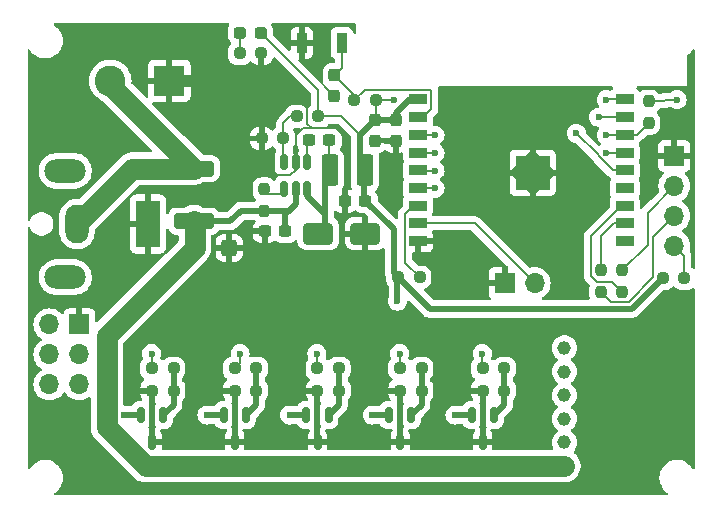
<source format=gbr>
%TF.GenerationSoftware,KiCad,Pcbnew,8.0.1-8.0.1-0~ubuntu23.10.1*%
%TF.CreationDate,2024-04-04T11:37:08+03:00*%
%TF.ProjectId,LED driver,4c454420-6472-4697-9665-722e6b696361,rev?*%
%TF.SameCoordinates,Original*%
%TF.FileFunction,Copper,L1,Top*%
%TF.FilePolarity,Positive*%
%FSLAX46Y46*%
G04 Gerber Fmt 4.6, Leading zero omitted, Abs format (unit mm)*
G04 Created by KiCad (PCBNEW 8.0.1-8.0.1-0~ubuntu23.10.1) date 2024-04-04 11:37:08*
%MOMM*%
%LPD*%
G01*
G04 APERTURE LIST*
G04 Aperture macros list*
%AMRoundRect*
0 Rectangle with rounded corners*
0 $1 Rounding radius*
0 $2 $3 $4 $5 $6 $7 $8 $9 X,Y pos of 4 corners*
0 Add a 4 corners polygon primitive as box body*
4,1,4,$2,$3,$4,$5,$6,$7,$8,$9,$2,$3,0*
0 Add four circle primitives for the rounded corners*
1,1,$1+$1,$2,$3*
1,1,$1+$1,$4,$5*
1,1,$1+$1,$6,$7*
1,1,$1+$1,$8,$9*
0 Add four rect primitives between the rounded corners*
20,1,$1+$1,$2,$3,$4,$5,0*
20,1,$1+$1,$4,$5,$6,$7,0*
20,1,$1+$1,$6,$7,$8,$9,0*
20,1,$1+$1,$8,$9,$2,$3,0*%
G04 Aperture macros list end*
%TA.AperFunction,SMDPad,CuDef*%
%ADD10R,0.900000X1.700000*%
%TD*%
%TA.AperFunction,HeatsinkPad*%
%ADD11C,0.600000*%
%TD*%
%TA.AperFunction,SMDPad,CuDef*%
%ADD12R,2.900000X2.900000*%
%TD*%
%TA.AperFunction,SMDPad,CuDef*%
%ADD13R,1.500000X0.900000*%
%TD*%
%TA.AperFunction,SMDPad,CuDef*%
%ADD14RoundRect,0.237500X0.250000X0.237500X-0.250000X0.237500X-0.250000X-0.237500X0.250000X-0.237500X0*%
%TD*%
%TA.AperFunction,SMDPad,CuDef*%
%ADD15RoundRect,0.237500X-0.250000X-0.237500X0.250000X-0.237500X0.250000X0.237500X-0.250000X0.237500X0*%
%TD*%
%TA.AperFunction,SMDPad,CuDef*%
%ADD16RoundRect,0.250001X-0.462499X-1.074999X0.462499X-1.074999X0.462499X1.074999X-0.462499X1.074999X0*%
%TD*%
%TA.AperFunction,ComponentPad*%
%ADD17R,1.700000X1.700000*%
%TD*%
%TA.AperFunction,ComponentPad*%
%ADD18O,1.700000X1.700000*%
%TD*%
%TA.AperFunction,ComponentPad*%
%ADD19R,2.000000X4.000000*%
%TD*%
%TA.AperFunction,ComponentPad*%
%ADD20O,2.000000X3.300000*%
%TD*%
%TA.AperFunction,ComponentPad*%
%ADD21O,3.500000X2.000000*%
%TD*%
%TA.AperFunction,SMDPad,CuDef*%
%ADD22RoundRect,0.150000X-0.150000X0.512500X-0.150000X-0.512500X0.150000X-0.512500X0.150000X0.512500X0*%
%TD*%
%TA.AperFunction,SMDPad,CuDef*%
%ADD23RoundRect,0.237500X0.237500X-0.250000X0.237500X0.250000X-0.237500X0.250000X-0.237500X-0.250000X0*%
%TD*%
%TA.AperFunction,SMDPad,CuDef*%
%ADD24RoundRect,0.250000X1.450000X-0.400000X1.450000X0.400000X-1.450000X0.400000X-1.450000X-0.400000X0*%
%TD*%
%TA.AperFunction,SMDPad,CuDef*%
%ADD25RoundRect,0.237500X-0.237500X0.250000X-0.237500X-0.250000X0.237500X-0.250000X0.237500X0.250000X0*%
%TD*%
%TA.AperFunction,SMDPad,CuDef*%
%ADD26RoundRect,0.237500X0.237500X-0.300000X0.237500X0.300000X-0.237500X0.300000X-0.237500X-0.300000X0*%
%TD*%
%TA.AperFunction,ComponentPad*%
%ADD27R,2.600000X2.600000*%
%TD*%
%TA.AperFunction,ComponentPad*%
%ADD28C,2.600000*%
%TD*%
%TA.AperFunction,SMDPad,CuDef*%
%ADD29RoundRect,0.237500X0.287500X0.237500X-0.287500X0.237500X-0.287500X-0.237500X0.287500X-0.237500X0*%
%TD*%
%TA.AperFunction,SMDPad,CuDef*%
%ADD30RoundRect,0.237500X0.300000X0.237500X-0.300000X0.237500X-0.300000X-0.237500X0.300000X-0.237500X0*%
%TD*%
%TA.AperFunction,SMDPad,CuDef*%
%ADD31RoundRect,0.237500X-0.300000X-0.237500X0.300000X-0.237500X0.300000X0.237500X-0.300000X0.237500X0*%
%TD*%
%TA.AperFunction,SMDPad,CuDef*%
%ADD32RoundRect,0.250000X-1.000000X-0.650000X1.000000X-0.650000X1.000000X0.650000X-1.000000X0.650000X0*%
%TD*%
%TA.AperFunction,SMDPad,CuDef*%
%ADD33RoundRect,0.250000X-0.400000X-0.450000X0.400000X-0.450000X0.400000X0.450000X-0.400000X0.450000X0*%
%TD*%
%TA.AperFunction,ComponentPad*%
%ADD34R,1.150000X1.150000*%
%TD*%
%TA.AperFunction,ComponentPad*%
%ADD35C,1.150000*%
%TD*%
%TA.AperFunction,ViaPad*%
%ADD36C,0.600000*%
%TD*%
%TA.AperFunction,ViaPad*%
%ADD37C,0.900000*%
%TD*%
%TA.AperFunction,Conductor*%
%ADD38C,0.200000*%
%TD*%
%TA.AperFunction,Conductor*%
%ADD39C,0.500000*%
%TD*%
%TA.AperFunction,Conductor*%
%ADD40C,1.000000*%
%TD*%
%TA.AperFunction,Conductor*%
%ADD41C,1.750000*%
%TD*%
G04 APERTURE END LIST*
D10*
%TO.P,SW1,1,1*%
%TO.N,GND*%
X123020266Y-59785435D03*
%TO.P,SW1,2,2*%
%TO.N,Net-(U1-EN)*%
X126420266Y-59785435D03*
%TD*%
D11*
%TO.P,U1,19,GND*%
%TO.N,GND*%
X143678146Y-71300367D03*
X143678146Y-70200367D03*
X143128146Y-71850367D03*
X143128146Y-70750367D03*
X143128146Y-69650367D03*
X142578146Y-71300367D03*
D12*
X142578146Y-70750367D03*
D11*
X142578146Y-70200367D03*
X142028146Y-71850367D03*
X142028146Y-70750367D03*
X142028146Y-69650367D03*
X141478146Y-71300367D03*
X141478146Y-70200367D03*
D13*
%TO.P,U1,18,IO0*%
%TO.N,/PWM_R*%
X150368146Y-64550367D03*
%TO.P,U1,17,IO1*%
%TO.N,/PWM_G*%
X150368146Y-66050367D03*
%TO.P,U1,16,IO2*%
%TO.N,/PWM_B*%
X150368146Y-67550367D03*
%TO.P,U1,15,IO3*%
%TO.N,/PWM_W*%
X150368146Y-69050367D03*
%TO.P,U1,14,IO19*%
%TO.N,/PWM_WW*%
X150368146Y-70550367D03*
%TO.P,U1,13,IO18*%
%TO.N,unconnected-(U1-IO18-Pad13)*%
X150368146Y-72050367D03*
%TO.P,U1,12,TXD*%
%TO.N,Net-(U1-TXD)*%
X150368146Y-73550367D03*
%TO.P,U1,11,RXD*%
%TO.N,Net-(U1-RXD)*%
X150368146Y-75050367D03*
%TO.P,U1,10,IO10*%
%TO.N,unconnected-(U1-IO10-Pad10)*%
X150368146Y-76550367D03*
%TO.P,U1,9,GND*%
%TO.N,GND*%
X132868146Y-76550367D03*
%TO.P,U1,8,IO9*%
%TO.N,Net-(J4-Pin_2)*%
X132868146Y-75050367D03*
%TO.P,U1,7,IO8*%
%TO.N,Net-(U1-IO8)*%
X132868146Y-73550367D03*
%TO.P,U1,6,IO7*%
%TO.N,/IO7*%
X132868146Y-72050367D03*
%TO.P,U1,5,IO6*%
%TO.N,/IO6*%
X132868146Y-70550367D03*
%TO.P,U1,4,IO5*%
%TO.N,/IO5*%
X132868146Y-69050367D03*
%TO.P,U1,3,IO4*%
%TO.N,/IO4*%
X132868146Y-67550367D03*
%TO.P,U1,2,EN*%
%TO.N,Net-(U1-EN)*%
X132868146Y-66050367D03*
%TO.P,U1,1,VDD*%
%TO.N,+3.3V*%
X132868146Y-64550367D03*
%TD*%
D14*
%TO.P,R15,1*%
%TO.N,+3.3V*%
X129268538Y-64641505D03*
%TO.P,R15,2*%
%TO.N,Net-(U1-EN)*%
X127443538Y-64641505D03*
%TD*%
D15*
%TO.P,R12,1*%
%TO.N,+3.3V*%
X131175925Y-79605649D03*
%TO.P,R12,2*%
%TO.N,Net-(U1-IO8)*%
X133000925Y-79605649D03*
%TD*%
D14*
%TO.P,R11,2*%
%TO.N,+3.3V*%
X153591699Y-79696247D03*
%TO.P,R11,1*%
%TO.N,Net-(J5-Pin_4)*%
X155416699Y-79696247D03*
%TD*%
D16*
%TO.P,L1,2,2*%
%TO.N,+3.3V*%
X128362500Y-70565000D03*
%TO.P,L1,1,1*%
%TO.N,Net-(D2-K)*%
X125387500Y-70565000D03*
%TD*%
D17*
%TO.P,J6,1,Pin_1*%
%TO.N,GND*%
X104193957Y-83603448D03*
D18*
%TO.P,J6,2,Pin_2*%
%TO.N,+3.3V*%
X101653957Y-83603448D03*
%TO.P,J6,3,Pin_3*%
%TO.N,/IO4*%
X104193957Y-86143448D03*
%TO.P,J6,4,Pin_4*%
%TO.N,/IO5*%
X101653957Y-86143448D03*
%TO.P,J6,5,Pin_5*%
%TO.N,/IO6*%
X104193957Y-88683448D03*
%TO.P,J6,6,Pin_6*%
%TO.N,/IO7*%
X101653957Y-88683448D03*
%TD*%
D17*
%TO.P,J5,1,Pin_1*%
%TO.N,GND*%
X154563514Y-69341476D03*
D18*
%TO.P,J5,2,Pin_2*%
%TO.N,/TX*%
X154563514Y-71881476D03*
%TO.P,J5,3,Pin_3*%
%TO.N,/RX*%
X154563514Y-74421476D03*
%TO.P,J5,4,Pin_4*%
%TO.N,Net-(J5-Pin_4)*%
X154563514Y-76961476D03*
%TD*%
D17*
%TO.P,J4,1,Pin_1*%
%TO.N,GND*%
X140199256Y-80114274D03*
D18*
%TO.P,J4,2,Pin_2*%
%TO.N,Net-(J4-Pin_2)*%
X142739256Y-80114274D03*
%TD*%
D19*
%TO.P,J3,1,Pin_1*%
%TO.N,GND*%
X110000000Y-75100000D03*
D20*
%TO.P,J3,2,Pin_2*%
%TO.N,Net-(J1-Pin_2)*%
X104000000Y-75100000D03*
D21*
%TO.P,J3,MP*%
%TO.N,N/C*%
X103000000Y-70600000D03*
X103000000Y-79600000D03*
%TD*%
D22*
%TO.P,Q4,3,S*%
%TO.N,GND*%
X117356735Y-93549651D03*
%TO.P,Q4,2,D*%
%TO.N,/G*%
X116406735Y-91274651D03*
%TO.P,Q4,1,G*%
%TO.N,Net-(Q4-G)*%
X118306735Y-91274651D03*
%TD*%
D14*
%TO.P,R1,1*%
%TO.N,Net-(Q1-G)*%
X140168956Y-87328246D03*
%TO.P,R1,2*%
%TO.N,/PWM_W*%
X138343956Y-87328246D03*
%TD*%
D22*
%TO.P,Q5,1,G*%
%TO.N,Net-(Q5-G)*%
X111306735Y-91274651D03*
%TO.P,Q5,2,D*%
%TO.N,/WW*%
X109406735Y-91274651D03*
%TO.P,Q5,3,S*%
%TO.N,GND*%
X110356735Y-93549651D03*
%TD*%
D23*
%TO.P,R13,2*%
%TO.N,Net-(U1-RXD)*%
X148337375Y-79009915D03*
%TO.P,R13,1*%
%TO.N,/RX*%
X148337375Y-80834915D03*
%TD*%
D14*
%TO.P,R6,1*%
%TO.N,Net-(Q3-G)*%
X126178128Y-89207417D03*
%TO.P,R6,2*%
%TO.N,GND*%
X124353128Y-89207417D03*
%TD*%
%TO.P,R2,1*%
%TO.N,Net-(Q1-G)*%
X140178128Y-89207417D03*
%TO.P,R2,2*%
%TO.N,GND*%
X138353128Y-89207417D03*
%TD*%
D24*
%TO.P,F1,1*%
%TO.N,+24V*%
X113885000Y-74860000D03*
%TO.P,F1,2*%
%TO.N,Net-(J1-Pin_2)*%
X113885000Y-70410000D03*
%TD*%
D25*
%TO.P,R17,1*%
%TO.N,+3.3V*%
X152397514Y-64721115D03*
%TO.P,R17,2*%
%TO.N,/PWM_B*%
X152397514Y-66546115D03*
%TD*%
D22*
%TO.P,Q3,1,G*%
%TO.N,Net-(Q3-G)*%
X125306735Y-91274651D03*
%TO.P,Q3,2,D*%
%TO.N,/R*%
X123406735Y-91274651D03*
%TO.P,Q3,3,S*%
%TO.N,GND*%
X124356735Y-93549651D03*
%TD*%
D25*
%TO.P,R16,2*%
%TO.N,+24V*%
X119836086Y-73972814D03*
%TO.P,R16,1*%
%TO.N,Net-(U2-EN)*%
X119836086Y-72147814D03*
%TD*%
D26*
%TO.P,C4,1*%
%TO.N,GND*%
X129245493Y-68033294D03*
%TO.P,C4,2*%
%TO.N,+3.3V*%
X129245493Y-66308294D03*
%TD*%
D27*
%TO.P,J1,1,Pin_1*%
%TO.N,GND*%
X111805000Y-62975000D03*
D28*
%TO.P,J1,2,Pin_2*%
%TO.N,Net-(J1-Pin_2)*%
X106805000Y-62975000D03*
%TD*%
D22*
%TO.P,Q1,1,G*%
%TO.N,Net-(Q1-G)*%
X139306735Y-91274651D03*
%TO.P,Q1,2,D*%
%TO.N,/W*%
X137406735Y-91274651D03*
%TO.P,Q1,3,S*%
%TO.N,GND*%
X138356735Y-93549651D03*
%TD*%
D15*
%TO.P,R19,2*%
%TO.N,Net-(U2-FB)*%
X121454115Y-67859268D03*
%TO.P,R19,1*%
%TO.N,GND*%
X119629115Y-67859268D03*
%TD*%
%TO.P,R18,2*%
%TO.N,+3.3V*%
X124412500Y-66000000D03*
%TO.P,R18,1*%
%TO.N,Net-(U2-FB)*%
X122587500Y-66000000D03*
%TD*%
D22*
%TO.P,Q2,1,G*%
%TO.N,Net-(Q2-G)*%
X132306735Y-91274651D03*
%TO.P,Q2,2,D*%
%TO.N,/B*%
X130406735Y-91274651D03*
%TO.P,Q2,3,S*%
%TO.N,GND*%
X131356735Y-93549651D03*
%TD*%
D14*
%TO.P,R9,1*%
%TO.N,Net-(Q5-G)*%
X112168956Y-87328246D03*
%TO.P,R9,2*%
%TO.N,/PWM_WW*%
X110343956Y-87328246D03*
%TD*%
%TO.P,R8,1*%
%TO.N,Net-(Q4-G)*%
X119178128Y-89207417D03*
%TO.P,R8,2*%
%TO.N,GND*%
X117353128Y-89207417D03*
%TD*%
D26*
%TO.P,C3,1*%
%TO.N,GND*%
X130975632Y-68040442D03*
%TO.P,C3,2*%
%TO.N,+3.3V*%
X130975632Y-66315442D03*
%TD*%
D14*
%TO.P,R20,2*%
%TO.N,Net-(D3-A)*%
X117784602Y-60655577D03*
%TO.P,R20,1*%
%TO.N,GND*%
X119609602Y-60655577D03*
%TD*%
D29*
%TO.P,D3,2,A*%
%TO.N,Net-(D3-A)*%
X117785674Y-58915606D03*
%TO.P,D3,1,K*%
%TO.N,+3.3V*%
X119535674Y-58915606D03*
%TD*%
D14*
%TO.P,R7,1*%
%TO.N,Net-(Q4-G)*%
X119168956Y-87328246D03*
%TO.P,R7,2*%
%TO.N,/PWM_G*%
X117343956Y-87328246D03*
%TD*%
D30*
%TO.P,C6,2*%
%TO.N,GND*%
X126694168Y-73168619D03*
%TO.P,C6,1*%
%TO.N,+3.3V*%
X128419168Y-73168619D03*
%TD*%
D14*
%TO.P,R10,1*%
%TO.N,Net-(Q5-G)*%
X112178128Y-89207417D03*
%TO.P,R10,2*%
%TO.N,GND*%
X110353128Y-89207417D03*
%TD*%
D25*
%TO.P,R14,2*%
%TO.N,Net-(U1-TXD)*%
X150161756Y-80827450D03*
%TO.P,R14,1*%
%TO.N,/TX*%
X150161756Y-79002450D03*
%TD*%
D14*
%TO.P,R5,1*%
%TO.N,Net-(Q3-G)*%
X126168956Y-87328246D03*
%TO.P,R5,2*%
%TO.N,/PWM_R*%
X124343956Y-87328246D03*
%TD*%
D31*
%TO.P,C5,2*%
%TO.N,Net-(D2-K)*%
X125362500Y-68000000D03*
%TO.P,C5,1*%
%TO.N,Net-(U2-BST)*%
X123637500Y-68000000D03*
%TD*%
D30*
%TO.P,C2,2*%
%TO.N,GND*%
X119903925Y-75726290D03*
%TO.P,C2,1*%
%TO.N,+24V*%
X121628925Y-75726290D03*
%TD*%
D32*
%TO.P,D2,2,A*%
%TO.N,GND*%
X128411761Y-75920583D03*
%TO.P,D2,1,K*%
%TO.N,Net-(D2-K)*%
X124411761Y-75920583D03*
%TD*%
D26*
%TO.P,C1,1*%
%TO.N,GND*%
X125775013Y-64235397D03*
%TO.P,C1,2*%
%TO.N,Net-(U1-EN)*%
X125775013Y-62510397D03*
%TD*%
D14*
%TO.P,R3,1*%
%TO.N,Net-(Q2-G)*%
X133168956Y-87328246D03*
%TO.P,R3,2*%
%TO.N,/PWM_B*%
X131343956Y-87328246D03*
%TD*%
D22*
%TO.P,U2,6,SW*%
%TO.N,Net-(D2-K)*%
X123450000Y-72137500D03*
%TO.P,U2,5,IN*%
%TO.N,+24V*%
X122500000Y-72137500D03*
%TO.P,U2,4,EN*%
%TO.N,Net-(U2-EN)*%
X121550000Y-72137500D03*
%TO.P,U2,3,FB*%
%TO.N,Net-(U2-FB)*%
X121550000Y-69862500D03*
%TO.P,U2,2,GND*%
%TO.N,GND*%
X122500000Y-69862500D03*
%TO.P,U2,1,BST*%
%TO.N,Net-(U2-BST)*%
X123450000Y-69862500D03*
%TD*%
D33*
%TO.P,D1,1,A1*%
%TO.N,+24V*%
X113969311Y-77129526D03*
%TO.P,D1,2,A2*%
%TO.N,GND*%
X116869311Y-77129526D03*
%TD*%
D34*
%TO.P,J2,1,1*%
%TO.N,+24V*%
X145259291Y-95594874D03*
D35*
%TO.P,J2,2,2*%
%TO.N,/W*%
X145259291Y-93594873D03*
%TO.P,J2,3,3*%
%TO.N,/B*%
X145259291Y-91594874D03*
%TO.P,J2,4,4*%
%TO.N,/R*%
X145259291Y-89594873D03*
%TO.P,J2,5,5*%
%TO.N,/G*%
X145259291Y-87594875D03*
%TO.P,J2,6,6*%
%TO.N,/WW*%
X145259291Y-85594874D03*
%TD*%
D14*
%TO.P,R4,1*%
%TO.N,Net-(Q2-G)*%
X133178128Y-89207417D03*
%TO.P,R4,2*%
%TO.N,GND*%
X131353128Y-89207417D03*
%TD*%
D36*
%TO.N,GND*%
X124305000Y-62075000D03*
%TO.N,+3.3V*%
X154805000Y-64575000D03*
X130805000Y-64575000D03*
D37*
%TO.N,GND*%
X130805000Y-73075000D03*
X136805000Y-67075000D03*
X115805000Y-63075000D03*
X145805000Y-80075000D03*
D36*
%TO.N,+3.3V*%
X131119500Y-81636781D03*
%TO.N,/IO4*%
X134305000Y-67575000D03*
%TO.N,/IO5*%
X134305000Y-69075000D03*
%TO.N,/IO7*%
X134305000Y-72075000D03*
%TO.N,/IO6*%
X134305000Y-70575000D03*
%TO.N,/PWM_WW*%
X110305000Y-86075000D03*
X146271526Y-67421000D03*
%TO.N,/PWM_W*%
X138305000Y-86075000D03*
X148805000Y-69075000D03*
%TO.N,/PWM_B*%
X131305000Y-86075000D03*
X148805000Y-67575000D03*
%TO.N,/PWM_G*%
X117805000Y-86075000D03*
X148151000Y-66050367D03*
%TO.N,/PWM_R*%
X124305000Y-86075000D03*
X148805000Y-64575000D03*
%TO.N,/WW*%
X107979717Y-91274651D03*
%TO.N,/W*%
X135994235Y-91274651D03*
%TO.N,/B*%
X128994235Y-91274651D03*
%TO.N,/R*%
X121994235Y-91274651D03*
%TO.N,/G*%
X114994235Y-91274651D03*
%TD*%
D38*
%TO.N,GND*%
X123959808Y-62420192D02*
X124305000Y-62075000D01*
X123020266Y-61480650D02*
X123959808Y-62420192D01*
X123959808Y-62420192D02*
X125775013Y-64235397D01*
X123020266Y-59785435D02*
X123020266Y-61480650D01*
%TO.N,+3.3V*%
X129268538Y-64641505D02*
X130738495Y-64641505D01*
X153805000Y-64575000D02*
X153658885Y-64721115D01*
X130738495Y-64641505D02*
X130805000Y-64575000D01*
X154805000Y-64575000D02*
X153805000Y-64575000D01*
X153658885Y-64721115D02*
X152397514Y-64721115D01*
D39*
%TO.N,GND*%
X130805000Y-72575000D02*
X130805000Y-72075000D01*
X130805000Y-73075000D02*
X130805000Y-72575000D01*
D38*
X122500000Y-69862500D02*
X122500000Y-70504052D01*
X122500000Y-70504052D02*
X122020046Y-70984006D01*
X122020046Y-70984006D02*
X120372402Y-70984006D01*
D40*
X111805000Y-62975000D02*
X115705000Y-62975000D01*
X115705000Y-62975000D02*
X115805000Y-63075000D01*
X136805000Y-67075000D02*
X136805000Y-71075000D01*
X136805000Y-71075000D02*
X145805000Y-80075000D01*
D39*
%TO.N,+3.3V*%
X131119500Y-81636781D02*
X131119500Y-79662074D01*
X131119500Y-79662074D02*
X131175925Y-79605649D01*
D38*
X119535674Y-58915606D02*
X124412500Y-63792432D01*
X124412500Y-63792432D02*
X124412500Y-66000000D01*
%TO.N,Net-(D3-A)*%
X117784602Y-60655577D02*
X117784602Y-58916678D01*
X117784602Y-58916678D02*
X117785674Y-58915606D01*
%TO.N,/PWM_WW*%
X149355471Y-70550367D02*
X150368146Y-70550367D01*
X148151000Y-69345896D02*
X149355471Y-70550367D01*
X146271526Y-67421000D02*
X148151000Y-69300474D01*
X148151000Y-69300474D02*
X148151000Y-69345896D01*
%TO.N,/PWM_G*%
X148151000Y-66050367D02*
X150368146Y-66050367D01*
%TO.N,/IO4*%
X132892779Y-67575000D02*
X132868146Y-67550367D01*
X134305000Y-67575000D02*
X132892779Y-67575000D01*
%TO.N,/IO5*%
X134305000Y-69075000D02*
X132892779Y-69075000D01*
X132892779Y-69075000D02*
X132868146Y-69050367D01*
%TO.N,/IO7*%
X132892779Y-72075000D02*
X132868146Y-72050367D01*
X134305000Y-72075000D02*
X132892779Y-72075000D01*
%TO.N,/IO6*%
X134305000Y-70575000D02*
X132892779Y-70575000D01*
X132892779Y-70575000D02*
X132868146Y-70550367D01*
%TO.N,/PWM_WW*%
X110305000Y-87289290D02*
X110343956Y-87328246D01*
X110305000Y-86075000D02*
X110305000Y-87289290D01*
%TO.N,/PWM_W*%
X150368146Y-69050367D02*
X148829633Y-69050367D01*
X148829633Y-69050367D02*
X148805000Y-69075000D01*
X138305000Y-86075000D02*
X138305000Y-87289290D01*
X138305000Y-87289290D02*
X138343956Y-87328246D01*
%TO.N,/PWM_B*%
X131305000Y-86075000D02*
X131305000Y-87289290D01*
X150368146Y-67550367D02*
X148829633Y-67550367D01*
X148829633Y-67550367D02*
X148805000Y-67575000D01*
X131305000Y-87289290D02*
X131343956Y-87328246D01*
%TO.N,/PWM_G*%
X117805000Y-86867202D02*
X117343956Y-87328246D01*
X117805000Y-86075000D02*
X117805000Y-86867202D01*
%TO.N,/PWM_R*%
X150368146Y-64550367D02*
X148829633Y-64550367D01*
X124305000Y-86075000D02*
X124305000Y-87289290D01*
X124305000Y-87289290D02*
X124343956Y-87328246D01*
X148829633Y-64550367D02*
X148805000Y-64575000D01*
D41*
%TO.N,+24V*%
X113969311Y-77129526D02*
X106550717Y-84548120D01*
X106550717Y-84548120D02*
X106550717Y-92320717D01*
X106550717Y-92320717D02*
X109824874Y-95594874D01*
X109824874Y-95594874D02*
X145259291Y-95594874D01*
D39*
%TO.N,/WW*%
X107979717Y-91274651D02*
X109406735Y-91274651D01*
%TO.N,+3.3V*%
X128419168Y-73168619D02*
X130805000Y-75554451D01*
X130805000Y-75554451D02*
X130805000Y-79234724D01*
X130805000Y-79234724D02*
X131175925Y-79605649D01*
X131175925Y-79605649D02*
X133843226Y-82272950D01*
X133843226Y-82272950D02*
X151014996Y-82272950D01*
X151014996Y-82272950D02*
X153591699Y-79696247D01*
D38*
%TO.N,/PWM_B*%
X152397514Y-66546115D02*
X151393262Y-67550367D01*
X151393262Y-67550367D02*
X150368146Y-67550367D01*
%TO.N,Net-(J5-Pin_4)*%
X155416699Y-79696247D02*
X155416699Y-77814661D01*
X155416699Y-77814661D02*
X154563514Y-76961476D01*
%TO.N,/TX*%
X150161756Y-79002450D02*
X152296199Y-76868007D01*
X152296199Y-76868007D02*
X152296199Y-74148791D01*
X152296199Y-74148791D02*
X154563514Y-71881476D01*
%TO.N,/RX*%
X148337375Y-80834915D02*
X149171410Y-81668950D01*
X149171410Y-81668950D02*
X150711050Y-81668950D01*
X150711050Y-81668950D02*
X152750199Y-79629801D01*
X152750199Y-79629801D02*
X152750199Y-76234791D01*
X152750199Y-76234791D02*
X154563514Y-74421476D01*
%TO.N,Net-(U1-RXD)*%
X148337375Y-79009915D02*
X148337375Y-76131138D01*
X148337375Y-76131138D02*
X149418146Y-75050367D01*
X149418146Y-75050367D02*
X150368146Y-75050367D01*
%TO.N,Net-(U1-TXD)*%
X150368146Y-73550367D02*
X150068146Y-73550367D01*
X150068146Y-73550367D02*
X147508375Y-76110138D01*
X149327721Y-79993415D02*
X150161756Y-80827450D01*
X147508375Y-76110138D02*
X147508375Y-79511503D01*
X147508375Y-79511503D02*
X147990287Y-79993415D01*
X147990287Y-79993415D02*
X149327721Y-79993415D01*
%TO.N,Net-(U1-IO8)*%
X132868146Y-73550367D02*
X132460146Y-73550367D01*
X132460146Y-73550367D02*
X131764146Y-74246367D01*
X131764146Y-74246367D02*
X131764146Y-78368870D01*
X131764146Y-78368870D02*
X133000925Y-79605649D01*
%TO.N,Net-(J4-Pin_2)*%
X132868146Y-75050367D02*
X137675349Y-75050367D01*
X137675349Y-75050367D02*
X142739256Y-80114274D01*
%TO.N,+3.3V*%
X129268538Y-66315442D02*
X129268538Y-64641505D01*
D39*
X130975632Y-66315442D02*
X130968484Y-66308294D01*
X130968484Y-66308294D02*
X129245493Y-66308294D01*
X130975632Y-66315442D02*
X130975632Y-65734881D01*
X130975632Y-65734881D02*
X132160146Y-64550367D01*
X132160146Y-64550367D02*
X132868146Y-64550367D01*
X128362500Y-70565000D02*
X127945198Y-70147698D01*
X127945198Y-70147698D02*
X127945198Y-67608589D01*
X127945198Y-67608589D02*
X129245493Y-66308294D01*
D38*
X124412500Y-66000000D02*
X126372052Y-66000000D01*
X126372052Y-66000000D02*
X127945198Y-67573146D01*
X127945198Y-67573146D02*
X127945198Y-70235198D01*
X127945198Y-70235198D02*
X128275000Y-70565000D01*
%TO.N,Net-(U1-EN)*%
X127443538Y-64641505D02*
X128338676Y-63746367D01*
X128338676Y-63746367D02*
X133972146Y-63746367D01*
X133972146Y-63746367D02*
X133972146Y-65354367D01*
X133972146Y-65354367D02*
X133276146Y-66050367D01*
X133276146Y-66050367D02*
X132868146Y-66050367D01*
X125775013Y-62510397D02*
X127443538Y-64178922D01*
X127443538Y-64178922D02*
X127443538Y-64641505D01*
X126420266Y-59785435D02*
X126420266Y-61865144D01*
X126420266Y-61865144D02*
X125775013Y-62510397D01*
D39*
%TO.N,+24V*%
X113885000Y-74860000D02*
X116952500Y-74860000D01*
X116952500Y-74860000D02*
X117839686Y-73972814D01*
X117839686Y-73972814D02*
X119836086Y-73972814D01*
D41*
X113969311Y-77129526D02*
X113969311Y-74944311D01*
X113969311Y-74944311D02*
X113885000Y-74860000D01*
D39*
X121628925Y-75726290D02*
X121628925Y-74251075D01*
X121628925Y-74251075D02*
X121907186Y-73972814D01*
D38*
%TO.N,Net-(U2-FB)*%
X122587500Y-66000000D02*
X122029115Y-66000000D01*
X122029115Y-66000000D02*
X121454115Y-66575000D01*
X121454115Y-66575000D02*
X121454115Y-69194115D01*
X121454115Y-69194115D02*
X121550000Y-69290000D01*
D39*
%TO.N,+24V*%
X119836086Y-73972814D02*
X121907186Y-73972814D01*
X121907186Y-73972814D02*
X122500000Y-73380000D01*
X122500000Y-73380000D02*
X122500000Y-72710000D01*
D38*
%TO.N,GND*%
X123499879Y-64769879D02*
X123305000Y-64575000D01*
D39*
X117353128Y-89207417D02*
X117353128Y-93546044D01*
X138353128Y-93546044D02*
X138356735Y-93549651D01*
D38*
X126805000Y-67891232D02*
X126805000Y-73057787D01*
D39*
X110353128Y-89207417D02*
X110353128Y-93546044D01*
X131353128Y-93546044D02*
X131356735Y-93549651D01*
X124353128Y-89207417D02*
X124353128Y-93546044D01*
X138353128Y-89207417D02*
X138353128Y-93546044D01*
D38*
X123499879Y-66639273D02*
X123499879Y-64769879D01*
D39*
X110353128Y-93546044D02*
X110356735Y-93549651D01*
D38*
X122500000Y-69290000D02*
X122500000Y-67599031D01*
D39*
X117353128Y-93546044D02*
X117356735Y-93549651D01*
X124353128Y-93546044D02*
X124356735Y-93549651D01*
X131353128Y-89207417D02*
X131353128Y-93546044D01*
D38*
X123870303Y-67009697D02*
X123499879Y-66639273D01*
X126805000Y-73057787D02*
X126694168Y-73168619D01*
X125923465Y-67009697D02*
X126805000Y-67891232D01*
X123870303Y-67009697D02*
X125923465Y-67009697D01*
X123089334Y-67009697D02*
X123870303Y-67009697D01*
X122500000Y-67599031D02*
X123089334Y-67009697D01*
D39*
%TO.N,Net-(D2-K)*%
X125000000Y-74260000D02*
X123450000Y-72710000D01*
D38*
X125595000Y-70565000D02*
X125475000Y-70565000D01*
X125475000Y-70565000D02*
X125362500Y-70452500D01*
X125362500Y-70452500D02*
X125362500Y-68000000D01*
D39*
X125000000Y-75850000D02*
X125000000Y-71715000D01*
D38*
%TO.N,Net-(U2-BST)*%
X123637500Y-68000000D02*
X123450000Y-68187500D01*
X123450000Y-68187500D02*
X123450000Y-69290000D01*
D39*
%TO.N,+3.3V*%
X128275000Y-73024451D02*
X128275000Y-70565000D01*
X128419168Y-73168619D02*
X128275000Y-73024451D01*
%TO.N,/W*%
X135994235Y-91274651D02*
X137406735Y-91274651D01*
%TO.N,/B*%
X128994235Y-91274651D02*
X130406735Y-91274651D01*
%TO.N,/R*%
X121994235Y-91274651D02*
X123406735Y-91274651D01*
%TO.N,/G*%
X114994235Y-91274651D02*
X116406735Y-91274651D01*
%TO.N,Net-(Q1-G)*%
X140168956Y-90412430D02*
X139306735Y-91274651D01*
X140168956Y-87328246D02*
X140168956Y-90412430D01*
%TO.N,Net-(Q2-G)*%
X133168956Y-87328246D02*
X133168956Y-90412430D01*
X133168956Y-90412430D02*
X132306735Y-91274651D01*
%TO.N,Net-(Q3-G)*%
X126168956Y-87328246D02*
X126168956Y-90412430D01*
X126168956Y-90412430D02*
X125306735Y-91274651D01*
%TO.N,Net-(Q4-G)*%
X119168956Y-90412430D02*
X118306735Y-91274651D01*
X119168956Y-87328246D02*
X119168956Y-90412430D01*
%TO.N,Net-(Q5-G)*%
X112168956Y-87328246D02*
X112168956Y-90412430D01*
X112168956Y-90412430D02*
X111306735Y-91274651D01*
D38*
%TO.N,Net-(U2-EN)*%
X121427500Y-72587500D02*
X121550000Y-72710000D01*
X119730000Y-72587500D02*
X121427500Y-72587500D01*
D41*
%TO.N,Net-(J1-Pin_2)*%
X106805000Y-63330000D02*
X113885000Y-70410000D01*
X108668255Y-70410000D02*
X113885000Y-70410000D01*
X104035839Y-75042416D02*
X108668255Y-70410000D01*
%TD*%
%TA.AperFunction,Conductor*%
%TO.N,GND*%
G36*
X116847635Y-58095184D02*
G01*
X116893390Y-58147988D01*
X116903334Y-58217146D01*
X116886135Y-58264593D01*
X116877235Y-58279025D01*
X116824767Y-58364087D01*
X116824766Y-58364090D01*
X116770500Y-58527853D01*
X116770500Y-58527854D01*
X116770499Y-58527854D01*
X116760174Y-58628921D01*
X116760174Y-59202275D01*
X116760175Y-59202293D01*
X116770499Y-59303358D01*
X116806783Y-59412855D01*
X116824766Y-59467122D01*
X116910673Y-59606400D01*
X116915335Y-59613957D01*
X117017502Y-59716124D01*
X117050987Y-59777447D01*
X117046003Y-59847139D01*
X117017503Y-59891486D01*
X116951761Y-59957228D01*
X116861195Y-60104058D01*
X116861194Y-60104061D01*
X116806928Y-60267824D01*
X116806928Y-60267825D01*
X116806927Y-60267825D01*
X116796602Y-60368892D01*
X116796602Y-60942246D01*
X116796603Y-60942264D01*
X116806927Y-61043329D01*
X116830174Y-61113481D01*
X116861194Y-61207093D01*
X116951762Y-61353927D01*
X117073752Y-61475917D01*
X117220586Y-61566485D01*
X117384349Y-61620751D01*
X117485425Y-61631077D01*
X118083778Y-61631076D01*
X118083786Y-61631075D01*
X118083789Y-61631075D01*
X118139132Y-61625421D01*
X118184855Y-61620751D01*
X118348618Y-61566485D01*
X118495452Y-61475917D01*
X118609777Y-61361591D01*
X118671096Y-61328109D01*
X118740788Y-61333093D01*
X118785136Y-61361594D01*
X118899063Y-61475521D01*
X118899067Y-61475524D01*
X119045790Y-61566025D01*
X119045801Y-61566030D01*
X119209449Y-61620257D01*
X119310453Y-61630576D01*
X119359601Y-61630575D01*
X119359602Y-61630575D01*
X119359602Y-60529577D01*
X119379287Y-60462538D01*
X119432091Y-60416783D01*
X119483602Y-60405577D01*
X119735602Y-60405577D01*
X119802641Y-60425262D01*
X119848396Y-60478066D01*
X119859602Y-60529577D01*
X119859602Y-61630576D01*
X119908742Y-61630576D01*
X119908756Y-61630575D01*
X120009754Y-61620257D01*
X120173402Y-61566030D01*
X120173413Y-61566025D01*
X120320136Y-61475524D01*
X120320140Y-61475521D01*
X120442046Y-61353615D01*
X120442049Y-61353611D01*
X120532550Y-61206888D01*
X120532556Y-61206875D01*
X120580116Y-61063348D01*
X120619888Y-61005902D01*
X120684404Y-60979079D01*
X120753180Y-60991394D01*
X120785503Y-61014670D01*
X123775681Y-64004848D01*
X123809166Y-64066171D01*
X123812000Y-64092529D01*
X123812000Y-65042388D01*
X123792315Y-65109427D01*
X123753098Y-65147926D01*
X123701650Y-65179659D01*
X123701649Y-65179660D01*
X123587681Y-65293629D01*
X123526358Y-65327114D01*
X123456666Y-65322130D01*
X123412319Y-65293629D01*
X123298351Y-65179661D01*
X123298350Y-65179660D01*
X123151516Y-65089092D01*
X122987753Y-65034826D01*
X122987751Y-65034825D01*
X122886678Y-65024500D01*
X122288330Y-65024500D01*
X122288312Y-65024501D01*
X122187247Y-65034825D01*
X122023484Y-65089092D01*
X122023481Y-65089093D01*
X121876648Y-65179661D01*
X121754661Y-65301648D01*
X121664090Y-65448486D01*
X121639979Y-65521247D01*
X121609955Y-65569922D01*
X121078332Y-66101546D01*
X121078329Y-66101548D01*
X121078330Y-66101549D01*
X120973593Y-66206286D01*
X120929795Y-66282149D01*
X120929794Y-66282150D01*
X120894538Y-66343214D01*
X120894538Y-66343215D01*
X120853614Y-66495943D01*
X120853614Y-66495945D01*
X120853614Y-66664046D01*
X120853615Y-66664059D01*
X120853615Y-66901656D01*
X120833930Y-66968695D01*
X120794713Y-67007194D01*
X120743267Y-67038926D01*
X120628942Y-67153251D01*
X120567619Y-67186735D01*
X120497927Y-67181751D01*
X120453580Y-67153250D01*
X120339653Y-67039323D01*
X120339649Y-67039320D01*
X120192926Y-66948819D01*
X120192915Y-66948814D01*
X120029267Y-66894587D01*
X119928269Y-66884268D01*
X119879115Y-66884268D01*
X119879115Y-68834267D01*
X119928255Y-68834267D01*
X119928269Y-68834266D01*
X120029267Y-68823948D01*
X120192915Y-68769721D01*
X120192926Y-68769716D01*
X120339648Y-68679216D01*
X120453579Y-68565285D01*
X120514902Y-68531800D01*
X120584594Y-68536784D01*
X120628942Y-68565285D01*
X120743265Y-68679608D01*
X120794712Y-68711340D01*
X120841436Y-68763285D01*
X120853615Y-68816878D01*
X120853615Y-68962072D01*
X120836347Y-69025192D01*
X120798257Y-69089599D01*
X120798254Y-69089606D01*
X120752402Y-69247426D01*
X120752401Y-69247432D01*
X120749500Y-69284298D01*
X120749500Y-70440701D01*
X120752401Y-70477567D01*
X120752402Y-70477573D01*
X120798254Y-70635393D01*
X120798255Y-70635396D01*
X120881917Y-70776862D01*
X120881923Y-70776870D01*
X120998129Y-70893076D01*
X120998140Y-70893085D01*
X120998455Y-70893271D01*
X120998650Y-70893480D01*
X121004298Y-70897861D01*
X121003591Y-70898772D01*
X121046136Y-70944343D01*
X121058637Y-71013085D01*
X121031988Y-71077673D01*
X121004078Y-71101856D01*
X121004298Y-71102139D01*
X120999092Y-71106176D01*
X120998455Y-71106729D01*
X120998140Y-71106914D01*
X120998129Y-71106923D01*
X120881923Y-71223129D01*
X120881916Y-71223138D01*
X120800032Y-71361597D01*
X120748963Y-71409281D01*
X120680221Y-71421784D01*
X120615632Y-71395138D01*
X120605619Y-71386157D01*
X120534437Y-71314975D01*
X120534436Y-71314974D01*
X120387602Y-71224406D01*
X120223839Y-71170140D01*
X120223837Y-71170139D01*
X120122764Y-71159814D01*
X119549416Y-71159814D01*
X119549398Y-71159815D01*
X119448333Y-71170139D01*
X119284570Y-71224406D01*
X119284567Y-71224407D01*
X119137734Y-71314975D01*
X119015747Y-71436962D01*
X118925179Y-71583795D01*
X118925177Y-71583800D01*
X118924305Y-71586432D01*
X118870912Y-71747561D01*
X118870912Y-71747562D01*
X118870911Y-71747562D01*
X118860586Y-71848629D01*
X118860586Y-72446983D01*
X118860587Y-72447001D01*
X118870911Y-72548066D01*
X118890722Y-72607850D01*
X118922853Y-72704815D01*
X118925178Y-72711829D01*
X118925179Y-72711832D01*
X118944286Y-72742809D01*
X119015278Y-72857906D01*
X119015747Y-72858665D01*
X119129715Y-72972633D01*
X119163200Y-73033956D01*
X119158216Y-73103648D01*
X119129715Y-73147995D01*
X119091715Y-73185995D01*
X119030392Y-73219480D01*
X119004034Y-73222314D01*
X117765766Y-73222314D01*
X117620778Y-73251154D01*
X117620768Y-73251157D01*
X117484197Y-73307726D01*
X117484184Y-73307733D01*
X117361270Y-73389862D01*
X117361266Y-73389865D01*
X116677951Y-74073181D01*
X116616628Y-74106666D01*
X116590270Y-74109500D01*
X116069798Y-74109500D01*
X116002759Y-74089815D01*
X115964259Y-74050597D01*
X115927712Y-73991344D01*
X115803656Y-73867288D01*
X115683204Y-73792993D01*
X115654336Y-73775187D01*
X115654331Y-73775185D01*
X115652862Y-73774698D01*
X115487797Y-73720001D01*
X115487795Y-73720000D01*
X115385016Y-73709500D01*
X115385009Y-73709500D01*
X114681903Y-73709500D01*
X114614864Y-73689815D01*
X114609016Y-73685817D01*
X114605920Y-73683567D01*
X114413009Y-73585273D01*
X114413006Y-73585272D01*
X114207098Y-73518370D01*
X113993259Y-73484501D01*
X113993254Y-73484501D01*
X113776746Y-73484501D01*
X113776741Y-73484501D01*
X113562901Y-73518370D01*
X113356993Y-73585272D01*
X113356990Y-73585273D01*
X113164073Y-73683571D01*
X113164070Y-73683573D01*
X113160978Y-73685820D01*
X113095171Y-73709298D01*
X113088096Y-73709500D01*
X112384998Y-73709500D01*
X112384980Y-73709501D01*
X112282203Y-73720000D01*
X112282200Y-73720001D01*
X112115668Y-73775185D01*
X112115663Y-73775187D01*
X111966342Y-73867289D01*
X111842289Y-73991342D01*
X111750187Y-74140663D01*
X111750186Y-74140666D01*
X111742520Y-74163802D01*
X111741706Y-74166258D01*
X111701933Y-74223703D01*
X111637417Y-74250526D01*
X111568641Y-74238211D01*
X111517442Y-74190668D01*
X111500000Y-74127254D01*
X111500000Y-73052172D01*
X111499999Y-73052155D01*
X111493598Y-72992627D01*
X111493596Y-72992620D01*
X111443354Y-72857913D01*
X111443350Y-72857906D01*
X111357190Y-72742812D01*
X111357187Y-72742809D01*
X111242093Y-72656649D01*
X111242086Y-72656645D01*
X111107379Y-72606403D01*
X111107372Y-72606401D01*
X111047844Y-72600000D01*
X110250000Y-72600000D01*
X110250000Y-73666988D01*
X110192993Y-73634075D01*
X110065826Y-73600000D01*
X109934174Y-73600000D01*
X109807007Y-73634075D01*
X109750000Y-73666988D01*
X109750000Y-72600000D01*
X108952155Y-72600000D01*
X108892627Y-72606401D01*
X108892620Y-72606403D01*
X108757913Y-72656645D01*
X108757906Y-72656649D01*
X108642812Y-72742809D01*
X108642809Y-72742812D01*
X108556649Y-72857906D01*
X108556645Y-72857913D01*
X108506403Y-72992620D01*
X108506401Y-72992627D01*
X108500000Y-73052155D01*
X108500000Y-74850000D01*
X109500000Y-74850000D01*
X109500000Y-75350000D01*
X108500000Y-75350000D01*
X108500000Y-77147844D01*
X108506401Y-77207372D01*
X108506403Y-77207379D01*
X108556645Y-77342086D01*
X108556649Y-77342093D01*
X108642809Y-77457187D01*
X108642812Y-77457190D01*
X108757906Y-77543350D01*
X108757913Y-77543354D01*
X108892620Y-77593596D01*
X108892627Y-77593598D01*
X108952155Y-77599999D01*
X108952172Y-77600000D01*
X109750000Y-77600000D01*
X109750000Y-76533012D01*
X109807007Y-76565925D01*
X109934174Y-76600000D01*
X110065826Y-76600000D01*
X110192993Y-76565925D01*
X110250000Y-76533012D01*
X110250000Y-77600000D01*
X111047828Y-77600000D01*
X111047844Y-77599999D01*
X111107372Y-77593598D01*
X111107379Y-77593596D01*
X111242086Y-77543354D01*
X111242089Y-77543352D01*
X111318478Y-77486167D01*
X111369232Y-77467235D01*
X111376601Y-77433363D01*
X111386167Y-77418478D01*
X111443352Y-77342089D01*
X111443354Y-77342086D01*
X111493596Y-77207379D01*
X111493598Y-77207372D01*
X111499999Y-77147844D01*
X111500000Y-77147827D01*
X111500000Y-75592746D01*
X111519685Y-75525707D01*
X111572489Y-75479952D01*
X111641647Y-75470008D01*
X111705203Y-75499033D01*
X111741706Y-75553742D01*
X111750185Y-75579331D01*
X111750187Y-75579336D01*
X111760164Y-75595511D01*
X111842288Y-75728656D01*
X111966344Y-75852712D01*
X112115666Y-75944814D01*
X112282203Y-75999999D01*
X112384991Y-76010500D01*
X112469812Y-76010499D01*
X112536849Y-76030183D01*
X112582605Y-76082986D01*
X112593811Y-76134499D01*
X112593811Y-76508413D01*
X112574126Y-76575452D01*
X112557492Y-76596094D01*
X111573114Y-77580471D01*
X111511791Y-77613956D01*
X111509203Y-77613770D01*
X111492058Y-77659742D01*
X111480471Y-77673114D01*
X105755638Y-83397948D01*
X105694315Y-83431433D01*
X105624623Y-83426449D01*
X105568690Y-83384577D01*
X105544273Y-83319113D01*
X105543957Y-83310267D01*
X105543957Y-82705620D01*
X105543956Y-82705603D01*
X105537555Y-82646075D01*
X105537553Y-82646068D01*
X105487311Y-82511361D01*
X105487307Y-82511354D01*
X105401147Y-82396260D01*
X105401144Y-82396257D01*
X105286050Y-82310097D01*
X105286043Y-82310093D01*
X105151336Y-82259851D01*
X105151329Y-82259849D01*
X105091801Y-82253448D01*
X104443957Y-82253448D01*
X104443957Y-83170436D01*
X104386950Y-83137523D01*
X104259783Y-83103448D01*
X104128131Y-83103448D01*
X104000964Y-83137523D01*
X103943957Y-83170436D01*
X103943957Y-82253448D01*
X103296112Y-82253448D01*
X103236584Y-82259849D01*
X103236577Y-82259851D01*
X103101870Y-82310093D01*
X103101863Y-82310097D01*
X102986769Y-82396257D01*
X102986766Y-82396260D01*
X102900606Y-82511354D01*
X102900602Y-82511361D01*
X102851535Y-82642918D01*
X102809664Y-82698852D01*
X102744199Y-82723269D01*
X102675926Y-82708417D01*
X102647672Y-82687267D01*
X102603323Y-82642918D01*
X102525358Y-82564953D01*
X102525354Y-82564950D01*
X102525353Y-82564949D01*
X102331791Y-82429415D01*
X102331787Y-82429413D01*
X102260684Y-82396257D01*
X102117620Y-82329545D01*
X102117616Y-82329544D01*
X102117612Y-82329542D01*
X101889370Y-82268386D01*
X101889360Y-82268384D01*
X101653958Y-82247789D01*
X101653956Y-82247789D01*
X101418553Y-82268384D01*
X101418543Y-82268386D01*
X101190301Y-82329542D01*
X101190292Y-82329546D01*
X100976128Y-82429412D01*
X100976126Y-82429413D01*
X100782554Y-82564953D01*
X100615462Y-82732045D01*
X100479922Y-82925617D01*
X100479921Y-82925619D01*
X100380055Y-83139783D01*
X100380051Y-83139792D01*
X100318895Y-83368034D01*
X100318893Y-83368044D01*
X100298298Y-83603447D01*
X100298298Y-83603448D01*
X100318893Y-83838851D01*
X100318895Y-83838861D01*
X100380051Y-84067103D01*
X100380053Y-84067107D01*
X100380054Y-84067111D01*
X100454156Y-84226023D01*
X100479922Y-84281278D01*
X100479924Y-84281282D01*
X100615458Y-84474843D01*
X100615463Y-84474850D01*
X100782554Y-84641941D01*
X100782560Y-84641946D01*
X100968115Y-84771873D01*
X101011740Y-84826450D01*
X101018934Y-84895948D01*
X100987411Y-84958303D01*
X100968115Y-84975023D01*
X100782554Y-85104953D01*
X100615462Y-85272045D01*
X100479922Y-85465617D01*
X100479921Y-85465619D01*
X100380055Y-85679783D01*
X100380051Y-85679792D01*
X100318895Y-85908034D01*
X100318893Y-85908044D01*
X100298298Y-86143447D01*
X100298298Y-86143448D01*
X100318893Y-86378851D01*
X100318895Y-86378861D01*
X100380051Y-86607103D01*
X100380053Y-86607107D01*
X100380054Y-86607111D01*
X100459149Y-86776730D01*
X100479922Y-86821278D01*
X100479924Y-86821282D01*
X100563397Y-86940493D01*
X100615458Y-87014844D01*
X100615463Y-87014850D01*
X100782554Y-87181941D01*
X100782560Y-87181946D01*
X100968115Y-87311873D01*
X101011740Y-87366450D01*
X101018934Y-87435948D01*
X100987411Y-87498303D01*
X100968115Y-87515023D01*
X100782554Y-87644953D01*
X100615462Y-87812045D01*
X100479922Y-88005617D01*
X100479921Y-88005619D01*
X100380055Y-88219783D01*
X100380051Y-88219792D01*
X100318895Y-88448034D01*
X100318893Y-88448044D01*
X100298298Y-88683447D01*
X100298298Y-88683448D01*
X100318893Y-88918851D01*
X100318895Y-88918861D01*
X100380051Y-89147103D01*
X100380053Y-89147107D01*
X100380054Y-89147111D01*
X100406905Y-89204693D01*
X100479922Y-89361278D01*
X100479924Y-89361282D01*
X100504520Y-89396408D01*
X100615462Y-89554849D01*
X100782556Y-89721943D01*
X100835379Y-89758930D01*
X100976122Y-89857480D01*
X100976124Y-89857481D01*
X100976127Y-89857483D01*
X101190294Y-89957351D01*
X101418549Y-90018511D01*
X101606875Y-90034987D01*
X101653956Y-90039107D01*
X101653957Y-90039107D01*
X101653958Y-90039107D01*
X101693191Y-90035674D01*
X101889365Y-90018511D01*
X102117620Y-89957351D01*
X102331787Y-89857483D01*
X102525358Y-89721943D01*
X102692452Y-89554849D01*
X102822382Y-89369290D01*
X102876959Y-89325665D01*
X102946457Y-89318471D01*
X103008812Y-89349994D01*
X103025532Y-89369290D01*
X103155457Y-89554843D01*
X103155462Y-89554849D01*
X103322556Y-89721943D01*
X103375379Y-89758930D01*
X103516122Y-89857480D01*
X103516124Y-89857481D01*
X103516127Y-89857483D01*
X103730294Y-89957351D01*
X103958549Y-90018511D01*
X104146875Y-90034987D01*
X104193956Y-90039107D01*
X104193957Y-90039107D01*
X104193958Y-90039107D01*
X104233191Y-90035674D01*
X104429365Y-90018511D01*
X104657620Y-89957351D01*
X104871787Y-89857483D01*
X104980093Y-89781645D01*
X105046299Y-89759318D01*
X105114066Y-89776328D01*
X105161880Y-89827275D01*
X105175217Y-89883220D01*
X105175217Y-92428971D01*
X105187115Y-92504089D01*
X105196247Y-92561747D01*
X105209087Y-92642815D01*
X105275989Y-92848723D01*
X105275990Y-92848726D01*
X105374286Y-93041639D01*
X105501538Y-93216788D01*
X105501542Y-93216793D01*
X105501543Y-93216794D01*
X105501544Y-93216795D01*
X108775702Y-96490952D01*
X108928796Y-96644046D01*
X109103955Y-96771307D01*
X109198571Y-96819516D01*
X109296864Y-96869600D01*
X109296867Y-96869601D01*
X109399821Y-96903052D01*
X109502777Y-96936504D01*
X109716620Y-96970374D01*
X109716621Y-96970374D01*
X145367544Y-96970374D01*
X145367545Y-96970374D01*
X145581388Y-96936504D01*
X145787300Y-96869600D01*
X145980210Y-96771307D01*
X146155369Y-96644046D01*
X146308463Y-96490952D01*
X146435724Y-96315793D01*
X146534017Y-96122883D01*
X146600921Y-95916971D01*
X146634791Y-95703128D01*
X146634791Y-95486620D01*
X146600921Y-95272777D01*
X146534017Y-95066865D01*
X146534017Y-95066864D01*
X146435723Y-94873954D01*
X146308463Y-94698796D01*
X146155369Y-94545702D01*
X146085540Y-94494968D01*
X146042876Y-94439638D01*
X146036897Y-94370025D01*
X146059473Y-94319924D01*
X146135405Y-94219374D01*
X146177617Y-94163477D01*
X146266462Y-93985053D01*
X146321008Y-93793342D01*
X146339399Y-93594873D01*
X146321008Y-93396404D01*
X146266462Y-93204693D01*
X146205429Y-93082122D01*
X146177620Y-93026274D01*
X146177615Y-93026266D01*
X146057498Y-92867206D01*
X145910202Y-92732929D01*
X145910201Y-92732928D01*
X145857504Y-92700299D01*
X145810870Y-92648272D01*
X145799766Y-92579290D01*
X145827719Y-92515256D01*
X145857503Y-92489447D01*
X145910201Y-92456819D01*
X146057500Y-92322538D01*
X146177617Y-92163478D01*
X146266462Y-91985054D01*
X146321008Y-91793343D01*
X146339399Y-91594874D01*
X146321008Y-91396405D01*
X146266462Y-91204694D01*
X146265050Y-91201858D01*
X146177620Y-91026275D01*
X146177615Y-91026267D01*
X146057498Y-90867207D01*
X145910201Y-90732929D01*
X145910196Y-90732925D01*
X145857504Y-90700299D01*
X145810869Y-90648271D01*
X145799765Y-90579290D01*
X145827719Y-90515255D01*
X145857505Y-90489446D01*
X145857770Y-90489282D01*
X145910201Y-90456818D01*
X146057500Y-90322537D01*
X146177617Y-90163477D01*
X146266462Y-89985053D01*
X146321008Y-89793342D01*
X146339399Y-89594873D01*
X146321008Y-89396404D01*
X146266462Y-89204693D01*
X146237790Y-89147112D01*
X146177620Y-89026274D01*
X146177615Y-89026266D01*
X146057498Y-88867206D01*
X145910201Y-88732928D01*
X145910199Y-88732926D01*
X145857507Y-88700301D01*
X145810871Y-88648273D01*
X145799767Y-88579292D01*
X145827720Y-88515257D01*
X145857507Y-88489447D01*
X145910199Y-88456821D01*
X145910198Y-88456821D01*
X145910201Y-88456820D01*
X146057500Y-88322539D01*
X146177617Y-88163479D01*
X146266462Y-87985055D01*
X146321008Y-87793344D01*
X146339399Y-87594875D01*
X146321008Y-87396406D01*
X146266462Y-87204695D01*
X146255132Y-87181941D01*
X146177620Y-87026276D01*
X146177615Y-87026268D01*
X146057498Y-86867208D01*
X145910201Y-86732930D01*
X145910196Y-86732926D01*
X145857504Y-86700300D01*
X145810869Y-86648272D01*
X145799765Y-86579291D01*
X145827719Y-86515256D01*
X145857505Y-86489447D01*
X145882551Y-86473939D01*
X145910201Y-86456819D01*
X146057500Y-86322538D01*
X146177617Y-86163478D01*
X146266462Y-85985054D01*
X146321008Y-85793343D01*
X146339399Y-85594874D01*
X146321008Y-85396405D01*
X146266462Y-85204694D01*
X146216795Y-85104949D01*
X146177620Y-85026275D01*
X146177615Y-85026267D01*
X146057498Y-84867207D01*
X145910202Y-84732930D01*
X145910201Y-84732929D01*
X145845666Y-84692970D01*
X145740738Y-84628001D01*
X145740736Y-84628000D01*
X145658670Y-84596208D01*
X145554877Y-84555998D01*
X145554873Y-84555997D01*
X145475930Y-84541240D01*
X145358951Y-84519374D01*
X145159631Y-84519374D01*
X145086742Y-84532999D01*
X144963708Y-84555997D01*
X144963706Y-84555997D01*
X144963705Y-84555998D01*
X144943112Y-84563976D01*
X144777845Y-84628000D01*
X144777843Y-84628001D01*
X144608379Y-84732930D01*
X144461083Y-84867207D01*
X144340966Y-85026267D01*
X144340961Y-85026275D01*
X144252121Y-85204690D01*
X144197573Y-85396409D01*
X144179183Y-85594873D01*
X144179183Y-85594874D01*
X144197573Y-85793338D01*
X144252121Y-85985057D01*
X144340961Y-86163472D01*
X144340966Y-86163480D01*
X144461083Y-86322540D01*
X144572950Y-86424519D01*
X144608381Y-86456819D01*
X144636031Y-86473939D01*
X144661077Y-86489447D01*
X144707712Y-86541475D01*
X144718816Y-86610457D01*
X144690863Y-86674491D01*
X144661078Y-86700300D01*
X144608381Y-86732929D01*
X144608380Y-86732930D01*
X144461083Y-86867208D01*
X144340966Y-87026268D01*
X144340961Y-87026276D01*
X144252121Y-87204691D01*
X144252120Y-87204695D01*
X144221626Y-87311873D01*
X144197573Y-87396410D01*
X144179183Y-87594874D01*
X144179183Y-87594875D01*
X144197573Y-87793339D01*
X144197573Y-87793341D01*
X144197574Y-87793344D01*
X144252120Y-87985055D01*
X144252121Y-87985058D01*
X144340961Y-88163473D01*
X144340966Y-88163481D01*
X144461083Y-88322541D01*
X144537881Y-88392551D01*
X144608381Y-88456820D01*
X144633253Y-88472220D01*
X144661075Y-88489447D01*
X144707710Y-88541476D01*
X144718814Y-88610457D01*
X144690860Y-88674491D01*
X144661075Y-88700301D01*
X144608379Y-88732929D01*
X144461083Y-88867206D01*
X144340966Y-89026266D01*
X144340961Y-89026274D01*
X144252121Y-89204689D01*
X144197573Y-89396408D01*
X144179183Y-89594872D01*
X144179183Y-89594873D01*
X144197573Y-89793337D01*
X144197573Y-89793339D01*
X144197574Y-89793342D01*
X144244238Y-89957349D01*
X144252121Y-89985056D01*
X144340961Y-90163471D01*
X144340966Y-90163479D01*
X144461083Y-90322539D01*
X144535965Y-90390802D01*
X144608381Y-90456818D01*
X144660812Y-90489282D01*
X144661077Y-90489446D01*
X144707712Y-90541474D01*
X144718816Y-90610456D01*
X144690863Y-90674490D01*
X144661078Y-90700299D01*
X144608381Y-90732928D01*
X144608380Y-90732929D01*
X144461083Y-90867207D01*
X144340966Y-91026267D01*
X144340961Y-91026275D01*
X144252121Y-91204690D01*
X144197573Y-91396409D01*
X144179183Y-91594873D01*
X144179183Y-91594874D01*
X144197573Y-91793338D01*
X144197573Y-91793340D01*
X144197574Y-91793343D01*
X144224997Y-91889724D01*
X144252121Y-91985057D01*
X144340961Y-92163472D01*
X144340966Y-92163480D01*
X144461083Y-92322540D01*
X144608380Y-92456818D01*
X144608382Y-92456820D01*
X144661075Y-92489446D01*
X144707711Y-92541474D01*
X144718815Y-92610455D01*
X144690862Y-92674490D01*
X144661077Y-92700299D01*
X144608381Y-92732927D01*
X144608380Y-92732928D01*
X144461083Y-92867206D01*
X144340966Y-93026266D01*
X144340961Y-93026274D01*
X144252121Y-93204689D01*
X144197573Y-93396408D01*
X144179183Y-93594872D01*
X144179183Y-93594873D01*
X144197573Y-93793337D01*
X144252121Y-93985056D01*
X144279531Y-94040102D01*
X144291792Y-94108887D01*
X144264919Y-94173382D01*
X144207444Y-94213110D01*
X144168531Y-94219374D01*
X139280735Y-94219374D01*
X139213696Y-94199689D01*
X139167941Y-94146885D01*
X139156735Y-94095374D01*
X139156735Y-93799651D01*
X137556735Y-93799651D01*
X137556735Y-94095374D01*
X137537050Y-94162413D01*
X137484246Y-94208168D01*
X137432735Y-94219374D01*
X132280735Y-94219374D01*
X132213696Y-94199689D01*
X132167941Y-94146885D01*
X132156735Y-94095374D01*
X132156735Y-93799651D01*
X130556735Y-93799651D01*
X130556735Y-94095374D01*
X130537050Y-94162413D01*
X130484246Y-94208168D01*
X130432735Y-94219374D01*
X125280735Y-94219374D01*
X125213696Y-94199689D01*
X125167941Y-94146885D01*
X125156735Y-94095374D01*
X125156735Y-93799651D01*
X123556735Y-93799651D01*
X123556735Y-94095374D01*
X123537050Y-94162413D01*
X123484246Y-94208168D01*
X123432735Y-94219374D01*
X118280735Y-94219374D01*
X118213696Y-94199689D01*
X118167941Y-94146885D01*
X118156735Y-94095374D01*
X118156735Y-93799651D01*
X116556735Y-93799651D01*
X116556735Y-94095374D01*
X116537050Y-94162413D01*
X116484246Y-94208168D01*
X116432735Y-94219374D01*
X111280735Y-94219374D01*
X111213696Y-94199689D01*
X111167941Y-94146885D01*
X111156735Y-94095374D01*
X111156735Y-93799651D01*
X110230735Y-93799651D01*
X110163696Y-93779966D01*
X110117941Y-93727162D01*
X110106735Y-93675651D01*
X110106735Y-92389853D01*
X110080500Y-92365612D01*
X110044622Y-92305658D01*
X110046853Y-92235824D01*
X110071268Y-92196139D01*
X110070033Y-92195182D01*
X110074810Y-92189021D01*
X110074816Y-92189016D01*
X110158479Y-92047549D01*
X110204333Y-91889720D01*
X110207235Y-91852845D01*
X110207235Y-90696457D01*
X110204333Y-90659582D01*
X110196128Y-90631342D01*
X110158480Y-90501757D01*
X110158479Y-90501754D01*
X110158479Y-90501753D01*
X110074816Y-90360286D01*
X110070845Y-90353571D01*
X110072599Y-90352533D01*
X110050953Y-90297414D01*
X110064627Y-90228896D01*
X110086785Y-90198759D01*
X110103128Y-90182416D01*
X110103128Y-89457417D01*
X109365629Y-89457417D01*
X109365629Y-89494071D01*
X109375947Y-89595069D01*
X109430174Y-89758717D01*
X109430179Y-89758728D01*
X109520680Y-89905451D01*
X109524862Y-89910740D01*
X109551003Y-89975536D01*
X109537962Y-90044178D01*
X109489881Y-90094873D01*
X109427596Y-90111651D01*
X109191033Y-90111651D01*
X109154167Y-90114552D01*
X109154161Y-90114553D01*
X108996341Y-90160405D01*
X108996338Y-90160406D01*
X108854872Y-90244068D01*
X108854864Y-90244074D01*
X108738658Y-90360280D01*
X108738649Y-90360292D01*
X108677749Y-90463271D01*
X108626681Y-90510955D01*
X108571017Y-90524151D01*
X108279689Y-90524151D01*
X108238734Y-90517193D01*
X108158971Y-90489282D01*
X108158967Y-90489281D01*
X108036333Y-90475464D01*
X107971919Y-90448397D01*
X107932364Y-90390802D01*
X107926217Y-90352244D01*
X107926217Y-87614915D01*
X109355956Y-87614915D01*
X109355957Y-87614933D01*
X109366281Y-87715998D01*
X109420548Y-87879761D01*
X109420549Y-87879764D01*
X109454851Y-87935375D01*
X109511116Y-88026596D01*
X109633106Y-88148586D01*
X109657251Y-88163479D01*
X109660389Y-88165414D01*
X109707114Y-88217361D01*
X109718337Y-88286324D01*
X109690494Y-88350406D01*
X109660394Y-88376489D01*
X109642592Y-88387469D01*
X109520683Y-88509378D01*
X109520680Y-88509382D01*
X109430179Y-88656105D01*
X109430174Y-88656116D01*
X109375947Y-88819764D01*
X109365628Y-88920762D01*
X109365628Y-88957417D01*
X110479128Y-88957417D01*
X110546167Y-88977102D01*
X110591922Y-89029906D01*
X110603128Y-89081417D01*
X110603128Y-90182416D01*
X110623539Y-90202827D01*
X110657024Y-90264150D01*
X110652040Y-90333842D01*
X110642590Y-90353628D01*
X110554992Y-90501750D01*
X110554989Y-90501757D01*
X110509137Y-90659577D01*
X110509136Y-90659583D01*
X110506235Y-90696449D01*
X110506235Y-91852852D01*
X110509136Y-91889718D01*
X110509137Y-91889724D01*
X110554989Y-92047544D01*
X110554990Y-92047547D01*
X110638652Y-92189013D01*
X110643437Y-92195182D01*
X110641753Y-92196487D01*
X110669981Y-92248182D01*
X110664997Y-92317874D01*
X110632969Y-92365612D01*
X110606735Y-92389853D01*
X110606735Y-93299651D01*
X111156735Y-93299651D01*
X111156735Y-92971516D01*
X111156734Y-92971501D01*
X111153835Y-92934661D01*
X111153834Y-92934655D01*
X111108018Y-92776957D01*
X111108017Y-92776954D01*
X111020447Y-92628880D01*
X111022168Y-92627862D01*
X111000478Y-92572606D01*
X111014163Y-92504089D01*
X111062718Y-92453848D01*
X111123993Y-92437651D01*
X111522421Y-92437651D01*
X111522429Y-92437651D01*
X111559304Y-92434749D01*
X111559306Y-92434748D01*
X111559308Y-92434748D01*
X111600926Y-92422656D01*
X111717133Y-92388895D01*
X111858600Y-92305232D01*
X111974816Y-92189016D01*
X112058479Y-92047549D01*
X112104333Y-91889720D01*
X112107235Y-91852845D01*
X112107235Y-91586880D01*
X112126920Y-91519841D01*
X112143554Y-91499199D01*
X112368099Y-91274654D01*
X114188670Y-91274654D01*
X114208865Y-91453900D01*
X114208866Y-91453905D01*
X114268446Y-91624174D01*
X114364419Y-91776913D01*
X114491973Y-91904467D01*
X114644713Y-92000440D01*
X114779337Y-92047547D01*
X114814980Y-92060019D01*
X114814985Y-92060020D01*
X114994231Y-92080216D01*
X114994235Y-92080216D01*
X114994239Y-92080216D01*
X115173484Y-92060020D01*
X115173487Y-92060019D01*
X115173490Y-92060019D01*
X115253252Y-92032108D01*
X115294207Y-92025151D01*
X115571017Y-92025151D01*
X115638056Y-92044836D01*
X115677749Y-92086031D01*
X115738649Y-92189009D01*
X115738658Y-92189021D01*
X115854864Y-92305227D01*
X115854868Y-92305230D01*
X115854870Y-92305232D01*
X115996337Y-92388895D01*
X116037959Y-92400987D01*
X116154161Y-92434748D01*
X116154164Y-92434748D01*
X116154166Y-92434749D01*
X116191041Y-92437651D01*
X116191049Y-92437651D01*
X116589477Y-92437651D01*
X116656516Y-92457336D01*
X116702271Y-92510140D01*
X116712215Y-92579298D01*
X116691549Y-92628008D01*
X116693023Y-92628880D01*
X116605452Y-92776954D01*
X116605451Y-92776957D01*
X116559635Y-92934655D01*
X116559634Y-92934661D01*
X116556735Y-92971501D01*
X116556735Y-93299651D01*
X117106735Y-93299651D01*
X117106735Y-92389853D01*
X117080500Y-92365612D01*
X117044622Y-92305658D01*
X117046853Y-92235824D01*
X117071268Y-92196139D01*
X117070033Y-92195182D01*
X117074810Y-92189021D01*
X117074816Y-92189016D01*
X117158479Y-92047549D01*
X117204333Y-91889720D01*
X117207235Y-91852845D01*
X117207235Y-90696457D01*
X117204333Y-90659582D01*
X117196128Y-90631342D01*
X117158480Y-90501757D01*
X117158479Y-90501754D01*
X117158479Y-90501753D01*
X117074816Y-90360286D01*
X117070845Y-90353571D01*
X117072599Y-90352533D01*
X117050953Y-90297414D01*
X117064627Y-90228896D01*
X117086785Y-90198759D01*
X117103128Y-90182416D01*
X117103128Y-89457417D01*
X116365629Y-89457417D01*
X116365629Y-89494071D01*
X116375947Y-89595069D01*
X116430174Y-89758717D01*
X116430179Y-89758728D01*
X116520680Y-89905451D01*
X116524862Y-89910740D01*
X116551003Y-89975536D01*
X116537962Y-90044178D01*
X116489881Y-90094873D01*
X116427596Y-90111651D01*
X116191033Y-90111651D01*
X116154167Y-90114552D01*
X116154161Y-90114553D01*
X115996341Y-90160405D01*
X115996338Y-90160406D01*
X115854872Y-90244068D01*
X115854864Y-90244074D01*
X115738658Y-90360280D01*
X115738649Y-90360292D01*
X115677749Y-90463271D01*
X115626681Y-90510955D01*
X115571017Y-90524151D01*
X115294207Y-90524151D01*
X115253252Y-90517193D01*
X115173489Y-90489282D01*
X115173484Y-90489281D01*
X114994239Y-90469086D01*
X114994231Y-90469086D01*
X114814985Y-90489281D01*
X114814980Y-90489282D01*
X114644711Y-90548862D01*
X114491972Y-90644835D01*
X114364419Y-90772388D01*
X114268446Y-90925127D01*
X114208866Y-91095396D01*
X114208865Y-91095401D01*
X114188670Y-91274647D01*
X114188670Y-91274654D01*
X112368099Y-91274654D01*
X112751906Y-90890847D01*
X112751908Y-90890845D01*
X112785800Y-90840121D01*
X112834040Y-90767925D01*
X112864506Y-90694374D01*
X112890615Y-90631342D01*
X112919456Y-90486347D01*
X112919456Y-90338512D01*
X112919456Y-90048641D01*
X112939141Y-89981602D01*
X112955775Y-89960960D01*
X112959386Y-89957349D01*
X113010968Y-89905767D01*
X113101536Y-89758933D01*
X113155802Y-89595170D01*
X113166128Y-89494094D01*
X113166127Y-88920741D01*
X113165934Y-88918856D01*
X113155802Y-88819664D01*
X113101536Y-88655901D01*
X113010968Y-88509067D01*
X112955775Y-88453874D01*
X112922290Y-88392551D01*
X112919456Y-88366193D01*
X112919456Y-88160298D01*
X112939141Y-88093259D01*
X112955775Y-88072617D01*
X113001796Y-88026596D01*
X113092364Y-87879762D01*
X113146630Y-87715999D01*
X113156956Y-87614923D01*
X113156956Y-87614915D01*
X116355956Y-87614915D01*
X116355957Y-87614933D01*
X116366281Y-87715998D01*
X116420548Y-87879761D01*
X116420549Y-87879764D01*
X116454851Y-87935375D01*
X116511116Y-88026596D01*
X116633106Y-88148586D01*
X116657251Y-88163479D01*
X116660389Y-88165414D01*
X116707114Y-88217361D01*
X116718337Y-88286324D01*
X116690494Y-88350406D01*
X116660394Y-88376489D01*
X116642592Y-88387469D01*
X116520683Y-88509378D01*
X116520680Y-88509382D01*
X116430179Y-88656105D01*
X116430174Y-88656116D01*
X116375947Y-88819764D01*
X116365628Y-88920762D01*
X116365628Y-88957417D01*
X117479128Y-88957417D01*
X117546167Y-88977102D01*
X117591922Y-89029906D01*
X117603128Y-89081417D01*
X117603128Y-90182416D01*
X117623539Y-90202827D01*
X117657024Y-90264150D01*
X117652040Y-90333842D01*
X117642590Y-90353628D01*
X117554992Y-90501750D01*
X117554989Y-90501757D01*
X117509137Y-90659577D01*
X117509136Y-90659583D01*
X117506235Y-90696449D01*
X117506235Y-91852852D01*
X117509136Y-91889718D01*
X117509137Y-91889724D01*
X117554989Y-92047544D01*
X117554990Y-92047547D01*
X117638652Y-92189013D01*
X117643437Y-92195182D01*
X117641753Y-92196487D01*
X117669981Y-92248182D01*
X117664997Y-92317874D01*
X117632969Y-92365612D01*
X117606735Y-92389853D01*
X117606735Y-93299651D01*
X118156735Y-93299651D01*
X118156735Y-92971516D01*
X118156734Y-92971501D01*
X118153835Y-92934661D01*
X118153834Y-92934655D01*
X118108018Y-92776957D01*
X118108017Y-92776954D01*
X118020447Y-92628880D01*
X118022168Y-92627862D01*
X118000478Y-92572606D01*
X118014163Y-92504089D01*
X118062718Y-92453848D01*
X118123993Y-92437651D01*
X118522421Y-92437651D01*
X118522429Y-92437651D01*
X118559304Y-92434749D01*
X118559306Y-92434748D01*
X118559308Y-92434748D01*
X118600926Y-92422656D01*
X118717133Y-92388895D01*
X118858600Y-92305232D01*
X118974816Y-92189016D01*
X119058479Y-92047549D01*
X119104333Y-91889720D01*
X119107235Y-91852845D01*
X119107235Y-91586880D01*
X119126920Y-91519841D01*
X119143554Y-91499199D01*
X119368099Y-91274654D01*
X121188670Y-91274654D01*
X121208865Y-91453900D01*
X121208866Y-91453905D01*
X121268446Y-91624174D01*
X121364419Y-91776913D01*
X121491973Y-91904467D01*
X121644713Y-92000440D01*
X121779337Y-92047547D01*
X121814980Y-92060019D01*
X121814985Y-92060020D01*
X121994231Y-92080216D01*
X121994235Y-92080216D01*
X121994239Y-92080216D01*
X122173484Y-92060020D01*
X122173487Y-92060019D01*
X122173490Y-92060019D01*
X122253252Y-92032108D01*
X122294207Y-92025151D01*
X122571017Y-92025151D01*
X122638056Y-92044836D01*
X122677749Y-92086031D01*
X122738649Y-92189009D01*
X122738658Y-92189021D01*
X122854864Y-92305227D01*
X122854868Y-92305230D01*
X122854870Y-92305232D01*
X122996337Y-92388895D01*
X123037959Y-92400987D01*
X123154161Y-92434748D01*
X123154164Y-92434748D01*
X123154166Y-92434749D01*
X123191041Y-92437651D01*
X123191049Y-92437651D01*
X123589477Y-92437651D01*
X123656516Y-92457336D01*
X123702271Y-92510140D01*
X123712215Y-92579298D01*
X123691549Y-92628008D01*
X123693023Y-92628880D01*
X123605452Y-92776954D01*
X123605451Y-92776957D01*
X123559635Y-92934655D01*
X123559634Y-92934661D01*
X123556735Y-92971501D01*
X123556735Y-93299651D01*
X124106735Y-93299651D01*
X124106735Y-92389853D01*
X124080500Y-92365612D01*
X124044622Y-92305658D01*
X124046853Y-92235824D01*
X124071268Y-92196139D01*
X124070033Y-92195182D01*
X124074810Y-92189021D01*
X124074816Y-92189016D01*
X124158479Y-92047549D01*
X124204333Y-91889720D01*
X124207235Y-91852845D01*
X124207235Y-90696457D01*
X124204333Y-90659582D01*
X124196128Y-90631342D01*
X124158480Y-90501757D01*
X124158479Y-90501754D01*
X124158479Y-90501753D01*
X124074816Y-90360286D01*
X124070845Y-90353571D01*
X124072599Y-90352533D01*
X124050953Y-90297414D01*
X124064627Y-90228896D01*
X124086785Y-90198759D01*
X124103128Y-90182416D01*
X124103128Y-89457417D01*
X123365629Y-89457417D01*
X123365629Y-89494071D01*
X123375947Y-89595069D01*
X123430174Y-89758717D01*
X123430179Y-89758728D01*
X123520680Y-89905451D01*
X123524862Y-89910740D01*
X123551003Y-89975536D01*
X123537962Y-90044178D01*
X123489881Y-90094873D01*
X123427596Y-90111651D01*
X123191033Y-90111651D01*
X123154167Y-90114552D01*
X123154161Y-90114553D01*
X122996341Y-90160405D01*
X122996338Y-90160406D01*
X122854872Y-90244068D01*
X122854864Y-90244074D01*
X122738658Y-90360280D01*
X122738649Y-90360292D01*
X122677749Y-90463271D01*
X122626681Y-90510955D01*
X122571017Y-90524151D01*
X122294207Y-90524151D01*
X122253252Y-90517193D01*
X122173489Y-90489282D01*
X122173484Y-90489281D01*
X121994239Y-90469086D01*
X121994231Y-90469086D01*
X121814985Y-90489281D01*
X121814980Y-90489282D01*
X121644711Y-90548862D01*
X121491972Y-90644835D01*
X121364419Y-90772388D01*
X121268446Y-90925127D01*
X121208866Y-91095396D01*
X121208865Y-91095401D01*
X121188670Y-91274647D01*
X121188670Y-91274654D01*
X119368099Y-91274654D01*
X119751906Y-90890847D01*
X119751908Y-90890845D01*
X119785800Y-90840121D01*
X119834040Y-90767925D01*
X119864506Y-90694374D01*
X119890615Y-90631342D01*
X119919456Y-90486347D01*
X119919456Y-90338512D01*
X119919456Y-90048641D01*
X119939141Y-89981602D01*
X119955775Y-89960960D01*
X119959386Y-89957349D01*
X120010968Y-89905767D01*
X120101536Y-89758933D01*
X120155802Y-89595170D01*
X120166128Y-89494094D01*
X120166127Y-88920741D01*
X120165934Y-88918856D01*
X120155802Y-88819664D01*
X120101536Y-88655901D01*
X120010968Y-88509067D01*
X119955775Y-88453874D01*
X119922290Y-88392551D01*
X119919456Y-88366193D01*
X119919456Y-88160298D01*
X119939141Y-88093259D01*
X119955775Y-88072617D01*
X120001796Y-88026596D01*
X120092364Y-87879762D01*
X120146630Y-87715999D01*
X120156956Y-87614923D01*
X120156956Y-87614915D01*
X123355956Y-87614915D01*
X123355957Y-87614933D01*
X123366281Y-87715998D01*
X123420548Y-87879761D01*
X123420549Y-87879764D01*
X123454851Y-87935375D01*
X123511116Y-88026596D01*
X123633106Y-88148586D01*
X123657251Y-88163479D01*
X123660389Y-88165414D01*
X123707114Y-88217361D01*
X123718337Y-88286324D01*
X123690494Y-88350406D01*
X123660394Y-88376489D01*
X123642592Y-88387469D01*
X123520683Y-88509378D01*
X123520680Y-88509382D01*
X123430179Y-88656105D01*
X123430174Y-88656116D01*
X123375947Y-88819764D01*
X123365628Y-88920762D01*
X123365628Y-88957417D01*
X124479128Y-88957417D01*
X124546167Y-88977102D01*
X124591922Y-89029906D01*
X124603128Y-89081417D01*
X124603128Y-90182416D01*
X124623539Y-90202827D01*
X124657024Y-90264150D01*
X124652040Y-90333842D01*
X124642590Y-90353628D01*
X124554992Y-90501750D01*
X124554989Y-90501757D01*
X124509137Y-90659577D01*
X124509136Y-90659583D01*
X124506235Y-90696449D01*
X124506235Y-91852852D01*
X124509136Y-91889718D01*
X124509137Y-91889724D01*
X124554989Y-92047544D01*
X124554990Y-92047547D01*
X124638652Y-92189013D01*
X124643437Y-92195182D01*
X124641753Y-92196487D01*
X124669981Y-92248182D01*
X124664997Y-92317874D01*
X124632969Y-92365612D01*
X124606735Y-92389853D01*
X124606735Y-93299651D01*
X125156735Y-93299651D01*
X125156735Y-92971516D01*
X125156734Y-92971501D01*
X125153835Y-92934661D01*
X125153834Y-92934655D01*
X125108018Y-92776957D01*
X125108017Y-92776954D01*
X125020447Y-92628880D01*
X125022168Y-92627862D01*
X125000478Y-92572606D01*
X125014163Y-92504089D01*
X125062718Y-92453848D01*
X125123993Y-92437651D01*
X125522421Y-92437651D01*
X125522429Y-92437651D01*
X125559304Y-92434749D01*
X125559306Y-92434748D01*
X125559308Y-92434748D01*
X125600926Y-92422656D01*
X125717133Y-92388895D01*
X125858600Y-92305232D01*
X125974816Y-92189016D01*
X126058479Y-92047549D01*
X126104333Y-91889720D01*
X126107235Y-91852845D01*
X126107235Y-91586880D01*
X126126920Y-91519841D01*
X126143554Y-91499199D01*
X126368099Y-91274654D01*
X128188670Y-91274654D01*
X128208865Y-91453900D01*
X128208866Y-91453905D01*
X128268446Y-91624174D01*
X128364419Y-91776913D01*
X128491973Y-91904467D01*
X128644713Y-92000440D01*
X128779337Y-92047547D01*
X128814980Y-92060019D01*
X128814985Y-92060020D01*
X128994231Y-92080216D01*
X128994235Y-92080216D01*
X128994239Y-92080216D01*
X129173484Y-92060020D01*
X129173487Y-92060019D01*
X129173490Y-92060019D01*
X129253252Y-92032108D01*
X129294207Y-92025151D01*
X129571017Y-92025151D01*
X129638056Y-92044836D01*
X129677749Y-92086031D01*
X129738649Y-92189009D01*
X129738658Y-92189021D01*
X129854864Y-92305227D01*
X129854868Y-92305230D01*
X129854870Y-92305232D01*
X129996337Y-92388895D01*
X130037959Y-92400987D01*
X130154161Y-92434748D01*
X130154164Y-92434748D01*
X130154166Y-92434749D01*
X130191041Y-92437651D01*
X130191049Y-92437651D01*
X130589477Y-92437651D01*
X130656516Y-92457336D01*
X130702271Y-92510140D01*
X130712215Y-92579298D01*
X130691549Y-92628008D01*
X130693023Y-92628880D01*
X130605452Y-92776954D01*
X130605451Y-92776957D01*
X130559635Y-92934655D01*
X130559634Y-92934661D01*
X130556735Y-92971501D01*
X130556735Y-93299651D01*
X131106735Y-93299651D01*
X131106735Y-92389853D01*
X131080500Y-92365612D01*
X131044622Y-92305658D01*
X131046853Y-92235824D01*
X131071268Y-92196139D01*
X131070033Y-92195182D01*
X131074810Y-92189021D01*
X131074816Y-92189016D01*
X131158479Y-92047549D01*
X131204333Y-91889720D01*
X131207235Y-91852845D01*
X131207235Y-90696457D01*
X131204333Y-90659582D01*
X131196128Y-90631342D01*
X131158480Y-90501757D01*
X131158479Y-90501754D01*
X131158479Y-90501753D01*
X131074816Y-90360286D01*
X131070845Y-90353571D01*
X131072599Y-90352533D01*
X131050953Y-90297414D01*
X131064627Y-90228896D01*
X131086785Y-90198759D01*
X131103128Y-90182416D01*
X131103128Y-89457417D01*
X130365629Y-89457417D01*
X130365629Y-89494071D01*
X130375947Y-89595069D01*
X130430174Y-89758717D01*
X130430179Y-89758728D01*
X130520680Y-89905451D01*
X130524862Y-89910740D01*
X130551003Y-89975536D01*
X130537962Y-90044178D01*
X130489881Y-90094873D01*
X130427596Y-90111651D01*
X130191033Y-90111651D01*
X130154167Y-90114552D01*
X130154161Y-90114553D01*
X129996341Y-90160405D01*
X129996338Y-90160406D01*
X129854872Y-90244068D01*
X129854864Y-90244074D01*
X129738658Y-90360280D01*
X129738649Y-90360292D01*
X129677749Y-90463271D01*
X129626681Y-90510955D01*
X129571017Y-90524151D01*
X129294207Y-90524151D01*
X129253252Y-90517193D01*
X129173489Y-90489282D01*
X129173484Y-90489281D01*
X128994239Y-90469086D01*
X128994231Y-90469086D01*
X128814985Y-90489281D01*
X128814980Y-90489282D01*
X128644711Y-90548862D01*
X128491972Y-90644835D01*
X128364419Y-90772388D01*
X128268446Y-90925127D01*
X128208866Y-91095396D01*
X128208865Y-91095401D01*
X128188670Y-91274647D01*
X128188670Y-91274654D01*
X126368099Y-91274654D01*
X126751906Y-90890847D01*
X126751908Y-90890845D01*
X126785800Y-90840121D01*
X126834040Y-90767925D01*
X126864506Y-90694374D01*
X126890615Y-90631342D01*
X126919456Y-90486347D01*
X126919456Y-90338512D01*
X126919456Y-90048641D01*
X126939141Y-89981602D01*
X126955775Y-89960960D01*
X126959386Y-89957349D01*
X127010968Y-89905767D01*
X127101536Y-89758933D01*
X127155802Y-89595170D01*
X127166128Y-89494094D01*
X127166127Y-88920741D01*
X127165934Y-88918856D01*
X127155802Y-88819664D01*
X127101536Y-88655901D01*
X127010968Y-88509067D01*
X126955775Y-88453874D01*
X126922290Y-88392551D01*
X126919456Y-88366193D01*
X126919456Y-88160298D01*
X126939141Y-88093259D01*
X126955775Y-88072617D01*
X127001796Y-88026596D01*
X127092364Y-87879762D01*
X127146630Y-87715999D01*
X127156956Y-87614923D01*
X127156956Y-87614915D01*
X130355956Y-87614915D01*
X130355957Y-87614933D01*
X130366281Y-87715998D01*
X130420548Y-87879761D01*
X130420549Y-87879764D01*
X130454851Y-87935375D01*
X130511116Y-88026596D01*
X130633106Y-88148586D01*
X130657251Y-88163479D01*
X130660389Y-88165414D01*
X130707114Y-88217361D01*
X130718337Y-88286324D01*
X130690494Y-88350406D01*
X130660394Y-88376489D01*
X130642592Y-88387469D01*
X130520683Y-88509378D01*
X130520680Y-88509382D01*
X130430179Y-88656105D01*
X130430174Y-88656116D01*
X130375947Y-88819764D01*
X130365628Y-88920762D01*
X130365628Y-88957417D01*
X131479128Y-88957417D01*
X131546167Y-88977102D01*
X131591922Y-89029906D01*
X131603128Y-89081417D01*
X131603128Y-90182416D01*
X131623539Y-90202827D01*
X131657024Y-90264150D01*
X131652040Y-90333842D01*
X131642590Y-90353628D01*
X131554992Y-90501750D01*
X131554989Y-90501757D01*
X131509137Y-90659577D01*
X131509136Y-90659583D01*
X131506235Y-90696449D01*
X131506235Y-91852852D01*
X131509136Y-91889718D01*
X131509137Y-91889724D01*
X131554989Y-92047544D01*
X131554990Y-92047547D01*
X131638652Y-92189013D01*
X131643437Y-92195182D01*
X131641753Y-92196487D01*
X131669981Y-92248182D01*
X131664997Y-92317874D01*
X131632969Y-92365612D01*
X131606735Y-92389853D01*
X131606735Y-93299651D01*
X132156735Y-93299651D01*
X132156735Y-92971516D01*
X132156734Y-92971501D01*
X132153835Y-92934661D01*
X132153834Y-92934655D01*
X132108018Y-92776957D01*
X132108017Y-92776954D01*
X132020447Y-92628880D01*
X132022168Y-92627862D01*
X132000478Y-92572606D01*
X132014163Y-92504089D01*
X132062718Y-92453848D01*
X132123993Y-92437651D01*
X132522421Y-92437651D01*
X132522429Y-92437651D01*
X132559304Y-92434749D01*
X132559306Y-92434748D01*
X132559308Y-92434748D01*
X132600926Y-92422656D01*
X132717133Y-92388895D01*
X132858600Y-92305232D01*
X132974816Y-92189016D01*
X133058479Y-92047549D01*
X133104333Y-91889720D01*
X133107235Y-91852845D01*
X133107235Y-91586880D01*
X133126920Y-91519841D01*
X133143554Y-91499199D01*
X133368099Y-91274654D01*
X135188670Y-91274654D01*
X135208865Y-91453900D01*
X135208866Y-91453905D01*
X135268446Y-91624174D01*
X135364419Y-91776913D01*
X135491973Y-91904467D01*
X135644713Y-92000440D01*
X135779337Y-92047547D01*
X135814980Y-92060019D01*
X135814985Y-92060020D01*
X135994231Y-92080216D01*
X135994235Y-92080216D01*
X135994239Y-92080216D01*
X136173484Y-92060020D01*
X136173487Y-92060019D01*
X136173490Y-92060019D01*
X136253252Y-92032108D01*
X136294207Y-92025151D01*
X136571017Y-92025151D01*
X136638056Y-92044836D01*
X136677749Y-92086031D01*
X136738649Y-92189009D01*
X136738658Y-92189021D01*
X136854864Y-92305227D01*
X136854868Y-92305230D01*
X136854870Y-92305232D01*
X136996337Y-92388895D01*
X137037959Y-92400987D01*
X137154161Y-92434748D01*
X137154164Y-92434748D01*
X137154166Y-92434749D01*
X137191041Y-92437651D01*
X137191049Y-92437651D01*
X137589477Y-92437651D01*
X137656516Y-92457336D01*
X137702271Y-92510140D01*
X137712215Y-92579298D01*
X137691549Y-92628008D01*
X137693023Y-92628880D01*
X137605452Y-92776954D01*
X137605451Y-92776957D01*
X137559635Y-92934655D01*
X137559634Y-92934661D01*
X137556735Y-92971501D01*
X137556735Y-93299651D01*
X138106735Y-93299651D01*
X138106735Y-92389853D01*
X138080500Y-92365612D01*
X138044622Y-92305658D01*
X138046853Y-92235824D01*
X138071268Y-92196139D01*
X138070033Y-92195182D01*
X138074810Y-92189021D01*
X138074816Y-92189016D01*
X138158479Y-92047549D01*
X138204333Y-91889720D01*
X138207235Y-91852845D01*
X138207235Y-90696457D01*
X138204333Y-90659582D01*
X138196128Y-90631342D01*
X138158480Y-90501757D01*
X138158479Y-90501754D01*
X138158479Y-90501753D01*
X138074816Y-90360286D01*
X138070845Y-90353571D01*
X138072599Y-90352533D01*
X138050953Y-90297414D01*
X138064627Y-90228896D01*
X138086785Y-90198759D01*
X138103128Y-90182416D01*
X138103128Y-89457417D01*
X137365629Y-89457417D01*
X137365629Y-89494071D01*
X137375947Y-89595069D01*
X137430174Y-89758717D01*
X137430179Y-89758728D01*
X137520680Y-89905451D01*
X137524862Y-89910740D01*
X137551003Y-89975536D01*
X137537962Y-90044178D01*
X137489881Y-90094873D01*
X137427596Y-90111651D01*
X137191033Y-90111651D01*
X137154167Y-90114552D01*
X137154161Y-90114553D01*
X136996341Y-90160405D01*
X136996338Y-90160406D01*
X136854872Y-90244068D01*
X136854864Y-90244074D01*
X136738658Y-90360280D01*
X136738649Y-90360292D01*
X136677749Y-90463271D01*
X136626681Y-90510955D01*
X136571017Y-90524151D01*
X136294207Y-90524151D01*
X136253252Y-90517193D01*
X136173489Y-90489282D01*
X136173484Y-90489281D01*
X135994239Y-90469086D01*
X135994231Y-90469086D01*
X135814985Y-90489281D01*
X135814980Y-90489282D01*
X135644711Y-90548862D01*
X135491972Y-90644835D01*
X135364419Y-90772388D01*
X135268446Y-90925127D01*
X135208866Y-91095396D01*
X135208865Y-91095401D01*
X135188670Y-91274647D01*
X135188670Y-91274654D01*
X133368099Y-91274654D01*
X133751906Y-90890847D01*
X133751908Y-90890845D01*
X133785800Y-90840121D01*
X133834040Y-90767925D01*
X133864506Y-90694374D01*
X133890615Y-90631342D01*
X133919456Y-90486347D01*
X133919456Y-90338512D01*
X133919456Y-90048641D01*
X133939141Y-89981602D01*
X133955775Y-89960960D01*
X133959386Y-89957349D01*
X134010968Y-89905767D01*
X134101536Y-89758933D01*
X134155802Y-89595170D01*
X134166128Y-89494094D01*
X134166127Y-88920741D01*
X134165934Y-88918856D01*
X134155802Y-88819664D01*
X134101536Y-88655901D01*
X134010968Y-88509067D01*
X133955775Y-88453874D01*
X133922290Y-88392551D01*
X133919456Y-88366193D01*
X133919456Y-88160298D01*
X133939141Y-88093259D01*
X133955775Y-88072617D01*
X134001796Y-88026596D01*
X134092364Y-87879762D01*
X134146630Y-87715999D01*
X134156956Y-87614923D01*
X134156956Y-87614915D01*
X137355956Y-87614915D01*
X137355957Y-87614933D01*
X137366281Y-87715998D01*
X137420548Y-87879761D01*
X137420549Y-87879764D01*
X137454851Y-87935375D01*
X137511116Y-88026596D01*
X137633106Y-88148586D01*
X137657251Y-88163479D01*
X137660389Y-88165414D01*
X137707114Y-88217361D01*
X137718337Y-88286324D01*
X137690494Y-88350406D01*
X137660394Y-88376489D01*
X137642592Y-88387469D01*
X137520683Y-88509378D01*
X137520680Y-88509382D01*
X137430179Y-88656105D01*
X137430174Y-88656116D01*
X137375947Y-88819764D01*
X137365628Y-88920762D01*
X137365628Y-88957417D01*
X138479128Y-88957417D01*
X138546167Y-88977102D01*
X138591922Y-89029906D01*
X138603128Y-89081417D01*
X138603128Y-90182416D01*
X138623539Y-90202827D01*
X138657024Y-90264150D01*
X138652040Y-90333842D01*
X138642590Y-90353628D01*
X138554992Y-90501750D01*
X138554989Y-90501757D01*
X138509137Y-90659577D01*
X138509136Y-90659583D01*
X138506235Y-90696449D01*
X138506235Y-91852852D01*
X138509136Y-91889718D01*
X138509137Y-91889724D01*
X138554989Y-92047544D01*
X138554990Y-92047547D01*
X138638652Y-92189013D01*
X138643437Y-92195182D01*
X138641753Y-92196487D01*
X138669981Y-92248182D01*
X138664997Y-92317874D01*
X138632969Y-92365612D01*
X138606735Y-92389853D01*
X138606735Y-93299651D01*
X139156735Y-93299651D01*
X139156735Y-92971516D01*
X139156734Y-92971501D01*
X139153835Y-92934661D01*
X139153834Y-92934655D01*
X139108018Y-92776957D01*
X139108017Y-92776954D01*
X139020447Y-92628880D01*
X139022168Y-92627862D01*
X139000478Y-92572606D01*
X139014163Y-92504089D01*
X139062718Y-92453848D01*
X139123993Y-92437651D01*
X139522421Y-92437651D01*
X139522429Y-92437651D01*
X139559304Y-92434749D01*
X139559306Y-92434748D01*
X139559308Y-92434748D01*
X139600926Y-92422656D01*
X139717133Y-92388895D01*
X139858600Y-92305232D01*
X139974816Y-92189016D01*
X140058479Y-92047549D01*
X140104333Y-91889720D01*
X140107235Y-91852845D01*
X140107235Y-91586880D01*
X140126920Y-91519841D01*
X140143554Y-91499199D01*
X140751906Y-90890847D01*
X140751908Y-90890845D01*
X140785800Y-90840121D01*
X140834040Y-90767925D01*
X140864506Y-90694374D01*
X140890615Y-90631342D01*
X140919456Y-90486347D01*
X140919456Y-90338512D01*
X140919456Y-90048641D01*
X140939141Y-89981602D01*
X140955775Y-89960960D01*
X140959386Y-89957349D01*
X141010968Y-89905767D01*
X141101536Y-89758933D01*
X141155802Y-89595170D01*
X141166128Y-89494094D01*
X141166127Y-88920741D01*
X141165934Y-88918856D01*
X141155802Y-88819664D01*
X141101536Y-88655901D01*
X141010968Y-88509067D01*
X140955775Y-88453874D01*
X140922290Y-88392551D01*
X140919456Y-88366193D01*
X140919456Y-88160298D01*
X140939141Y-88093259D01*
X140955775Y-88072617D01*
X141001796Y-88026596D01*
X141092364Y-87879762D01*
X141146630Y-87715999D01*
X141156956Y-87614923D01*
X141156955Y-87041570D01*
X141154225Y-87014849D01*
X141146630Y-86940493D01*
X141092364Y-86776730D01*
X141001796Y-86629896D01*
X140879806Y-86507906D01*
X140746244Y-86425524D01*
X140732974Y-86417339D01*
X140732969Y-86417337D01*
X140731525Y-86416858D01*
X140569209Y-86363072D01*
X140569207Y-86363071D01*
X140468134Y-86352746D01*
X139869786Y-86352746D01*
X139869768Y-86352747D01*
X139768703Y-86363071D01*
X139604940Y-86417338D01*
X139604937Y-86417339D01*
X139458104Y-86507907D01*
X139344137Y-86621875D01*
X139282814Y-86655360D01*
X139213122Y-86650376D01*
X139168775Y-86621875D01*
X139070494Y-86523594D01*
X139037009Y-86462271D01*
X139041134Y-86394958D01*
X139090366Y-86254262D01*
X139090369Y-86254249D01*
X139110565Y-86075003D01*
X139110565Y-86074996D01*
X139090369Y-85895750D01*
X139090368Y-85895745D01*
X139030788Y-85725476D01*
X138934815Y-85572737D01*
X138807262Y-85445184D01*
X138654523Y-85349211D01*
X138484254Y-85289631D01*
X138484249Y-85289630D01*
X138305004Y-85269435D01*
X138304996Y-85269435D01*
X138125750Y-85289630D01*
X138125745Y-85289631D01*
X137955476Y-85349211D01*
X137802737Y-85445184D01*
X137675184Y-85572737D01*
X137579211Y-85725476D01*
X137519631Y-85895745D01*
X137519630Y-85895750D01*
X137499435Y-86074996D01*
X137499435Y-86075003D01*
X137519630Y-86254249D01*
X137519631Y-86254254D01*
X137568866Y-86394958D01*
X137579211Y-86424522D01*
X137579573Y-86425099D01*
X137579693Y-86425524D01*
X137582229Y-86430788D01*
X137581306Y-86431232D01*
X137598573Y-86492334D01*
X137578205Y-86559169D01*
X137562262Y-86578749D01*
X137511115Y-86629896D01*
X137420549Y-86776727D01*
X137420548Y-86776730D01*
X137366282Y-86940493D01*
X137366282Y-86940494D01*
X137366281Y-86940494D01*
X137355956Y-87041561D01*
X137355956Y-87614915D01*
X134156956Y-87614915D01*
X134156955Y-87041570D01*
X134154225Y-87014849D01*
X134146630Y-86940493D01*
X134092364Y-86776730D01*
X134001796Y-86629896D01*
X133879806Y-86507906D01*
X133746244Y-86425524D01*
X133732974Y-86417339D01*
X133732969Y-86417337D01*
X133731525Y-86416858D01*
X133569209Y-86363072D01*
X133569207Y-86363071D01*
X133468134Y-86352746D01*
X132869786Y-86352746D01*
X132869768Y-86352747D01*
X132768703Y-86363071D01*
X132604940Y-86417338D01*
X132604937Y-86417339D01*
X132458104Y-86507907D01*
X132344137Y-86621875D01*
X132282814Y-86655360D01*
X132213122Y-86650376D01*
X132168775Y-86621875D01*
X132070494Y-86523594D01*
X132037009Y-86462271D01*
X132041134Y-86394958D01*
X132090366Y-86254262D01*
X132090369Y-86254249D01*
X132110565Y-86075003D01*
X132110565Y-86074996D01*
X132090369Y-85895750D01*
X132090368Y-85895745D01*
X132030788Y-85725476D01*
X131934815Y-85572737D01*
X131807262Y-85445184D01*
X131654523Y-85349211D01*
X131484254Y-85289631D01*
X131484249Y-85289630D01*
X131305004Y-85269435D01*
X131304996Y-85269435D01*
X131125750Y-85289630D01*
X131125745Y-85289631D01*
X130955476Y-85349211D01*
X130802737Y-85445184D01*
X130675184Y-85572737D01*
X130579211Y-85725476D01*
X130519631Y-85895745D01*
X130519630Y-85895750D01*
X130499435Y-86074996D01*
X130499435Y-86075003D01*
X130519630Y-86254249D01*
X130519631Y-86254254D01*
X130568866Y-86394958D01*
X130579211Y-86424522D01*
X130579573Y-86425099D01*
X130579693Y-86425524D01*
X130582229Y-86430788D01*
X130581306Y-86431232D01*
X130598573Y-86492334D01*
X130578205Y-86559169D01*
X130562262Y-86578749D01*
X130511115Y-86629896D01*
X130420549Y-86776727D01*
X130420548Y-86776730D01*
X130366282Y-86940493D01*
X130366282Y-86940494D01*
X130366281Y-86940494D01*
X130355956Y-87041561D01*
X130355956Y-87614915D01*
X127156956Y-87614915D01*
X127156955Y-87041570D01*
X127154225Y-87014849D01*
X127146630Y-86940493D01*
X127092364Y-86776730D01*
X127001796Y-86629896D01*
X126879806Y-86507906D01*
X126746244Y-86425524D01*
X126732974Y-86417339D01*
X126732969Y-86417337D01*
X126731525Y-86416858D01*
X126569209Y-86363072D01*
X126569207Y-86363071D01*
X126468134Y-86352746D01*
X125869786Y-86352746D01*
X125869768Y-86352747D01*
X125768703Y-86363071D01*
X125604940Y-86417338D01*
X125604937Y-86417339D01*
X125458104Y-86507907D01*
X125344137Y-86621875D01*
X125282814Y-86655360D01*
X125213122Y-86650376D01*
X125168775Y-86621875D01*
X125070494Y-86523594D01*
X125037009Y-86462271D01*
X125041134Y-86394958D01*
X125090366Y-86254262D01*
X125090369Y-86254249D01*
X125110565Y-86075003D01*
X125110565Y-86074996D01*
X125090369Y-85895750D01*
X125090368Y-85895745D01*
X125030788Y-85725476D01*
X124934815Y-85572737D01*
X124807262Y-85445184D01*
X124654523Y-85349211D01*
X124484254Y-85289631D01*
X124484249Y-85289630D01*
X124305004Y-85269435D01*
X124304996Y-85269435D01*
X124125750Y-85289630D01*
X124125745Y-85289631D01*
X123955476Y-85349211D01*
X123802737Y-85445184D01*
X123675184Y-85572737D01*
X123579211Y-85725476D01*
X123519631Y-85895745D01*
X123519630Y-85895750D01*
X123499435Y-86074996D01*
X123499435Y-86075003D01*
X123519630Y-86254249D01*
X123519631Y-86254254D01*
X123568866Y-86394958D01*
X123579211Y-86424522D01*
X123579573Y-86425099D01*
X123579693Y-86425524D01*
X123582229Y-86430788D01*
X123581306Y-86431232D01*
X123598573Y-86492334D01*
X123578205Y-86559169D01*
X123562262Y-86578749D01*
X123511115Y-86629896D01*
X123420549Y-86776727D01*
X123420548Y-86776730D01*
X123366282Y-86940493D01*
X123366282Y-86940494D01*
X123366281Y-86940494D01*
X123355956Y-87041561D01*
X123355956Y-87614915D01*
X120156956Y-87614915D01*
X120156955Y-87041570D01*
X120154225Y-87014849D01*
X120146630Y-86940493D01*
X120092364Y-86776730D01*
X120001796Y-86629896D01*
X119879806Y-86507906D01*
X119746244Y-86425524D01*
X119732974Y-86417339D01*
X119732969Y-86417337D01*
X119731525Y-86416858D01*
X119569209Y-86363072D01*
X119569207Y-86363071D01*
X119468134Y-86352746D01*
X118869786Y-86352746D01*
X118869768Y-86352747D01*
X118768703Y-86363071D01*
X118768700Y-86363072D01*
X118754633Y-86367734D01*
X118684804Y-86370136D01*
X118624763Y-86334404D01*
X118593570Y-86271883D01*
X118592409Y-86236145D01*
X118610565Y-86075003D01*
X118610565Y-86074996D01*
X118590369Y-85895750D01*
X118590368Y-85895745D01*
X118530788Y-85725476D01*
X118434815Y-85572737D01*
X118307262Y-85445184D01*
X118154523Y-85349211D01*
X117984254Y-85289631D01*
X117984249Y-85289630D01*
X117805004Y-85269435D01*
X117804996Y-85269435D01*
X117625750Y-85289630D01*
X117625745Y-85289631D01*
X117455476Y-85349211D01*
X117302737Y-85445184D01*
X117175184Y-85572737D01*
X117079211Y-85725476D01*
X117019631Y-85895745D01*
X117019630Y-85895750D01*
X116999435Y-86074996D01*
X116999435Y-86075003D01*
X117017456Y-86234949D01*
X117005401Y-86303771D01*
X116958052Y-86355150D01*
X116933241Y-86366538D01*
X116779940Y-86417338D01*
X116779937Y-86417339D01*
X116633104Y-86507907D01*
X116511117Y-86629894D01*
X116420549Y-86776727D01*
X116420548Y-86776730D01*
X116366282Y-86940493D01*
X116366282Y-86940494D01*
X116366281Y-86940494D01*
X116355956Y-87041561D01*
X116355956Y-87614915D01*
X113156956Y-87614915D01*
X113156955Y-87041570D01*
X113154225Y-87014849D01*
X113146630Y-86940493D01*
X113092364Y-86776730D01*
X113001796Y-86629896D01*
X112879806Y-86507906D01*
X112746244Y-86425524D01*
X112732974Y-86417339D01*
X112732969Y-86417337D01*
X112731525Y-86416858D01*
X112569209Y-86363072D01*
X112569207Y-86363071D01*
X112468134Y-86352746D01*
X111869786Y-86352746D01*
X111869768Y-86352747D01*
X111768703Y-86363071D01*
X111604940Y-86417338D01*
X111604937Y-86417339D01*
X111458104Y-86507907D01*
X111344137Y-86621875D01*
X111282814Y-86655360D01*
X111213122Y-86650376D01*
X111168775Y-86621875D01*
X111070494Y-86523594D01*
X111037009Y-86462271D01*
X111041134Y-86394958D01*
X111090366Y-86254262D01*
X111090369Y-86254249D01*
X111110565Y-86075003D01*
X111110565Y-86074996D01*
X111090369Y-85895750D01*
X111090368Y-85895745D01*
X111030788Y-85725476D01*
X110934815Y-85572737D01*
X110807262Y-85445184D01*
X110654523Y-85349211D01*
X110484254Y-85289631D01*
X110484249Y-85289630D01*
X110305004Y-85269435D01*
X110304996Y-85269435D01*
X110125750Y-85289630D01*
X110125745Y-85289631D01*
X109955476Y-85349211D01*
X109802737Y-85445184D01*
X109675184Y-85572737D01*
X109579211Y-85725476D01*
X109519631Y-85895745D01*
X109519630Y-85895750D01*
X109499435Y-86074996D01*
X109499435Y-86075003D01*
X109519630Y-86254249D01*
X109519631Y-86254254D01*
X109568866Y-86394958D01*
X109579211Y-86424522D01*
X109579573Y-86425099D01*
X109579693Y-86425524D01*
X109582229Y-86430788D01*
X109581306Y-86431232D01*
X109598573Y-86492334D01*
X109578205Y-86559169D01*
X109562262Y-86578749D01*
X109511115Y-86629896D01*
X109420549Y-86776727D01*
X109420548Y-86776730D01*
X109366282Y-86940493D01*
X109366282Y-86940494D01*
X109366281Y-86940494D01*
X109355956Y-87041561D01*
X109355956Y-87614915D01*
X107926217Y-87614915D01*
X107926217Y-85169232D01*
X107945902Y-85102193D01*
X107962536Y-85081551D01*
X115018483Y-78025604D01*
X115019096Y-78024761D01*
X115037108Y-77999969D01*
X115145744Y-77850445D01*
X115244037Y-77657535D01*
X115310941Y-77451623D01*
X115322360Y-77379526D01*
X115719312Y-77379526D01*
X115719312Y-77629512D01*
X115729805Y-77732223D01*
X115784952Y-77898645D01*
X115784954Y-77898650D01*
X115876995Y-78047871D01*
X116000965Y-78171841D01*
X116150186Y-78263882D01*
X116150191Y-78263884D01*
X116316613Y-78319031D01*
X116316620Y-78319032D01*
X116419330Y-78329525D01*
X116619310Y-78329525D01*
X116619311Y-78329524D01*
X116619311Y-77379526D01*
X117119311Y-77379526D01*
X117119311Y-78329525D01*
X117319283Y-78329525D01*
X117319297Y-78329524D01*
X117422008Y-78319031D01*
X117588430Y-78263884D01*
X117588435Y-78263882D01*
X117737656Y-78171841D01*
X117861626Y-78047871D01*
X117953667Y-77898650D01*
X117953669Y-77898645D01*
X118008816Y-77732223D01*
X118008817Y-77732216D01*
X118019310Y-77629512D01*
X118019311Y-77629499D01*
X118019311Y-77379526D01*
X117119311Y-77379526D01*
X116619311Y-77379526D01*
X115719312Y-77379526D01*
X115322360Y-77379526D01*
X115344811Y-77237780D01*
X115344811Y-76879526D01*
X115719311Y-76879526D01*
X116619311Y-76879526D01*
X116619311Y-75929526D01*
X117119311Y-75929526D01*
X117119311Y-76879526D01*
X118019310Y-76879526D01*
X118019310Y-76629554D01*
X118019309Y-76629539D01*
X118008816Y-76526828D01*
X117953669Y-76360406D01*
X117953667Y-76360401D01*
X117861626Y-76211180D01*
X117737656Y-76087210D01*
X117588435Y-75995169D01*
X117588430Y-75995167D01*
X117531463Y-75976290D01*
X118866426Y-75976290D01*
X118866426Y-76012944D01*
X118876744Y-76113942D01*
X118930971Y-76277590D01*
X118930976Y-76277601D01*
X119021477Y-76424324D01*
X119021480Y-76424328D01*
X119143386Y-76546234D01*
X119143390Y-76546237D01*
X119290113Y-76636738D01*
X119290124Y-76636743D01*
X119453772Y-76690970D01*
X119554776Y-76701289D01*
X119653925Y-76701288D01*
X119653925Y-75976290D01*
X118866426Y-75976290D01*
X117531463Y-75976290D01*
X117422008Y-75940020D01*
X117422001Y-75940019D01*
X117319297Y-75929526D01*
X117119311Y-75929526D01*
X116619311Y-75929526D01*
X116419340Y-75929526D01*
X116419323Y-75929527D01*
X116316613Y-75940020D01*
X116150191Y-75995167D01*
X116150186Y-75995169D01*
X116000965Y-76087210D01*
X115876995Y-76211180D01*
X115784954Y-76360401D01*
X115784952Y-76360406D01*
X115729805Y-76526828D01*
X115729804Y-76526835D01*
X115719311Y-76629539D01*
X115719311Y-76879526D01*
X115344811Y-76879526D01*
X115344811Y-76126583D01*
X115364496Y-76059544D01*
X115417300Y-76013789D01*
X115456209Y-76003225D01*
X115487797Y-75999999D01*
X115654334Y-75944814D01*
X115803656Y-75852712D01*
X115927712Y-75728656D01*
X115964259Y-75669402D01*
X116016207Y-75622679D01*
X116069798Y-75610500D01*
X117026420Y-75610500D01*
X117129974Y-75589901D01*
X117171413Y-75581658D01*
X117307995Y-75525084D01*
X117374669Y-75480534D01*
X117430916Y-75442952D01*
X118114234Y-74759632D01*
X118175557Y-74726148D01*
X118201915Y-74723314D01*
X119004034Y-74723314D01*
X119071073Y-74742999D01*
X119091715Y-74759633D01*
X119103225Y-74771143D01*
X119136710Y-74832466D01*
X119131726Y-74902158D01*
X119103226Y-74946504D01*
X119021480Y-75028251D01*
X119021477Y-75028255D01*
X118930976Y-75174978D01*
X118930971Y-75174989D01*
X118876744Y-75338637D01*
X118866425Y-75439635D01*
X118866425Y-75476290D01*
X120029925Y-75476290D01*
X120096964Y-75495975D01*
X120142719Y-75548779D01*
X120153925Y-75600290D01*
X120153925Y-76701289D01*
X120253065Y-76701289D01*
X120253079Y-76701288D01*
X120354077Y-76690970D01*
X120517725Y-76636743D01*
X120517736Y-76636738D01*
X120664460Y-76546237D01*
X120678385Y-76532311D01*
X120739707Y-76498823D01*
X120809398Y-76503804D01*
X120853752Y-76532307D01*
X120868075Y-76546630D01*
X121014909Y-76637198D01*
X121178672Y-76691464D01*
X121279748Y-76701790D01*
X121978101Y-76701789D01*
X121978109Y-76701788D01*
X121978112Y-76701788D01*
X122033455Y-76696134D01*
X122079178Y-76691464D01*
X122242941Y-76637198D01*
X122389775Y-76546630D01*
X122449583Y-76486821D01*
X122510902Y-76453339D01*
X122580594Y-76458323D01*
X122636528Y-76500194D01*
X122660945Y-76565658D01*
X122661261Y-76574502D01*
X122661261Y-76620582D01*
X122661262Y-76620602D01*
X122671761Y-76723379D01*
X122671762Y-76723382D01*
X122673131Y-76727512D01*
X122726947Y-76889917D01*
X122819049Y-77039239D01*
X122943105Y-77163295D01*
X123092427Y-77255397D01*
X123258964Y-77310582D01*
X123361752Y-77321083D01*
X125461769Y-77321082D01*
X125564558Y-77310582D01*
X125731095Y-77255397D01*
X125880417Y-77163295D01*
X126004473Y-77039239D01*
X126096575Y-76889917D01*
X126151760Y-76723380D01*
X126162261Y-76620592D01*
X126162261Y-76170583D01*
X126661762Y-76170583D01*
X126661762Y-76620569D01*
X126672255Y-76723280D01*
X126727402Y-76889702D01*
X126727404Y-76889707D01*
X126819445Y-77038928D01*
X126943415Y-77162898D01*
X127092636Y-77254939D01*
X127092641Y-77254941D01*
X127259063Y-77310088D01*
X127259070Y-77310089D01*
X127361780Y-77320582D01*
X128161760Y-77320582D01*
X128161761Y-77320581D01*
X128161761Y-76170583D01*
X126661762Y-76170583D01*
X126162261Y-76170583D01*
X126162260Y-75670583D01*
X126661761Y-75670583D01*
X128161761Y-75670583D01*
X128161761Y-74520583D01*
X127361789Y-74520583D01*
X127361773Y-74520584D01*
X127259063Y-74531077D01*
X127092641Y-74586224D01*
X127092636Y-74586226D01*
X126943415Y-74678267D01*
X126819445Y-74802237D01*
X126727404Y-74951458D01*
X126727402Y-74951463D01*
X126672255Y-75117885D01*
X126672254Y-75117892D01*
X126661761Y-75220596D01*
X126661761Y-75670583D01*
X126162260Y-75670583D01*
X126162260Y-75220575D01*
X126160009Y-75198543D01*
X126151760Y-75117786D01*
X126151759Y-75117783D01*
X126132896Y-75060859D01*
X126096575Y-74951249D01*
X126004473Y-74801927D01*
X125880417Y-74677871D01*
X125880413Y-74677868D01*
X125809403Y-74634068D01*
X125762678Y-74582120D01*
X125750500Y-74528530D01*
X125750500Y-74097783D01*
X125770185Y-74030744D01*
X125822989Y-73984989D01*
X125892147Y-73975045D01*
X125939597Y-73992245D01*
X126080356Y-74079067D01*
X126080367Y-74079072D01*
X126244015Y-74133299D01*
X126345019Y-74143618D01*
X126444168Y-74143617D01*
X126444168Y-72142257D01*
X126448560Y-72142257D01*
X126451681Y-72098618D01*
X126462320Y-72076863D01*
X126534814Y-71959334D01*
X126589999Y-71792797D01*
X126600500Y-71690008D01*
X126600500Y-69439992D01*
X126589999Y-69337203D01*
X126534814Y-69170666D01*
X126523979Y-69153100D01*
X126442713Y-69021348D01*
X126442710Y-69021344D01*
X126318654Y-68897288D01*
X126282194Y-68874799D01*
X126235470Y-68822850D01*
X126224249Y-68753888D01*
X126241753Y-68704164D01*
X126245337Y-68698352D01*
X126245340Y-68698350D01*
X126335908Y-68551516D01*
X126390174Y-68387753D01*
X126400500Y-68286677D01*
X126400499Y-67713324D01*
X126390174Y-67612247D01*
X126335908Y-67448484D01*
X126245340Y-67301650D01*
X126123350Y-67179660D01*
X125976516Y-67089092D01*
X125812753Y-67034826D01*
X125812751Y-67034825D01*
X125711684Y-67024500D01*
X125218551Y-67024500D01*
X125151512Y-67004815D01*
X125105757Y-66952011D01*
X125095813Y-66882853D01*
X125124838Y-66819297D01*
X125130843Y-66812846D01*
X125245340Y-66698350D01*
X125269362Y-66659404D01*
X125321310Y-66612679D01*
X125374901Y-66600500D01*
X126071955Y-66600500D01*
X126138994Y-66620185D01*
X126159636Y-66636819D01*
X127158379Y-67635562D01*
X127191864Y-67696885D01*
X127194698Y-67723243D01*
X127194698Y-69212483D01*
X127188404Y-69251487D01*
X127160001Y-69337201D01*
X127149500Y-69439984D01*
X127149500Y-71690015D01*
X127160000Y-71792795D01*
X127160001Y-71792796D01*
X127215185Y-71959332D01*
X127248969Y-72014104D01*
X127267409Y-72081496D01*
X127246487Y-72148160D01*
X127192845Y-72192930D01*
X127130828Y-72202559D01*
X127043324Y-72193619D01*
X126944168Y-72193619D01*
X126944168Y-74143618D01*
X127043308Y-74143618D01*
X127043322Y-74143617D01*
X127144320Y-74133299D01*
X127307968Y-74079072D01*
X127307979Y-74079067D01*
X127454703Y-73988566D01*
X127468628Y-73974640D01*
X127529950Y-73941152D01*
X127599641Y-73946133D01*
X127643995Y-73974636D01*
X127658318Y-73988959D01*
X127805152Y-74079527D01*
X127968915Y-74133793D01*
X128069991Y-74144119D01*
X128281936Y-74144118D01*
X128348976Y-74163802D01*
X128369618Y-74180437D01*
X128625442Y-74436261D01*
X128658927Y-74497584D01*
X128661761Y-74523942D01*
X128661761Y-77320582D01*
X129461733Y-77320582D01*
X129461747Y-77320581D01*
X129564458Y-77310088D01*
X129730880Y-77254941D01*
X129730891Y-77254936D01*
X129865403Y-77171968D01*
X129932795Y-77153527D01*
X129999459Y-77174449D01*
X130044228Y-77228091D01*
X130054500Y-77277506D01*
X130054500Y-79308642D01*
X130054500Y-79308644D01*
X130054499Y-79308644D01*
X130083340Y-79453631D01*
X130083343Y-79453641D01*
X130139913Y-79590214D01*
X130139915Y-79590217D01*
X130153408Y-79610410D01*
X130153409Y-79610414D01*
X130153410Y-79610414D01*
X130167028Y-79630795D01*
X130187905Y-79697472D01*
X130187925Y-79699684D01*
X130187925Y-79892317D01*
X130187926Y-79892336D01*
X130198250Y-79993401D01*
X130252517Y-80157164D01*
X130252518Y-80157167D01*
X130264132Y-80175996D01*
X130318064Y-80263434D01*
X130346877Y-80310146D01*
X130345505Y-80310992D01*
X130368406Y-80367756D01*
X130369000Y-80379874D01*
X130369000Y-81336809D01*
X130362042Y-81377763D01*
X130334131Y-81457528D01*
X130313935Y-81636777D01*
X130313935Y-81636784D01*
X130334130Y-81816030D01*
X130334131Y-81816035D01*
X130393711Y-81986304D01*
X130489684Y-82139043D01*
X130617238Y-82266597D01*
X130769978Y-82362570D01*
X130940245Y-82422149D01*
X130940250Y-82422150D01*
X131119496Y-82442346D01*
X131119500Y-82442346D01*
X131119504Y-82442346D01*
X131298749Y-82422150D01*
X131298752Y-82422149D01*
X131298755Y-82422149D01*
X131469022Y-82362570D01*
X131621762Y-82266597D01*
X131749316Y-82139043D01*
X131845289Y-81986303D01*
X131904868Y-81816036D01*
X131918577Y-81694367D01*
X131945643Y-81629953D01*
X132003238Y-81590398D01*
X132073075Y-81588260D01*
X132129478Y-81620569D01*
X133260275Y-82751366D01*
X133364809Y-82855900D01*
X133364811Y-82855902D01*
X133487724Y-82938030D01*
X133487737Y-82938037D01*
X133624308Y-82994606D01*
X133624313Y-82994608D01*
X133624317Y-82994608D01*
X133624318Y-82994609D01*
X133769305Y-83023450D01*
X133769308Y-83023450D01*
X151088916Y-83023450D01*
X151186458Y-83004046D01*
X151233909Y-82994608D01*
X151370491Y-82938034D01*
X151419725Y-82905136D01*
X151493412Y-82855902D01*
X153641247Y-80708064D01*
X153702570Y-80674580D01*
X153728928Y-80671746D01*
X153890869Y-80671746D01*
X153890875Y-80671746D01*
X153991952Y-80661421D01*
X154155715Y-80607155D01*
X154302549Y-80516587D01*
X154416518Y-80402618D01*
X154477841Y-80369133D01*
X154547533Y-80374117D01*
X154591880Y-80402618D01*
X154705849Y-80516587D01*
X154852683Y-80607155D01*
X155016446Y-80661421D01*
X155117522Y-80671747D01*
X155715875Y-80671746D01*
X155715883Y-80671745D01*
X155715886Y-80671745D01*
X155771229Y-80666091D01*
X155816952Y-80661421D01*
X155980715Y-80607155D01*
X156115372Y-80524097D01*
X156182763Y-80505657D01*
X156249427Y-80526579D01*
X156294196Y-80580221D01*
X156304468Y-80629636D01*
X156304460Y-95710242D01*
X156284775Y-95777282D01*
X156231971Y-95823036D01*
X156162813Y-95832980D01*
X156099257Y-95803955D01*
X156076651Y-95778063D01*
X155993126Y-95650217D01*
X155971517Y-95626744D01*
X155824704Y-95467262D01*
X155628469Y-95314526D01*
X155628467Y-95314525D01*
X155628466Y-95314524D01*
X155409771Y-95196172D01*
X155409762Y-95196169D01*
X155174576Y-95115429D01*
X154929295Y-95074500D01*
X154680625Y-95074500D01*
X154435343Y-95115429D01*
X154200157Y-95196169D01*
X154200148Y-95196172D01*
X153981453Y-95314524D01*
X153785217Y-95467261D01*
X153616793Y-95650217D01*
X153480786Y-95858393D01*
X153380896Y-96086118D01*
X153319852Y-96327175D01*
X153319850Y-96327187D01*
X153299317Y-96574994D01*
X153299317Y-96575005D01*
X153319850Y-96822812D01*
X153319852Y-96822824D01*
X153380896Y-97063881D01*
X153480786Y-97291606D01*
X153616793Y-97499782D01*
X153616796Y-97499785D01*
X153785216Y-97682738D01*
X153981451Y-97835474D01*
X153992485Y-97841445D01*
X154042075Y-97890665D01*
X154057183Y-97958881D01*
X154033013Y-98024437D01*
X153977237Y-98066518D01*
X153933467Y-98074500D01*
X102176493Y-98074500D01*
X102109454Y-98054815D01*
X102063699Y-98002011D01*
X102053755Y-97932853D01*
X102082780Y-97869297D01*
X102117473Y-97841445D01*
X102128509Y-97835474D01*
X102324744Y-97682738D01*
X102493164Y-97499785D01*
X102629173Y-97291607D01*
X102729063Y-97063881D01*
X102790108Y-96822821D01*
X102798110Y-96726253D01*
X102810643Y-96575005D01*
X102810643Y-96574994D01*
X102790109Y-96327187D01*
X102790107Y-96327175D01*
X102729063Y-96086118D01*
X102629173Y-95858393D01*
X102493166Y-95650217D01*
X102471557Y-95626744D01*
X102324744Y-95467262D01*
X102128509Y-95314526D01*
X102128507Y-95314525D01*
X102128506Y-95314524D01*
X101909811Y-95196172D01*
X101909802Y-95196169D01*
X101674616Y-95115429D01*
X101429335Y-95074500D01*
X101180665Y-95074500D01*
X100935383Y-95115429D01*
X100700197Y-95196169D01*
X100700188Y-95196172D01*
X100481493Y-95314524D01*
X100285257Y-95467261D01*
X100116832Y-95650219D01*
X100033268Y-95778123D01*
X99980122Y-95823480D01*
X99910890Y-95832903D01*
X99847555Y-95803401D01*
X99810224Y-95744340D01*
X99805460Y-95710301D01*
X99805460Y-95650215D01*
X99805469Y-79718097D01*
X100749500Y-79718097D01*
X100786446Y-79951368D01*
X100859433Y-80175996D01*
X100928218Y-80310992D01*
X100966657Y-80386433D01*
X101105483Y-80577510D01*
X101272490Y-80744517D01*
X101463567Y-80883343D01*
X101562991Y-80934002D01*
X101674003Y-80990566D01*
X101674005Y-80990566D01*
X101674008Y-80990568D01*
X101794412Y-81029689D01*
X101898631Y-81063553D01*
X102131903Y-81100500D01*
X102131908Y-81100500D01*
X103868097Y-81100500D01*
X104101368Y-81063553D01*
X104325992Y-80990568D01*
X104536433Y-80883343D01*
X104727510Y-80744517D01*
X104894517Y-80577510D01*
X105033343Y-80386433D01*
X105140568Y-80175992D01*
X105213553Y-79951368D01*
X105222904Y-79892326D01*
X105250500Y-79718097D01*
X105250500Y-79481902D01*
X105213553Y-79248631D01*
X105140566Y-79024003D01*
X105080992Y-78907083D01*
X105033343Y-78813567D01*
X104894517Y-78622490D01*
X104727510Y-78455483D01*
X104536433Y-78316657D01*
X104517129Y-78306821D01*
X104325996Y-78209433D01*
X104101368Y-78136446D01*
X103868097Y-78099500D01*
X103868092Y-78099500D01*
X102131908Y-78099500D01*
X102131903Y-78099500D01*
X101898631Y-78136446D01*
X101674003Y-78209433D01*
X101463566Y-78316657D01*
X101391245Y-78369202D01*
X101272490Y-78455483D01*
X101272488Y-78455485D01*
X101272487Y-78455485D01*
X101105485Y-78622487D01*
X101105485Y-78622488D01*
X101105483Y-78622490D01*
X101052990Y-78694740D01*
X100966657Y-78813566D01*
X100859433Y-79024003D01*
X100786446Y-79248631D01*
X100749500Y-79481902D01*
X100749500Y-79718097D01*
X99805469Y-79718097D01*
X99805471Y-75453971D01*
X99825156Y-75386935D01*
X99877960Y-75341181D01*
X99947118Y-75331237D01*
X100010674Y-75360262D01*
X100044032Y-75406522D01*
X100113366Y-75573911D01*
X100113371Y-75573920D01*
X100222860Y-75737781D01*
X100222863Y-75737785D01*
X100362214Y-75877136D01*
X100362218Y-75877139D01*
X100526079Y-75986628D01*
X100526092Y-75986635D01*
X100708160Y-76062049D01*
X100708165Y-76062051D01*
X100708169Y-76062051D01*
X100708170Y-76062052D01*
X100901456Y-76100500D01*
X100901459Y-76100500D01*
X101098543Y-76100500D01*
X101228582Y-76074632D01*
X101291835Y-76062051D01*
X101473914Y-75986632D01*
X101637782Y-75877139D01*
X101646824Y-75868097D01*
X102499500Y-75868097D01*
X102536446Y-76101368D01*
X102609433Y-76325996D01*
X102676858Y-76458323D01*
X102716657Y-76536433D01*
X102855483Y-76727510D01*
X103022490Y-76894517D01*
X103213567Y-77033343D01*
X103312991Y-77084002D01*
X103424003Y-77140566D01*
X103424005Y-77140566D01*
X103424008Y-77140568D01*
X103520647Y-77171968D01*
X103648631Y-77213553D01*
X103881903Y-77250500D01*
X103881908Y-77250500D01*
X104118097Y-77250500D01*
X104351368Y-77213553D01*
X104575992Y-77140568D01*
X104786433Y-77033343D01*
X104977510Y-76894517D01*
X105144517Y-76727510D01*
X105283343Y-76536433D01*
X105390568Y-76325992D01*
X105463553Y-76101368D01*
X105469780Y-76062051D01*
X105500500Y-75868097D01*
X105500500Y-75574368D01*
X105520185Y-75507329D01*
X105536819Y-75486687D01*
X109201687Y-71821819D01*
X109263010Y-71788334D01*
X109289368Y-71785500D01*
X113993253Y-71785500D01*
X113993254Y-71785500D01*
X114207097Y-71751630D01*
X114413009Y-71684726D01*
X114605919Y-71586433D01*
X114609017Y-71584181D01*
X114674823Y-71560701D01*
X114681904Y-71560499D01*
X115385002Y-71560499D01*
X115385008Y-71560499D01*
X115487797Y-71549999D01*
X115654334Y-71494814D01*
X115803656Y-71402712D01*
X115927712Y-71278656D01*
X116019814Y-71129334D01*
X116074999Y-70962797D01*
X116085500Y-70860009D01*
X116085499Y-69959992D01*
X116083986Y-69945184D01*
X116074999Y-69857203D01*
X116074998Y-69857200D01*
X116067138Y-69833481D01*
X116019814Y-69690666D01*
X115927712Y-69541344D01*
X115803656Y-69417288D01*
X115710888Y-69360069D01*
X115654336Y-69325187D01*
X115654331Y-69325185D01*
X115628595Y-69316657D01*
X115487797Y-69270001D01*
X115487795Y-69270000D01*
X115385016Y-69259500D01*
X115385009Y-69259500D01*
X114731112Y-69259500D01*
X114664073Y-69239815D01*
X114643431Y-69223181D01*
X113529518Y-68109268D01*
X118641616Y-68109268D01*
X118641616Y-68145922D01*
X118651934Y-68246920D01*
X118706161Y-68410568D01*
X118706166Y-68410579D01*
X118796667Y-68557302D01*
X118796670Y-68557306D01*
X118918576Y-68679212D01*
X118918580Y-68679215D01*
X119065303Y-68769716D01*
X119065314Y-68769721D01*
X119228962Y-68823948D01*
X119329966Y-68834267D01*
X119379114Y-68834266D01*
X119379115Y-68834266D01*
X119379115Y-68109268D01*
X118641616Y-68109268D01*
X113529518Y-68109268D01*
X113029518Y-67609268D01*
X118641615Y-67609268D01*
X119379115Y-67609268D01*
X119379115Y-66884268D01*
X119379114Y-66884267D01*
X119329976Y-66884268D01*
X119329958Y-66884269D01*
X119228962Y-66894587D01*
X119065314Y-66948814D01*
X119065303Y-66948819D01*
X118918580Y-67039320D01*
X118918576Y-67039323D01*
X118796670Y-67161229D01*
X118796667Y-67161233D01*
X118706166Y-67307956D01*
X118706161Y-67307967D01*
X118651934Y-67471615D01*
X118641615Y-67572613D01*
X118641615Y-67609268D01*
X113029518Y-67609268D01*
X110406932Y-64986681D01*
X110373447Y-64925358D01*
X110378431Y-64855666D01*
X110420303Y-64799733D01*
X110485767Y-64775316D01*
X110494613Y-64775000D01*
X111555000Y-64775000D01*
X111555000Y-63575001D01*
X111615402Y-63600021D01*
X111740981Y-63625000D01*
X111869019Y-63625000D01*
X111994598Y-63600021D01*
X112055000Y-63575001D01*
X112055000Y-64775000D01*
X113152828Y-64775000D01*
X113152844Y-64774999D01*
X113212372Y-64768598D01*
X113212379Y-64768596D01*
X113347086Y-64718354D01*
X113347093Y-64718350D01*
X113462187Y-64632190D01*
X113462190Y-64632187D01*
X113548350Y-64517093D01*
X113548354Y-64517086D01*
X113598596Y-64382379D01*
X113598598Y-64382372D01*
X113604999Y-64322844D01*
X113605000Y-64322827D01*
X113605000Y-63225000D01*
X112405001Y-63225000D01*
X112430021Y-63164598D01*
X112455000Y-63039019D01*
X112455000Y-62910981D01*
X112430021Y-62785402D01*
X112405001Y-62725000D01*
X113605000Y-62725000D01*
X113605000Y-61627172D01*
X113604999Y-61627155D01*
X113598598Y-61567627D01*
X113598596Y-61567620D01*
X113548354Y-61432913D01*
X113548350Y-61432906D01*
X113462190Y-61317812D01*
X113462187Y-61317809D01*
X113347093Y-61231649D01*
X113347086Y-61231645D01*
X113212379Y-61181403D01*
X113212372Y-61181401D01*
X113152844Y-61175000D01*
X112055000Y-61175000D01*
X112055000Y-62374998D01*
X111994598Y-62349979D01*
X111869019Y-62325000D01*
X111740981Y-62325000D01*
X111615402Y-62349979D01*
X111555000Y-62374998D01*
X111555000Y-61175000D01*
X110457155Y-61175000D01*
X110397627Y-61181401D01*
X110397620Y-61181403D01*
X110262913Y-61231645D01*
X110262906Y-61231649D01*
X110147812Y-61317809D01*
X110147809Y-61317812D01*
X110061649Y-61432906D01*
X110061645Y-61432913D01*
X110011403Y-61567620D01*
X110011401Y-61567627D01*
X110005000Y-61627155D01*
X110005000Y-62725000D01*
X111204999Y-62725000D01*
X111179979Y-62785402D01*
X111155000Y-62910981D01*
X111155000Y-63039019D01*
X111179979Y-63164598D01*
X111204999Y-63225000D01*
X110005000Y-63225000D01*
X110005000Y-64285387D01*
X109985315Y-64352426D01*
X109932511Y-64398181D01*
X109863353Y-64408125D01*
X109799797Y-64379100D01*
X109793319Y-64373068D01*
X108635762Y-63215511D01*
X108602277Y-63154188D01*
X108599790Y-63118563D01*
X108610549Y-62975003D01*
X108610549Y-62974995D01*
X108593744Y-62750747D01*
X108590383Y-62705897D01*
X108530334Y-62442805D01*
X108431743Y-62191602D01*
X108296815Y-61957898D01*
X108128561Y-61746915D01*
X108128560Y-61746914D01*
X108128557Y-61746910D01*
X107930741Y-61563365D01*
X107892056Y-61536990D01*
X107707775Y-61411349D01*
X107707769Y-61411346D01*
X107707768Y-61411345D01*
X107707767Y-61411344D01*
X107464643Y-61294263D01*
X107464645Y-61294263D01*
X107206773Y-61214720D01*
X107206767Y-61214718D01*
X106939936Y-61174500D01*
X106939929Y-61174500D01*
X106670071Y-61174500D01*
X106670063Y-61174500D01*
X106403232Y-61214718D01*
X106403226Y-61214720D01*
X106145358Y-61294262D01*
X105902230Y-61411346D01*
X105679258Y-61563365D01*
X105481442Y-61746910D01*
X105313185Y-61957898D01*
X105178258Y-62191599D01*
X105178256Y-62191603D01*
X105079666Y-62442804D01*
X105079664Y-62442811D01*
X105019616Y-62705898D01*
X104999451Y-62974995D01*
X104999451Y-62975004D01*
X105019616Y-63244101D01*
X105079664Y-63507188D01*
X105079666Y-63507195D01*
X105172142Y-63742819D01*
X105178257Y-63758398D01*
X105313185Y-63992102D01*
X105415328Y-64120185D01*
X105481442Y-64203089D01*
X105642390Y-64352426D01*
X105679259Y-64386635D01*
X105902226Y-64538651D01*
X106145359Y-64655738D01*
X106173997Y-64664571D01*
X106225132Y-64695382D01*
X110352569Y-68822819D01*
X110386054Y-68884142D01*
X110381070Y-68953834D01*
X110339198Y-69009767D01*
X110273734Y-69034184D01*
X110264888Y-69034500D01*
X108559999Y-69034500D01*
X108530759Y-69039130D01*
X108346160Y-69068368D01*
X108205380Y-69114111D01*
X108205379Y-69114111D01*
X108140251Y-69135271D01*
X108140245Y-69135273D01*
X107947331Y-69233569D01*
X107897190Y-69270000D01*
X107897189Y-69270001D01*
X107832972Y-69316657D01*
X107772176Y-69360827D01*
X104219152Y-72913850D01*
X104157829Y-72947335D01*
X104121750Y-72949787D01*
X104118101Y-72949500D01*
X104118092Y-72949500D01*
X103881908Y-72949500D01*
X103881903Y-72949500D01*
X103648631Y-72986446D01*
X103424003Y-73059433D01*
X103213566Y-73166657D01*
X103136962Y-73222314D01*
X103022490Y-73305483D01*
X103022488Y-73305485D01*
X103022487Y-73305485D01*
X102855485Y-73472487D01*
X102855485Y-73472488D01*
X102855483Y-73472490D01*
X102799114Y-73550075D01*
X102716657Y-73663566D01*
X102609433Y-73874003D01*
X102536446Y-74098631D01*
X102499500Y-74331902D01*
X102499500Y-75868097D01*
X101646824Y-75868097D01*
X101777139Y-75737782D01*
X101886632Y-75573914D01*
X101894988Y-75553742D01*
X101925311Y-75480534D01*
X101962051Y-75391835D01*
X101996117Y-75220575D01*
X102000500Y-75198543D01*
X102000500Y-75001456D01*
X101962052Y-74808170D01*
X101962051Y-74808169D01*
X101962051Y-74808165D01*
X101926905Y-74723314D01*
X101886635Y-74626092D01*
X101886628Y-74626079D01*
X101777139Y-74462218D01*
X101777136Y-74462214D01*
X101637785Y-74322863D01*
X101637781Y-74322860D01*
X101473920Y-74213371D01*
X101473907Y-74213364D01*
X101291839Y-74137950D01*
X101291829Y-74137947D01*
X101098543Y-74099500D01*
X101098541Y-74099500D01*
X100901459Y-74099500D01*
X100901457Y-74099500D01*
X100708170Y-74137947D01*
X100708160Y-74137950D01*
X100526092Y-74213364D01*
X100526079Y-74213371D01*
X100362218Y-74322860D01*
X100362214Y-74322863D01*
X100222863Y-74462214D01*
X100222860Y-74462218D01*
X100113371Y-74626079D01*
X100113366Y-74626088D01*
X100044033Y-74793476D01*
X100000192Y-74847879D01*
X99933898Y-74869944D01*
X99866199Y-74852665D01*
X99818588Y-74801528D01*
X99805472Y-74746023D01*
X99805472Y-74569846D01*
X99805474Y-70718097D01*
X100749500Y-70718097D01*
X100786446Y-70951368D01*
X100859433Y-71175996D01*
X100962187Y-71377661D01*
X100966657Y-71386433D01*
X101105483Y-71577510D01*
X101272490Y-71744517D01*
X101463567Y-71883343D01*
X101562991Y-71934002D01*
X101674003Y-71990566D01*
X101674005Y-71990566D01*
X101674008Y-71990568D01*
X101748140Y-72014655D01*
X101898631Y-72063553D01*
X102131903Y-72100500D01*
X102131908Y-72100500D01*
X103868097Y-72100500D01*
X104101368Y-72063553D01*
X104325992Y-71990568D01*
X104536433Y-71883343D01*
X104727510Y-71744517D01*
X104894517Y-71577510D01*
X105033343Y-71386433D01*
X105140568Y-71175992D01*
X105213553Y-70951368D01*
X105217805Y-70924522D01*
X105250500Y-70718097D01*
X105250500Y-70481902D01*
X105213553Y-70248631D01*
X105165680Y-70101294D01*
X105140568Y-70024008D01*
X105140566Y-70024005D01*
X105140566Y-70024003D01*
X105084002Y-69912991D01*
X105033343Y-69813567D01*
X104894517Y-69622490D01*
X104727510Y-69455483D01*
X104536433Y-69316657D01*
X104497489Y-69296814D01*
X104325996Y-69209433D01*
X104101368Y-69136446D01*
X103868097Y-69099500D01*
X103868092Y-69099500D01*
X102131908Y-69099500D01*
X102131903Y-69099500D01*
X101898631Y-69136446D01*
X101674003Y-69209433D01*
X101463566Y-69316657D01*
X101402772Y-69360827D01*
X101272490Y-69455483D01*
X101272488Y-69455485D01*
X101272487Y-69455485D01*
X101105485Y-69622487D01*
X101105485Y-69622488D01*
X101105483Y-69622490D01*
X101055952Y-69690663D01*
X100966657Y-69813566D01*
X100859433Y-70024003D01*
X100786446Y-70248631D01*
X100749500Y-70481902D01*
X100749500Y-70718097D01*
X99805474Y-70718097D01*
X99805480Y-60439753D01*
X99825165Y-60372715D01*
X99877969Y-60326961D01*
X99947127Y-60317017D01*
X100010683Y-60346042D01*
X100033289Y-60371933D01*
X100116818Y-60499784D01*
X100285238Y-60682737D01*
X100481473Y-60835473D01*
X100700172Y-60953827D01*
X100935368Y-61034570D01*
X101180647Y-61075499D01*
X101429317Y-61075499D01*
X101674596Y-61034570D01*
X101909792Y-60953827D01*
X102128491Y-60835473D01*
X102324726Y-60682737D01*
X102493146Y-60499784D01*
X102629155Y-60291606D01*
X102729045Y-60063880D01*
X102790090Y-59822820D01*
X102798931Y-59716124D01*
X102810625Y-59575004D01*
X102810625Y-59574993D01*
X102790091Y-59327186D01*
X102790089Y-59327174D01*
X102729045Y-59086117D01*
X102629155Y-58858392D01*
X102493148Y-58650216D01*
X102471539Y-58626743D01*
X102324726Y-58467261D01*
X102128491Y-58314525D01*
X102128489Y-58314524D01*
X102128488Y-58314523D01*
X102122377Y-58311216D01*
X102117456Y-58308553D01*
X102067867Y-58259334D01*
X102052759Y-58191118D01*
X102076929Y-58125562D01*
X102132705Y-58083481D01*
X102176475Y-58075499D01*
X116780596Y-58075499D01*
X116847635Y-58095184D01*
G37*
%TD.AperFunction*%
%TA.AperFunction,Conductor*%
G36*
X137442291Y-75670552D02*
G01*
X137462933Y-75687186D01*
X140412937Y-78637190D01*
X140446422Y-78698513D01*
X140449256Y-78724871D01*
X140449256Y-79681262D01*
X140392249Y-79648349D01*
X140265082Y-79614274D01*
X140133430Y-79614274D01*
X140006263Y-79648349D01*
X139949256Y-79681262D01*
X139949256Y-78764274D01*
X139301411Y-78764274D01*
X139241883Y-78770675D01*
X139241876Y-78770677D01*
X139107169Y-78820919D01*
X139107162Y-78820923D01*
X138992068Y-78907083D01*
X138992065Y-78907086D01*
X138905905Y-79022180D01*
X138905901Y-79022187D01*
X138855659Y-79156894D01*
X138855657Y-79156901D01*
X138849256Y-79216429D01*
X138849256Y-79864274D01*
X139766244Y-79864274D01*
X139733331Y-79921281D01*
X139699256Y-80048448D01*
X139699256Y-80180100D01*
X139733331Y-80307267D01*
X139766244Y-80364274D01*
X138849256Y-80364274D01*
X138849256Y-81012118D01*
X138855657Y-81071646D01*
X138855659Y-81071653D01*
X138905901Y-81206360D01*
X138905905Y-81206367D01*
X138994070Y-81324139D01*
X139018488Y-81389603D01*
X139003637Y-81457876D01*
X138954232Y-81507282D01*
X138894804Y-81522450D01*
X134205455Y-81522450D01*
X134138416Y-81502765D01*
X134117774Y-81486131D01*
X133394076Y-80762433D01*
X133360591Y-80701110D01*
X133365575Y-80631418D01*
X133407447Y-80575485D01*
X133442751Y-80557046D01*
X133564941Y-80516557D01*
X133711775Y-80425989D01*
X133833765Y-80303999D01*
X133924333Y-80157165D01*
X133978599Y-79993402D01*
X133988925Y-79892326D01*
X133988924Y-79318973D01*
X133978599Y-79217896D01*
X133924333Y-79054133D01*
X133833765Y-78907299D01*
X133711775Y-78785309D01*
X133620554Y-78729044D01*
X133564943Y-78694742D01*
X133564938Y-78694740D01*
X133563494Y-78694261D01*
X133401178Y-78640475D01*
X133401176Y-78640474D01*
X133300109Y-78630149D01*
X133300102Y-78630149D01*
X132926023Y-78630149D01*
X132858984Y-78610464D01*
X132838342Y-78593830D01*
X132400965Y-78156453D01*
X132367480Y-78095130D01*
X132364646Y-78068772D01*
X132364646Y-77624367D01*
X132384331Y-77557328D01*
X132437135Y-77511573D01*
X132488646Y-77500367D01*
X132618146Y-77500367D01*
X132618146Y-76800367D01*
X133118146Y-76800367D01*
X133118146Y-77500367D01*
X133665974Y-77500367D01*
X133665990Y-77500366D01*
X133725518Y-77493965D01*
X133725525Y-77493963D01*
X133860232Y-77443721D01*
X133860239Y-77443717D01*
X133975333Y-77357557D01*
X133975336Y-77357554D01*
X134061496Y-77242460D01*
X134061500Y-77242453D01*
X134111742Y-77107746D01*
X134111744Y-77107739D01*
X134118145Y-77048211D01*
X134118146Y-77048194D01*
X134118146Y-76800367D01*
X133118146Y-76800367D01*
X132618146Y-76800367D01*
X132618146Y-76424367D01*
X132637831Y-76357328D01*
X132690635Y-76311573D01*
X132742146Y-76300367D01*
X134118146Y-76300367D01*
X134118146Y-76052539D01*
X134118145Y-76052522D01*
X134111744Y-75992994D01*
X134111743Y-75992990D01*
X134058399Y-75849969D01*
X134060215Y-75849291D01*
X134047762Y-75792051D01*
X134059717Y-75751333D01*
X134058843Y-75751007D01*
X134066107Y-75731532D01*
X134107978Y-75675599D01*
X134173443Y-75651183D01*
X134182288Y-75650867D01*
X137375252Y-75650867D01*
X137442291Y-75670552D01*
G37*
%TD.AperFunction*%
%TA.AperFunction,Conductor*%
G36*
X149345750Y-63470052D02*
G01*
X149391505Y-63522856D01*
X149401449Y-63592014D01*
X149372424Y-63655570D01*
X149353022Y-63673633D01*
X149260601Y-63742819D01*
X149260599Y-63742821D01*
X149229922Y-63783800D01*
X149173988Y-63825670D01*
X149104296Y-63830653D01*
X149089703Y-63826529D01*
X148984257Y-63789632D01*
X148984249Y-63789630D01*
X148805004Y-63769435D01*
X148804996Y-63769435D01*
X148625750Y-63789630D01*
X148625745Y-63789631D01*
X148455476Y-63849211D01*
X148302737Y-63945184D01*
X148175184Y-64072737D01*
X148079211Y-64225476D01*
X148019631Y-64395745D01*
X148019630Y-64395750D01*
X147999435Y-64574996D01*
X147999435Y-64575003D01*
X148019630Y-64754249D01*
X148019631Y-64754254D01*
X148079211Y-64924523D01*
X148166903Y-65064083D01*
X148185903Y-65131320D01*
X148165535Y-65198155D01*
X148112267Y-65243369D01*
X148075793Y-65253275D01*
X147971749Y-65264997D01*
X147971745Y-65264998D01*
X147801476Y-65324578D01*
X147648737Y-65420551D01*
X147521184Y-65548104D01*
X147425211Y-65700843D01*
X147365631Y-65871112D01*
X147365630Y-65871117D01*
X147345435Y-66050363D01*
X147345435Y-66050370D01*
X147365630Y-66229616D01*
X147365631Y-66229621D01*
X147425211Y-66399890D01*
X147518421Y-66548231D01*
X147521184Y-66552629D01*
X147648738Y-66680183D01*
X147672655Y-66695211D01*
X147790781Y-66769435D01*
X147801478Y-66776156D01*
X147906252Y-66812818D01*
X147971745Y-66835735D01*
X147971750Y-66835736D01*
X148111716Y-66851506D01*
X148176130Y-66878572D01*
X148215685Y-66936167D01*
X148217823Y-67006004D01*
X148185517Y-67062404D01*
X148175184Y-67072737D01*
X148079211Y-67225476D01*
X148019631Y-67395745D01*
X148019630Y-67395750D01*
X147999435Y-67574996D01*
X147999435Y-67575003D01*
X148019630Y-67754249D01*
X148019631Y-67754254D01*
X148079211Y-67924523D01*
X148146046Y-68030889D01*
X148175184Y-68077262D01*
X148302738Y-68204816D01*
X148320792Y-68216160D01*
X148326913Y-68220006D01*
X148373204Y-68272341D01*
X148383852Y-68341395D01*
X148355477Y-68405243D01*
X148326913Y-68429994D01*
X148302735Y-68445185D01*
X148301584Y-68446104D01*
X148300700Y-68446464D01*
X148296842Y-68448889D01*
X148296417Y-68448213D01*
X148236896Y-68472509D01*
X148168201Y-68459750D01*
X148136595Y-68436834D01*
X147102226Y-67402465D01*
X147068741Y-67341142D01*
X147066689Y-67328686D01*
X147056894Y-67241745D01*
X146997315Y-67071478D01*
X146901342Y-66918738D01*
X146773788Y-66791184D01*
X146739175Y-66769435D01*
X146621049Y-66695211D01*
X146450780Y-66635631D01*
X146450775Y-66635630D01*
X146271530Y-66615435D01*
X146271522Y-66615435D01*
X146092276Y-66635630D01*
X146092271Y-66635631D01*
X145922002Y-66695211D01*
X145769263Y-66791184D01*
X145641710Y-66918737D01*
X145545737Y-67071476D01*
X145486157Y-67241745D01*
X145486156Y-67241750D01*
X145465961Y-67420996D01*
X145465961Y-67421003D01*
X145486156Y-67600249D01*
X145486157Y-67600254D01*
X145545737Y-67770523D01*
X145560803Y-67794500D01*
X145641710Y-67923262D01*
X145769264Y-68050816D01*
X145922004Y-68146789D01*
X146092271Y-68206368D01*
X146179195Y-68216161D01*
X146243606Y-68243226D01*
X146252991Y-68251700D01*
X147596887Y-69595596D01*
X147616584Y-69621260D01*
X147617284Y-69622472D01*
X147617293Y-69622490D01*
X147670475Y-69714605D01*
X147670481Y-69714613D01*
X147789349Y-69833481D01*
X147789355Y-69833486D01*
X148870610Y-70914741D01*
X148870620Y-70914752D01*
X148874950Y-70919082D01*
X148874951Y-70919083D01*
X148986755Y-71030887D01*
X149061281Y-71073914D01*
X149061282Y-71073915D01*
X149086547Y-71088502D01*
X149134763Y-71139069D01*
X149140725Y-71152547D01*
X149174350Y-71242698D01*
X149174351Y-71242700D01*
X149177450Y-71251007D01*
X149175722Y-71251651D01*
X149188240Y-71309226D01*
X149176457Y-71349356D01*
X149177449Y-71349726D01*
X149124054Y-71492884D01*
X149120878Y-71522431D01*
X149117647Y-71552490D01*
X149117646Y-71552502D01*
X149117646Y-72548237D01*
X149117647Y-72548243D01*
X149124054Y-72607850D01*
X149177449Y-72751008D01*
X149175721Y-72751652D01*
X149188241Y-72809220D01*
X149176456Y-72849355D01*
X149177449Y-72849726D01*
X149124054Y-72992884D01*
X149117647Y-73052483D01*
X149117647Y-73052490D01*
X149117646Y-73052502D01*
X149117646Y-73600269D01*
X149097961Y-73667308D01*
X149081327Y-73687950D01*
X147027856Y-75741420D01*
X147027854Y-75741423D01*
X146977736Y-75828232D01*
X146977734Y-75828234D01*
X146948800Y-75878347D01*
X146948799Y-75878348D01*
X146935086Y-75929526D01*
X146907874Y-76031081D01*
X146907874Y-76031083D01*
X146907874Y-76199184D01*
X146907875Y-76199197D01*
X146907875Y-79424833D01*
X146907874Y-79424851D01*
X146907874Y-79590557D01*
X146907873Y-79590557D01*
X146907874Y-79590560D01*
X146948798Y-79743288D01*
X146948799Y-79743290D01*
X146948798Y-79743290D01*
X146964313Y-79770161D01*
X146964315Y-79770163D01*
X146964316Y-79770165D01*
X146985737Y-79807267D01*
X147027854Y-79880218D01*
X147146724Y-79999088D01*
X147146730Y-79999093D01*
X147370410Y-80222773D01*
X147403895Y-80284096D01*
X147400435Y-80349458D01*
X147372201Y-80434662D01*
X147372200Y-80434663D01*
X147361875Y-80535730D01*
X147361875Y-81134084D01*
X147361876Y-81134102D01*
X147372200Y-81235167D01*
X147372201Y-81235170D01*
X147413383Y-81359446D01*
X147415785Y-81429274D01*
X147380053Y-81489316D01*
X147317533Y-81520509D01*
X147295677Y-81522450D01*
X143474296Y-81522450D01*
X143407257Y-81502765D01*
X143361502Y-81449961D01*
X143351558Y-81380803D01*
X143380583Y-81317247D01*
X143413299Y-81292572D01*
X143412400Y-81291014D01*
X143417079Y-81288311D01*
X143417086Y-81288309D01*
X143610657Y-81152769D01*
X143777751Y-80985675D01*
X143913291Y-80792104D01*
X144013159Y-80577937D01*
X144074319Y-80349682D01*
X144094915Y-80114274D01*
X144074319Y-79878866D01*
X144013159Y-79650611D01*
X143913291Y-79436445D01*
X143905161Y-79424833D01*
X143777750Y-79242871D01*
X143610658Y-79075780D01*
X143610651Y-79075775D01*
X143417090Y-78940241D01*
X143417086Y-78940239D01*
X143346446Y-78907299D01*
X143202919Y-78840371D01*
X143202915Y-78840370D01*
X143202911Y-78840368D01*
X142974669Y-78779212D01*
X142974659Y-78779210D01*
X142739257Y-78758615D01*
X142739255Y-78758615D01*
X142503852Y-78779210D01*
X142503839Y-78779213D01*
X142375497Y-78813601D01*
X142305648Y-78811938D01*
X142255724Y-78781507D01*
X138162939Y-74688722D01*
X138162937Y-74688719D01*
X138044066Y-74569848D01*
X138044065Y-74569847D01*
X137948039Y-74514407D01*
X137948038Y-74514406D01*
X137907132Y-74490789D01*
X137851230Y-74475810D01*
X137754406Y-74449866D01*
X137596292Y-74449866D01*
X137588696Y-74449866D01*
X137588680Y-74449867D01*
X134182287Y-74449867D01*
X134115248Y-74430182D01*
X134069493Y-74377378D01*
X134066115Y-74369226D01*
X134061942Y-74358036D01*
X134061940Y-74358033D01*
X134058841Y-74349724D01*
X134060571Y-74349078D01*
X134048048Y-74291530D01*
X134059837Y-74251378D01*
X134058842Y-74251007D01*
X134061940Y-74242700D01*
X134061942Y-74242698D01*
X134112237Y-74107850D01*
X134118646Y-74048240D01*
X134118645Y-73052495D01*
X134118644Y-73052493D01*
X134118644Y-73052479D01*
X134114184Y-73010997D01*
X134126589Y-72942237D01*
X134174199Y-72891100D01*
X134241898Y-72873820D01*
X134251357Y-72874521D01*
X134304998Y-72880565D01*
X134305000Y-72880565D01*
X134305004Y-72880565D01*
X134484249Y-72860369D01*
X134484252Y-72860368D01*
X134484255Y-72860368D01*
X134654522Y-72800789D01*
X134807262Y-72704816D01*
X134934816Y-72577262D01*
X135030789Y-72424522D01*
X135090368Y-72254255D01*
X135091513Y-72244095D01*
X135110565Y-72075003D01*
X135110565Y-72074996D01*
X135090369Y-71895750D01*
X135090368Y-71895745D01*
X135064500Y-71821819D01*
X135030789Y-71725478D01*
X135005183Y-71684727D01*
X134980892Y-71646068D01*
X134934816Y-71572738D01*
X134807262Y-71445184D01*
X134783084Y-71429992D01*
X134736796Y-71377661D01*
X134726146Y-71308607D01*
X134754521Y-71244758D01*
X134783082Y-71220009D01*
X134807262Y-71204816D01*
X134934816Y-71077262D01*
X134983132Y-71000367D01*
X140628146Y-71000367D01*
X140628146Y-72248211D01*
X140634547Y-72307739D01*
X140634549Y-72307746D01*
X140684791Y-72442453D01*
X140684795Y-72442460D01*
X140770955Y-72557554D01*
X140770958Y-72557557D01*
X140886052Y-72643717D01*
X140886059Y-72643721D01*
X141020766Y-72693963D01*
X141020773Y-72693965D01*
X141080301Y-72700366D01*
X141080318Y-72700367D01*
X142328146Y-72700367D01*
X142828146Y-72700367D01*
X144075974Y-72700367D01*
X144075990Y-72700366D01*
X144135518Y-72693965D01*
X144135525Y-72693963D01*
X144270232Y-72643721D01*
X144270239Y-72643717D01*
X144385333Y-72557557D01*
X144385336Y-72557554D01*
X144471496Y-72442460D01*
X144471500Y-72442453D01*
X144521742Y-72307746D01*
X144521744Y-72307739D01*
X144528145Y-72248211D01*
X144528146Y-72248194D01*
X144528146Y-71000367D01*
X144331701Y-71000367D01*
X143864702Y-71467362D01*
X143864694Y-71467373D01*
X143295152Y-72036915D01*
X143295147Y-72036917D01*
X143128146Y-72203920D01*
X143128145Y-72203920D01*
X142828146Y-72503919D01*
X142828146Y-72700367D01*
X142328146Y-72700367D01*
X142328146Y-72503920D01*
X142028146Y-72203920D01*
X141838882Y-72014655D01*
X141838872Y-72014647D01*
X141694483Y-71870258D01*
X141928146Y-71870258D01*
X141943370Y-71907012D01*
X141971501Y-71935143D01*
X142008255Y-71950367D01*
X142048037Y-71950367D01*
X142084791Y-71935143D01*
X142112922Y-71907012D01*
X142128146Y-71870258D01*
X143028146Y-71870258D01*
X143043370Y-71907012D01*
X143071501Y-71935143D01*
X143108255Y-71950367D01*
X143148037Y-71950367D01*
X143184791Y-71935143D01*
X143212922Y-71907012D01*
X143228146Y-71870258D01*
X143228146Y-71830476D01*
X143212922Y-71793722D01*
X143184791Y-71765591D01*
X143148037Y-71750367D01*
X143108255Y-71750367D01*
X143071501Y-71765591D01*
X143043370Y-71793722D01*
X143028146Y-71830476D01*
X143028146Y-71870258D01*
X142128146Y-71870258D01*
X142128146Y-71830476D01*
X142112922Y-71793722D01*
X142084791Y-71765591D01*
X142048037Y-71750367D01*
X142008255Y-71750367D01*
X141971501Y-71765591D01*
X141943370Y-71793722D01*
X141928146Y-71830476D01*
X141928146Y-71870258D01*
X141694483Y-71870258D01*
X141272719Y-71448494D01*
X141272717Y-71448491D01*
X141144484Y-71320258D01*
X141378146Y-71320258D01*
X141393370Y-71357012D01*
X141421501Y-71385143D01*
X141458255Y-71400367D01*
X141498037Y-71400367D01*
X141534791Y-71385143D01*
X141562922Y-71357012D01*
X141578146Y-71320258D01*
X141578146Y-71300367D01*
X141831699Y-71300367D01*
X141877791Y-71346458D01*
X142028146Y-71496813D01*
X142204701Y-71320258D01*
X142478146Y-71320258D01*
X142493370Y-71357012D01*
X142521501Y-71385143D01*
X142558255Y-71400367D01*
X142598037Y-71400367D01*
X142634791Y-71385143D01*
X142662922Y-71357012D01*
X142678146Y-71320258D01*
X142678146Y-71300367D01*
X142931699Y-71300367D01*
X142977791Y-71346458D01*
X143128146Y-71496813D01*
X143304701Y-71320258D01*
X143578146Y-71320258D01*
X143593370Y-71357012D01*
X143621501Y-71385143D01*
X143658255Y-71400367D01*
X143698037Y-71400367D01*
X143734791Y-71385143D01*
X143762922Y-71357012D01*
X143778146Y-71320258D01*
X143778146Y-71280476D01*
X143762922Y-71243722D01*
X143734791Y-71215591D01*
X143698037Y-71200367D01*
X143658255Y-71200367D01*
X143621501Y-71215591D01*
X143593370Y-71243722D01*
X143578146Y-71280476D01*
X143578146Y-71320258D01*
X143304701Y-71320258D01*
X143324592Y-71300367D01*
X143184038Y-71159813D01*
X143128146Y-71103920D01*
X143072254Y-71159813D01*
X143072253Y-71159813D01*
X142931699Y-71300366D01*
X142931699Y-71300367D01*
X142678146Y-71300367D01*
X142678146Y-71280476D01*
X142662922Y-71243722D01*
X142634791Y-71215591D01*
X142598037Y-71200367D01*
X142558255Y-71200367D01*
X142521501Y-71215591D01*
X142493370Y-71243722D01*
X142478146Y-71280476D01*
X142478146Y-71320258D01*
X142204701Y-71320258D01*
X142224592Y-71300367D01*
X142084038Y-71159813D01*
X142028146Y-71103920D01*
X141972254Y-71159813D01*
X141972253Y-71159813D01*
X141831699Y-71300366D01*
X141831699Y-71300367D01*
X141578146Y-71300367D01*
X141578146Y-71280476D01*
X141562922Y-71243722D01*
X141534791Y-71215591D01*
X141498037Y-71200367D01*
X141458255Y-71200367D01*
X141421501Y-71215591D01*
X141393370Y-71243722D01*
X141378146Y-71280476D01*
X141378146Y-71320258D01*
X141144484Y-71320258D01*
X140824592Y-71000367D01*
X140628146Y-71000367D01*
X134983132Y-71000367D01*
X135030789Y-70924522D01*
X135084768Y-70770258D01*
X141928146Y-70770258D01*
X141943370Y-70807012D01*
X141971501Y-70835143D01*
X142008255Y-70850367D01*
X142048037Y-70850367D01*
X142084791Y-70835143D01*
X142112922Y-70807012D01*
X142128146Y-70770258D01*
X143028146Y-70770258D01*
X143043370Y-70807012D01*
X143071501Y-70835143D01*
X143108255Y-70850367D01*
X143148037Y-70850367D01*
X143184791Y-70835143D01*
X143212922Y-70807012D01*
X143228146Y-70770258D01*
X143228146Y-70730476D01*
X143212922Y-70693722D01*
X143184791Y-70665591D01*
X143148037Y-70650367D01*
X143108255Y-70650367D01*
X143071501Y-70665591D01*
X143043370Y-70693722D01*
X143028146Y-70730476D01*
X143028146Y-70770258D01*
X142128146Y-70770258D01*
X142128146Y-70730476D01*
X142112922Y-70693722D01*
X142084791Y-70665591D01*
X142048037Y-70650367D01*
X142008255Y-70650367D01*
X141971501Y-70665591D01*
X141943370Y-70693722D01*
X141928146Y-70730476D01*
X141928146Y-70770258D01*
X135084768Y-70770258D01*
X135090368Y-70754255D01*
X135090369Y-70754249D01*
X135110565Y-70575003D01*
X135110565Y-70574996D01*
X135102156Y-70500367D01*
X140628146Y-70500367D01*
X140824592Y-70500367D01*
X140824592Y-70500366D01*
X141104700Y-70220258D01*
X141378146Y-70220258D01*
X141393370Y-70257012D01*
X141421501Y-70285143D01*
X141458255Y-70300367D01*
X141498037Y-70300367D01*
X141534791Y-70285143D01*
X141562922Y-70257012D01*
X141578146Y-70220258D01*
X141578146Y-70200367D01*
X141831699Y-70200367D01*
X141870636Y-70239303D01*
X142028146Y-70396813D01*
X142204701Y-70220258D01*
X142478146Y-70220258D01*
X142493370Y-70257012D01*
X142521501Y-70285143D01*
X142558255Y-70300367D01*
X142598037Y-70300367D01*
X142634791Y-70285143D01*
X142662922Y-70257012D01*
X142678146Y-70220258D01*
X142678146Y-70200367D01*
X142931698Y-70200367D01*
X142970636Y-70239303D01*
X143128146Y-70396813D01*
X143304701Y-70220258D01*
X143578146Y-70220258D01*
X143593370Y-70257012D01*
X143621501Y-70285143D01*
X143658255Y-70300367D01*
X143698037Y-70300367D01*
X143734791Y-70285143D01*
X143762922Y-70257012D01*
X143778146Y-70220258D01*
X143778146Y-70180476D01*
X143762922Y-70143722D01*
X143734791Y-70115591D01*
X143698037Y-70100367D01*
X143658255Y-70100367D01*
X143621501Y-70115591D01*
X143593370Y-70143722D01*
X143578146Y-70180476D01*
X143578146Y-70220258D01*
X143304701Y-70220258D01*
X143324592Y-70200367D01*
X143176718Y-70052493D01*
X143128146Y-70003920D01*
X143079574Y-70052493D01*
X143079573Y-70052493D01*
X142931698Y-70200367D01*
X142678146Y-70200367D01*
X142678146Y-70180476D01*
X142662922Y-70143722D01*
X142634791Y-70115591D01*
X142598037Y-70100367D01*
X142558255Y-70100367D01*
X142521501Y-70115591D01*
X142493370Y-70143722D01*
X142478146Y-70180476D01*
X142478146Y-70220258D01*
X142204701Y-70220258D01*
X142224592Y-70200367D01*
X142076718Y-70052493D01*
X142028146Y-70003920D01*
X141979574Y-70052493D01*
X141979573Y-70052493D01*
X141831699Y-70200367D01*
X141578146Y-70200367D01*
X141578146Y-70180476D01*
X141562922Y-70143722D01*
X141534791Y-70115591D01*
X141498037Y-70100367D01*
X141458255Y-70100367D01*
X141421501Y-70115591D01*
X141393370Y-70143722D01*
X141378146Y-70180476D01*
X141378146Y-70220258D01*
X141104700Y-70220258D01*
X141634293Y-69690666D01*
X141654701Y-69670258D01*
X141928146Y-69670258D01*
X141943370Y-69707012D01*
X141971501Y-69735143D01*
X142008255Y-69750367D01*
X142048037Y-69750367D01*
X142084791Y-69735143D01*
X142112922Y-69707012D01*
X142128146Y-69670258D01*
X143028146Y-69670258D01*
X143043370Y-69707012D01*
X143071501Y-69735143D01*
X143108255Y-69750367D01*
X143148037Y-69750367D01*
X143184791Y-69735143D01*
X143212922Y-69707012D01*
X143228146Y-69670258D01*
X143228146Y-69630476D01*
X143212922Y-69593722D01*
X143184791Y-69565591D01*
X143148037Y-69550367D01*
X143108255Y-69550367D01*
X143071501Y-69565591D01*
X143043370Y-69593722D01*
X143028146Y-69630476D01*
X143028146Y-69670258D01*
X142128146Y-69670258D01*
X142128146Y-69630476D01*
X142112922Y-69593722D01*
X142084791Y-69565591D01*
X142048037Y-69550367D01*
X142008255Y-69550367D01*
X141971501Y-69565591D01*
X141943370Y-69593722D01*
X141928146Y-69630476D01*
X141928146Y-69670258D01*
X141654701Y-69670258D01*
X141897459Y-69427499D01*
X141897463Y-69427496D01*
X142028146Y-69296814D01*
X142328145Y-68996813D01*
X142328146Y-68996812D01*
X142328146Y-68800367D01*
X142828146Y-68800367D01*
X142828146Y-68996813D01*
X143128146Y-69296814D01*
X143276267Y-69444935D01*
X143276273Y-69444940D01*
X143842426Y-70011093D01*
X143842428Y-70011097D01*
X144331699Y-70500366D01*
X144331700Y-70500367D01*
X144528146Y-70500367D01*
X144528146Y-69252539D01*
X144528145Y-69252522D01*
X144521744Y-69192994D01*
X144521742Y-69192987D01*
X144471500Y-69058280D01*
X144471496Y-69058273D01*
X144385336Y-68943179D01*
X144385333Y-68943176D01*
X144270239Y-68857016D01*
X144270232Y-68857012D01*
X144135525Y-68806770D01*
X144135518Y-68806768D01*
X144075990Y-68800367D01*
X142828146Y-68800367D01*
X142328146Y-68800367D01*
X141080301Y-68800367D01*
X141020773Y-68806768D01*
X141020766Y-68806770D01*
X140886059Y-68857012D01*
X140886052Y-68857016D01*
X140770958Y-68943176D01*
X140770955Y-68943179D01*
X140684795Y-69058273D01*
X140684791Y-69058280D01*
X140634549Y-69192987D01*
X140634547Y-69192994D01*
X140628146Y-69252522D01*
X140628146Y-70500367D01*
X135102156Y-70500367D01*
X135090369Y-70395750D01*
X135090368Y-70395745D01*
X135056462Y-70298848D01*
X135030789Y-70225478D01*
X134934816Y-70072738D01*
X134807262Y-69945184D01*
X134783084Y-69929992D01*
X134736796Y-69877661D01*
X134726146Y-69808607D01*
X134754521Y-69744758D01*
X134783082Y-69720009D01*
X134807262Y-69704816D01*
X134934816Y-69577262D01*
X135030789Y-69424522D01*
X135090368Y-69254255D01*
X135090369Y-69254249D01*
X135110565Y-69075003D01*
X135110565Y-69074996D01*
X135090369Y-68895750D01*
X135090368Y-68895745D01*
X135068856Y-68834267D01*
X135030789Y-68725478D01*
X134934816Y-68572738D01*
X134807262Y-68445184D01*
X134783084Y-68429992D01*
X134736796Y-68377661D01*
X134726146Y-68308607D01*
X134754521Y-68244758D01*
X134783082Y-68220009D01*
X134807262Y-68204816D01*
X134934816Y-68077262D01*
X135030789Y-67924522D01*
X135090368Y-67754255D01*
X135090369Y-67754249D01*
X135110565Y-67575003D01*
X135110565Y-67574996D01*
X135090369Y-67395750D01*
X135090368Y-67395745D01*
X135081984Y-67371784D01*
X135030789Y-67225478D01*
X135003313Y-67181751D01*
X134958313Y-67110133D01*
X134934816Y-67072738D01*
X134807262Y-66945184D01*
X134792912Y-66936167D01*
X134654523Y-66849211D01*
X134484254Y-66789631D01*
X134484249Y-66789630D01*
X134305004Y-66769435D01*
X134304995Y-66769435D01*
X134241485Y-66776590D01*
X134172663Y-66764535D01*
X134121285Y-66717185D01*
X134103661Y-66649575D01*
X134111422Y-66610034D01*
X134112237Y-66607850D01*
X134118646Y-66548240D01*
X134118645Y-66108464D01*
X134138329Y-66041426D01*
X134154964Y-66020784D01*
X134216639Y-65959109D01*
X134452666Y-65723083D01*
X134531723Y-65586151D01*
X134572647Y-65433424D01*
X134572647Y-65275309D01*
X134572647Y-65267714D01*
X134572646Y-65267696D01*
X134572646Y-63667312D01*
X134572646Y-63667310D01*
X134556341Y-63606458D01*
X134558004Y-63536610D01*
X134597167Y-63478748D01*
X134661395Y-63451244D01*
X134676116Y-63450367D01*
X149278711Y-63450367D01*
X149345750Y-63470052D01*
G37*
%TD.AperFunction*%
%TA.AperFunction,Conductor*%
G36*
X156262384Y-60346658D02*
G01*
X156299716Y-60405718D01*
X156304480Y-60439759D01*
X156304470Y-78762858D01*
X156284785Y-78829898D01*
X156231981Y-78875652D01*
X156162823Y-78885596D01*
X156115372Y-78868396D01*
X156076101Y-78844173D01*
X156029377Y-78792225D01*
X156017199Y-78738635D01*
X156017199Y-77903721D01*
X156017200Y-77903708D01*
X156017200Y-77735606D01*
X156017200Y-77735604D01*
X155976276Y-77582876D01*
X155897219Y-77445945D01*
X155896280Y-77445006D01*
X155895740Y-77444018D01*
X155892270Y-77439495D01*
X155892975Y-77438953D01*
X155862795Y-77383683D01*
X155864186Y-77325231D01*
X155898577Y-77196884D01*
X155919173Y-76961476D01*
X155898577Y-76726068D01*
X155845193Y-76526835D01*
X155837419Y-76497820D01*
X155837418Y-76497819D01*
X155837417Y-76497813D01*
X155737549Y-76283647D01*
X155733460Y-76277806D01*
X155602008Y-76090073D01*
X155434916Y-75922982D01*
X155434910Y-75922977D01*
X155249356Y-75793051D01*
X155205731Y-75738474D01*
X155198537Y-75668976D01*
X155230060Y-75606621D01*
X155249356Y-75589901D01*
X155341034Y-75525707D01*
X155434915Y-75459971D01*
X155602009Y-75292877D01*
X155737549Y-75099306D01*
X155837417Y-74885139D01*
X155898577Y-74656884D01*
X155919173Y-74421476D01*
X155898577Y-74186068D01*
X155846643Y-73992245D01*
X155837419Y-73957820D01*
X155837418Y-73957819D01*
X155837417Y-73957813D01*
X155737549Y-73743647D01*
X155720992Y-73720000D01*
X155602008Y-73550073D01*
X155434916Y-73382982D01*
X155434910Y-73382977D01*
X155249356Y-73253051D01*
X155205731Y-73198474D01*
X155198537Y-73128976D01*
X155230060Y-73066621D01*
X155249356Y-73049901D01*
X155272128Y-73033956D01*
X155434915Y-72919971D01*
X155602009Y-72752877D01*
X155737549Y-72559306D01*
X155837417Y-72345139D01*
X155898577Y-72116884D01*
X155919173Y-71881476D01*
X155898577Y-71646068D01*
X155845637Y-71448491D01*
X155837419Y-71417820D01*
X155837418Y-71417819D01*
X155837417Y-71417813D01*
X155737549Y-71203647D01*
X155735252Y-71200367D01*
X155602010Y-71010076D01*
X155543302Y-70951368D01*
X155479693Y-70887759D01*
X155446210Y-70826439D01*
X155451194Y-70756747D01*
X155493065Y-70700813D01*
X155524043Y-70683898D01*
X155655600Y-70634830D01*
X155655607Y-70634826D01*
X155770701Y-70548666D01*
X155770704Y-70548663D01*
X155856864Y-70433569D01*
X155856868Y-70433562D01*
X155907110Y-70298855D01*
X155907112Y-70298848D01*
X155913513Y-70239320D01*
X155913514Y-70239303D01*
X155913514Y-69591476D01*
X154996526Y-69591476D01*
X155029439Y-69534469D01*
X155063514Y-69407302D01*
X155063514Y-69275650D01*
X155029439Y-69148483D01*
X154996526Y-69091476D01*
X155913514Y-69091476D01*
X155913514Y-68443648D01*
X155913513Y-68443631D01*
X155907112Y-68384103D01*
X155907110Y-68384096D01*
X155856868Y-68249389D01*
X155856864Y-68249382D01*
X155770704Y-68134288D01*
X155770701Y-68134285D01*
X155655607Y-68048125D01*
X155655600Y-68048121D01*
X155520893Y-67997879D01*
X155520886Y-67997877D01*
X155461358Y-67991476D01*
X154813514Y-67991476D01*
X154813514Y-68908464D01*
X154756507Y-68875551D01*
X154629340Y-68841476D01*
X154497688Y-68841476D01*
X154370521Y-68875551D01*
X154313514Y-68908464D01*
X154313514Y-67991476D01*
X153665669Y-67991476D01*
X153606141Y-67997877D01*
X153606134Y-67997879D01*
X153471427Y-68048121D01*
X153471420Y-68048125D01*
X153356326Y-68134285D01*
X153356323Y-68134288D01*
X153270163Y-68249382D01*
X153270159Y-68249389D01*
X153219917Y-68384096D01*
X153219915Y-68384103D01*
X153213514Y-68443631D01*
X153213514Y-69091476D01*
X154130502Y-69091476D01*
X154097589Y-69148483D01*
X154063514Y-69275650D01*
X154063514Y-69407302D01*
X154097589Y-69534469D01*
X154130502Y-69591476D01*
X153213514Y-69591476D01*
X153213514Y-70239320D01*
X153219915Y-70298848D01*
X153219917Y-70298855D01*
X153270159Y-70433562D01*
X153270163Y-70433569D01*
X153356323Y-70548663D01*
X153356326Y-70548666D01*
X153471420Y-70634826D01*
X153471427Y-70634830D01*
X153602984Y-70683897D01*
X153658917Y-70725768D01*
X153683335Y-70791232D01*
X153668484Y-70859505D01*
X153647333Y-70887760D01*
X153525017Y-71010076D01*
X153389479Y-71203645D01*
X153389478Y-71203647D01*
X153289612Y-71417811D01*
X153289608Y-71417820D01*
X153228452Y-71646062D01*
X153228450Y-71646072D01*
X153207855Y-71881475D01*
X153207855Y-71881476D01*
X153228450Y-72116879D01*
X153228452Y-72116889D01*
X153262841Y-72245232D01*
X153261178Y-72315082D01*
X153230747Y-72365006D01*
X152561798Y-73033956D01*
X151927485Y-73668269D01*
X151927483Y-73668271D01*
X151875754Y-73720000D01*
X151830326Y-73765428D01*
X151769002Y-73798912D01*
X151699311Y-73793928D01*
X151643378Y-73752056D01*
X151618961Y-73686591D01*
X151618645Y-73677763D01*
X151618645Y-73052495D01*
X151612237Y-72992884D01*
X151561942Y-72858036D01*
X151561940Y-72858033D01*
X151558842Y-72849727D01*
X151560572Y-72849081D01*
X151548048Y-72791530D01*
X151559837Y-72751378D01*
X151558842Y-72751007D01*
X151561940Y-72742700D01*
X151561942Y-72742698D01*
X151612237Y-72607850D01*
X151618646Y-72548240D01*
X151618645Y-71552495D01*
X151612237Y-71492884D01*
X151561942Y-71358036D01*
X151561940Y-71358033D01*
X151558842Y-71349727D01*
X151560572Y-71349081D01*
X151548048Y-71291530D01*
X151559837Y-71251378D01*
X151558842Y-71251007D01*
X151561940Y-71242700D01*
X151561942Y-71242698D01*
X151612237Y-71107850D01*
X151618646Y-71048240D01*
X151618645Y-70052495D01*
X151612237Y-69992884D01*
X151561942Y-69858036D01*
X151561940Y-69858033D01*
X151558842Y-69849727D01*
X151560572Y-69849081D01*
X151548048Y-69791530D01*
X151559837Y-69751378D01*
X151558842Y-69751007D01*
X151561940Y-69742700D01*
X151561942Y-69742698D01*
X151612237Y-69607850D01*
X151618646Y-69548240D01*
X151618645Y-68552495D01*
X151612237Y-68492884D01*
X151561942Y-68358036D01*
X151561940Y-68358033D01*
X151558842Y-68349727D01*
X151560572Y-68349081D01*
X151548048Y-68291530D01*
X151559839Y-68251382D01*
X151558842Y-68251010D01*
X151561942Y-68242698D01*
X151592148Y-68161708D01*
X151634016Y-68105778D01*
X151646325Y-68097658D01*
X151681653Y-68077262D01*
X151761978Y-68030887D01*
X151873782Y-67919083D01*
X151873782Y-67919081D01*
X151883986Y-67908878D01*
X151883990Y-67908873D01*
X152222430Y-67570433D01*
X152283753Y-67536948D01*
X152310111Y-67534114D01*
X152684184Y-67534114D01*
X152684190Y-67534114D01*
X152785267Y-67523789D01*
X152949030Y-67469523D01*
X153095864Y-67378955D01*
X153217854Y-67256965D01*
X153308422Y-67110131D01*
X153362688Y-66946368D01*
X153373014Y-66845292D01*
X153373013Y-66246939D01*
X153372110Y-66238102D01*
X153362688Y-66145862D01*
X153348004Y-66101549D01*
X153308422Y-65982099D01*
X153217854Y-65835265D01*
X153103885Y-65721296D01*
X153070400Y-65659973D01*
X153075384Y-65590281D01*
X153103885Y-65545934D01*
X153156935Y-65492884D01*
X153217854Y-65431965D01*
X153249586Y-65380519D01*
X153301534Y-65333794D01*
X153355125Y-65321615D01*
X153572216Y-65321615D01*
X153572232Y-65321616D01*
X153579828Y-65321616D01*
X153737939Y-65321616D01*
X153737942Y-65321616D01*
X153890670Y-65280692D01*
X153956477Y-65242698D01*
X154027601Y-65201635D01*
X154027601Y-65201634D01*
X154027604Y-65201633D01*
X154028265Y-65201126D01*
X154028923Y-65200871D01*
X154034642Y-65197570D01*
X154035156Y-65198461D01*
X154093433Y-65175930D01*
X154103753Y-65175500D01*
X154222588Y-65175500D01*
X154289627Y-65195185D01*
X154299903Y-65202555D01*
X154302736Y-65204814D01*
X154302738Y-65204816D01*
X154455478Y-65300789D01*
X154590045Y-65347876D01*
X154625745Y-65360368D01*
X154625750Y-65360369D01*
X154804996Y-65380565D01*
X154805000Y-65380565D01*
X154805004Y-65380565D01*
X154984249Y-65360369D01*
X154984252Y-65360368D01*
X154984255Y-65360368D01*
X155154522Y-65300789D01*
X155307262Y-65204816D01*
X155434816Y-65077262D01*
X155530789Y-64924522D01*
X155590368Y-64754255D01*
X155594413Y-64718354D01*
X155610565Y-64575003D01*
X155610565Y-64574996D01*
X155590369Y-64395750D01*
X155590368Y-64395745D01*
X155582433Y-64373068D01*
X155530789Y-64225478D01*
X155434816Y-64072738D01*
X155307262Y-63945184D01*
X155154523Y-63849211D01*
X154984254Y-63789631D01*
X154984249Y-63789630D01*
X154805004Y-63769435D01*
X154804996Y-63769435D01*
X154625750Y-63789630D01*
X154625745Y-63789631D01*
X154455476Y-63849211D01*
X154302736Y-63945185D01*
X154299903Y-63947445D01*
X154297724Y-63948334D01*
X154296842Y-63948889D01*
X154296744Y-63948734D01*
X154235217Y-63973855D01*
X154222588Y-63974500D01*
X153891669Y-63974500D01*
X153891653Y-63974499D01*
X153884057Y-63974499D01*
X153725943Y-63974499D01*
X153618587Y-64003265D01*
X153573210Y-64015424D01*
X153573209Y-64015425D01*
X153538066Y-64035716D01*
X153538064Y-64035717D01*
X153436286Y-64094477D01*
X153435620Y-64094989D01*
X153434956Y-64095245D01*
X153429245Y-64098543D01*
X153428730Y-64097652D01*
X153370452Y-64120185D01*
X153360132Y-64120615D01*
X153355125Y-64120615D01*
X153288086Y-64100930D01*
X153249586Y-64061711D01*
X153217854Y-64010265D01*
X153095865Y-63888276D01*
X153095864Y-63888275D01*
X152949030Y-63797707D01*
X152785267Y-63743441D01*
X152785265Y-63743440D01*
X152684192Y-63733115D01*
X152110844Y-63733115D01*
X152110826Y-63733116D01*
X152009761Y-63743440D01*
X151845998Y-63797707D01*
X151845991Y-63797710D01*
X151717224Y-63877134D01*
X151649831Y-63895574D01*
X151583168Y-63874651D01*
X151552861Y-63845906D01*
X151475692Y-63742821D01*
X151454956Y-63727298D01*
X151383270Y-63673633D01*
X151341399Y-63617699D01*
X151336415Y-63548008D01*
X151369901Y-63486685D01*
X151431224Y-63453201D01*
X151457581Y-63450367D01*
X155618146Y-63450367D01*
X155618146Y-60904144D01*
X155637831Y-60837105D01*
X155665980Y-60806293D01*
X155824726Y-60682737D01*
X155993146Y-60499784D01*
X156076672Y-60371936D01*
X156129817Y-60326581D01*
X156199048Y-60317157D01*
X156262384Y-60346658D01*
G37*
%TD.AperFunction*%
%TA.AperFunction,Conductor*%
G36*
X130229326Y-67790442D02*
G01*
X131101632Y-67790442D01*
X131168671Y-67810127D01*
X131214426Y-67862931D01*
X131225632Y-67914442D01*
X131225632Y-69077941D01*
X131262272Y-69077941D01*
X131262286Y-69077940D01*
X131363282Y-69067623D01*
X131454641Y-69037349D01*
X131524469Y-69034947D01*
X131584512Y-69070678D01*
X131615705Y-69133198D01*
X131617646Y-69155055D01*
X131617646Y-69548237D01*
X131617647Y-69548243D01*
X131624054Y-69607850D01*
X131677449Y-69751008D01*
X131675721Y-69751652D01*
X131688241Y-69809220D01*
X131676456Y-69849355D01*
X131677449Y-69849726D01*
X131624054Y-69992884D01*
X131617647Y-70052483D01*
X131617646Y-70052494D01*
X131617646Y-71048237D01*
X131617647Y-71048243D01*
X131624054Y-71107850D01*
X131677449Y-71251008D01*
X131675721Y-71251652D01*
X131688241Y-71309220D01*
X131676456Y-71349355D01*
X131677449Y-71349726D01*
X131624054Y-71492884D01*
X131620878Y-71522431D01*
X131617647Y-71552490D01*
X131617646Y-71552502D01*
X131617646Y-72548237D01*
X131617647Y-72548243D01*
X131624054Y-72607850D01*
X131677449Y-72751008D01*
X131675721Y-72751652D01*
X131688241Y-72809220D01*
X131676456Y-72849355D01*
X131677449Y-72849726D01*
X131624054Y-72992884D01*
X131617647Y-73052483D01*
X131617647Y-73052490D01*
X131617646Y-73052502D01*
X131617646Y-73492269D01*
X131597961Y-73559308D01*
X131581327Y-73579950D01*
X131283627Y-73877649D01*
X131283623Y-73877654D01*
X131260905Y-73917006D01*
X131259685Y-73919119D01*
X131204569Y-74014582D01*
X131163645Y-74167310D01*
X131163645Y-74167312D01*
X131163645Y-74335413D01*
X131163646Y-74335426D01*
X131163646Y-74552367D01*
X131143961Y-74619406D01*
X131091157Y-74665161D01*
X131021999Y-74675105D01*
X130958443Y-74646080D01*
X130951965Y-74640048D01*
X129493486Y-73181569D01*
X129460001Y-73120246D01*
X129457167Y-73093888D01*
X129457167Y-72881949D01*
X129457166Y-72881932D01*
X129446842Y-72780866D01*
X129392576Y-72617103D01*
X129302008Y-72470269D01*
X129262782Y-72431043D01*
X129229297Y-72369720D01*
X129234281Y-72300028D01*
X129276153Y-72244095D01*
X129285367Y-72237823D01*
X129293655Y-72232711D01*
X129417711Y-72108655D01*
X129509814Y-71959334D01*
X129564999Y-71792797D01*
X129575500Y-71690008D01*
X129575500Y-69439992D01*
X129564999Y-69337203D01*
X129527131Y-69222928D01*
X129524730Y-69153100D01*
X129560462Y-69093059D01*
X129622982Y-69061866D01*
X129632249Y-69060566D01*
X129633146Y-69060474D01*
X129796793Y-69006247D01*
X129796804Y-69006242D01*
X129943526Y-68915742D01*
X130019306Y-68839962D01*
X130080629Y-68806477D01*
X130150321Y-68811461D01*
X130194669Y-68839962D01*
X130277593Y-68922886D01*
X130277597Y-68922889D01*
X130424320Y-69013390D01*
X130424331Y-69013395D01*
X130587979Y-69067622D01*
X130688984Y-69077941D01*
X130725632Y-69077941D01*
X130725632Y-68290442D01*
X130016142Y-68290442D01*
X129991799Y-68283294D01*
X129119493Y-68283294D01*
X129052454Y-68263609D01*
X129006699Y-68210805D01*
X128995493Y-68159294D01*
X128995493Y-67907294D01*
X129015178Y-67840255D01*
X129067982Y-67794500D01*
X129119493Y-67783294D01*
X130204983Y-67783294D01*
X130229326Y-67790442D01*
G37*
%TD.AperFunction*%
%TA.AperFunction,Conductor*%
G36*
X122552847Y-68332006D02*
G01*
X122604048Y-68379548D01*
X122615195Y-68403956D01*
X122664092Y-68551516D01*
X122731539Y-68660865D01*
X122750000Y-68725961D01*
X122750000Y-68968184D01*
X122732733Y-69031304D01*
X122698254Y-69089605D01*
X122698254Y-69089606D01*
X122652402Y-69247426D01*
X122652401Y-69247432D01*
X122649500Y-69284298D01*
X122649500Y-69988500D01*
X122629815Y-70055539D01*
X122577011Y-70101294D01*
X122525500Y-70112500D01*
X122474500Y-70112500D01*
X122407461Y-70092815D01*
X122361706Y-70040011D01*
X122350500Y-69988500D01*
X122350500Y-69284313D01*
X122350499Y-69284298D01*
X122349818Y-69275650D01*
X122347598Y-69247431D01*
X122345385Y-69239815D01*
X122301745Y-69089606D01*
X122301745Y-69089605D01*
X122301744Y-69089604D01*
X122301744Y-69089602D01*
X122267267Y-69031304D01*
X122250000Y-68968184D01*
X122250000Y-68648450D01*
X122253617Y-68648450D01*
X122254881Y-68608557D01*
X122282644Y-68563413D01*
X122282477Y-68563281D01*
X122283595Y-68561866D01*
X122285015Y-68559557D01*
X122286955Y-68557618D01*
X122377523Y-68410784D01*
X122379785Y-68403958D01*
X122419556Y-68346515D01*
X122484072Y-68319691D01*
X122552847Y-68332006D01*
G37*
%TD.AperFunction*%
%TA.AperFunction,Conductor*%
G36*
X122848487Y-66995184D02*
G01*
X122894242Y-67047988D01*
X122904186Y-67117146D01*
X122875161Y-67180702D01*
X122869130Y-67187180D01*
X122754659Y-67301651D01*
X122664093Y-67448481D01*
X122664089Y-67448491D01*
X122661827Y-67455317D01*
X122622050Y-67512759D01*
X122557532Y-67539577D01*
X122488757Y-67527257D01*
X122437561Y-67479709D01*
X122426419Y-67455311D01*
X122377523Y-67307752D01*
X122289222Y-67164594D01*
X122270783Y-67097203D01*
X122291705Y-67030540D01*
X122345347Y-66985770D01*
X122394758Y-66975499D01*
X122781448Y-66975499D01*
X122848487Y-66995184D01*
G37*
%TD.AperFunction*%
%TA.AperFunction,Conductor*%
G36*
X127561185Y-58095184D02*
G01*
X127606940Y-58147988D01*
X127618146Y-58199499D01*
X127618146Y-58875155D01*
X127598461Y-58942194D01*
X127545657Y-58987949D01*
X127476499Y-58997893D01*
X127412943Y-58968868D01*
X127375169Y-58910090D01*
X127370856Y-58888408D01*
X127364357Y-58827951D01*
X127314063Y-58693106D01*
X127314059Y-58693099D01*
X127227813Y-58577890D01*
X127227810Y-58577887D01*
X127112601Y-58491641D01*
X127112594Y-58491637D01*
X126977748Y-58441343D01*
X126977749Y-58441343D01*
X126918149Y-58434936D01*
X126918147Y-58434935D01*
X126918139Y-58434935D01*
X126918130Y-58434935D01*
X125922395Y-58434935D01*
X125922389Y-58434936D01*
X125862782Y-58441343D01*
X125727937Y-58491637D01*
X125727930Y-58491641D01*
X125612721Y-58577887D01*
X125612718Y-58577890D01*
X125526472Y-58693099D01*
X125526468Y-58693106D01*
X125476174Y-58827952D01*
X125469767Y-58887551D01*
X125469766Y-58887570D01*
X125469766Y-60683305D01*
X125469767Y-60683311D01*
X125476174Y-60742918D01*
X125526468Y-60877763D01*
X125526472Y-60877770D01*
X125612718Y-60992979D01*
X125612721Y-60992982D01*
X125727931Y-61079229D01*
X125727933Y-61079229D01*
X125727935Y-61079231D01*
X125739096Y-61083393D01*
X125795030Y-61125261D01*
X125819450Y-61190724D01*
X125819766Y-61199576D01*
X125819766Y-61348397D01*
X125800081Y-61415436D01*
X125747277Y-61461191D01*
X125695767Y-61472397D01*
X125488344Y-61472397D01*
X125488325Y-61472398D01*
X125387260Y-61482722D01*
X125223497Y-61536989D01*
X125223494Y-61536990D01*
X125076661Y-61627558D01*
X124954674Y-61749545D01*
X124864106Y-61896378D01*
X124864104Y-61896383D01*
X124848259Y-61944201D01*
X124809839Y-62060144D01*
X124809839Y-62060145D01*
X124809838Y-62060145D01*
X124799513Y-62161212D01*
X124799513Y-62859566D01*
X124799514Y-62859584D01*
X124809838Y-62960649D01*
X124809839Y-62960652D01*
X124833535Y-63032160D01*
X124835937Y-63101988D01*
X124800205Y-63162030D01*
X124737685Y-63193223D01*
X124668225Y-63185662D01*
X124628148Y-63158845D01*
X122775183Y-61305880D01*
X122741698Y-61244557D01*
X122746682Y-61174865D01*
X122770266Y-61138168D01*
X122770266Y-60035435D01*
X123270266Y-60035435D01*
X123270266Y-61135435D01*
X123518094Y-61135435D01*
X123518110Y-61135434D01*
X123577638Y-61129033D01*
X123577645Y-61129031D01*
X123712352Y-61078789D01*
X123712359Y-61078785D01*
X123827453Y-60992625D01*
X123827456Y-60992622D01*
X123913616Y-60877528D01*
X123913620Y-60877521D01*
X123963862Y-60742814D01*
X123963864Y-60742807D01*
X123970265Y-60683279D01*
X123970266Y-60683262D01*
X123970266Y-60035435D01*
X123270266Y-60035435D01*
X122770266Y-60035435D01*
X122070266Y-60035435D01*
X122070266Y-60301601D01*
X122050581Y-60368640D01*
X121997777Y-60414395D01*
X121928619Y-60424339D01*
X121865063Y-60395314D01*
X121858585Y-60389282D01*
X121004738Y-59535435D01*
X122070266Y-59535435D01*
X122770266Y-59535435D01*
X122770266Y-58435435D01*
X123270266Y-58435435D01*
X123270266Y-59535435D01*
X123970266Y-59535435D01*
X123970266Y-58887607D01*
X123970265Y-58887590D01*
X123963864Y-58828062D01*
X123963862Y-58828055D01*
X123913620Y-58693348D01*
X123913616Y-58693341D01*
X123827456Y-58578247D01*
X123827453Y-58578244D01*
X123712359Y-58492084D01*
X123712352Y-58492080D01*
X123577645Y-58441838D01*
X123577638Y-58441836D01*
X123518110Y-58435435D01*
X123270266Y-58435435D01*
X122770266Y-58435435D01*
X122522421Y-58435435D01*
X122462893Y-58441836D01*
X122462886Y-58441838D01*
X122328179Y-58492080D01*
X122328172Y-58492084D01*
X122213078Y-58578244D01*
X122213075Y-58578247D01*
X122126915Y-58693341D01*
X122126911Y-58693348D01*
X122076669Y-58828055D01*
X122076667Y-58828062D01*
X122070266Y-58887590D01*
X122070266Y-59535435D01*
X121004738Y-59535435D01*
X120597492Y-59128189D01*
X120564007Y-59066866D01*
X120561173Y-59040508D01*
X120561173Y-58628936D01*
X120561172Y-58628919D01*
X120550848Y-58527853D01*
X120538847Y-58491637D01*
X120496582Y-58364090D01*
X120435212Y-58264594D01*
X120416773Y-58197203D01*
X120437695Y-58130540D01*
X120491337Y-58085770D01*
X120540752Y-58075499D01*
X127494146Y-58075499D01*
X127561185Y-58095184D01*
G37*
%TD.AperFunction*%
%TD*%
M02*

</source>
